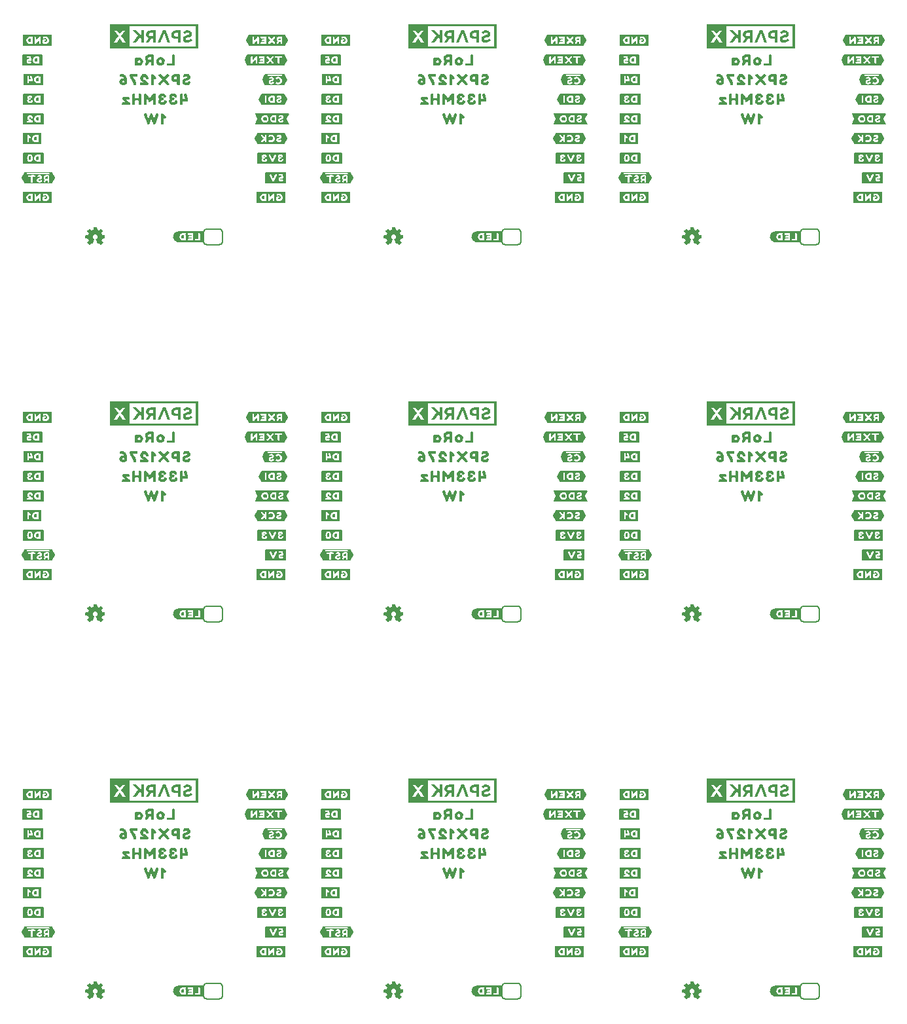
<source format=gbo>
G04 EAGLE Gerber RS-274X export*
G75*
%MOMM*%
%FSLAX34Y34*%
%LPD*%
%INSilkscreen Bottom*%
%IPPOS*%
%AMOC8*
5,1,8,0,0,1.08239X$1,22.5*%
G01*
%ADD10C,0.203200*%

G36*
X633777Y1231308D02*
X633777Y1231308D01*
X633772Y1231315D01*
X633779Y1231321D01*
X633779Y1262959D01*
X633743Y1263007D01*
X633736Y1263001D01*
X633730Y1263008D01*
X519430Y1263008D01*
X519383Y1262972D01*
X519388Y1262965D01*
X519381Y1262959D01*
X519381Y1231321D01*
X519417Y1231273D01*
X519424Y1231279D01*
X519430Y1231272D01*
X633730Y1231272D01*
X633777Y1231308D01*
G37*
G36*
X1019857Y1231308D02*
X1019857Y1231308D01*
X1019852Y1231315D01*
X1019859Y1231321D01*
X1019859Y1262959D01*
X1019823Y1263007D01*
X1019816Y1263001D01*
X1019810Y1263008D01*
X905510Y1263008D01*
X905463Y1262972D01*
X905468Y1262965D01*
X905461Y1262959D01*
X905461Y1231321D01*
X905497Y1231273D01*
X905504Y1231279D01*
X905510Y1231272D01*
X1019810Y1231272D01*
X1019857Y1231308D01*
G37*
G36*
X247697Y1231308D02*
X247697Y1231308D01*
X247692Y1231315D01*
X247699Y1231321D01*
X247699Y1262959D01*
X247663Y1263007D01*
X247656Y1263001D01*
X247650Y1263008D01*
X133350Y1263008D01*
X133303Y1262972D01*
X133308Y1262965D01*
X133301Y1262959D01*
X133301Y1231321D01*
X133337Y1231273D01*
X133344Y1231279D01*
X133350Y1231272D01*
X247650Y1231272D01*
X247697Y1231308D01*
G37*
G36*
X1019857Y255948D02*
X1019857Y255948D01*
X1019852Y255955D01*
X1019859Y255961D01*
X1019859Y287599D01*
X1019823Y287647D01*
X1019816Y287641D01*
X1019810Y287648D01*
X905510Y287648D01*
X905463Y287612D01*
X905468Y287605D01*
X905461Y287599D01*
X905461Y255961D01*
X905497Y255913D01*
X905504Y255919D01*
X905510Y255912D01*
X1019810Y255912D01*
X1019857Y255948D01*
G37*
G36*
X633777Y255948D02*
X633777Y255948D01*
X633772Y255955D01*
X633779Y255961D01*
X633779Y287599D01*
X633743Y287647D01*
X633736Y287641D01*
X633730Y287648D01*
X519430Y287648D01*
X519383Y287612D01*
X519388Y287605D01*
X519381Y287599D01*
X519381Y255961D01*
X519417Y255913D01*
X519424Y255919D01*
X519430Y255912D01*
X633730Y255912D01*
X633777Y255948D01*
G37*
G36*
X633777Y743628D02*
X633777Y743628D01*
X633772Y743635D01*
X633779Y743641D01*
X633779Y775279D01*
X633743Y775327D01*
X633736Y775321D01*
X633730Y775328D01*
X519430Y775328D01*
X519383Y775292D01*
X519388Y775285D01*
X519381Y775279D01*
X519381Y743641D01*
X519417Y743593D01*
X519424Y743599D01*
X519430Y743592D01*
X633730Y743592D01*
X633777Y743628D01*
G37*
G36*
X133337Y255913D02*
X133337Y255913D01*
X133344Y255919D01*
X133350Y255912D01*
X247650Y255912D01*
X247697Y255948D01*
X247692Y255955D01*
X247699Y255961D01*
X247699Y287599D01*
X247663Y287647D01*
X247656Y287641D01*
X247650Y287648D01*
X133350Y287648D01*
X133303Y287612D01*
X133308Y287605D01*
X133301Y287599D01*
X133301Y255961D01*
X133337Y255913D01*
G37*
G36*
X247697Y743628D02*
X247697Y743628D01*
X247692Y743635D01*
X247699Y743641D01*
X247699Y775279D01*
X247663Y775327D01*
X247656Y775321D01*
X247650Y775328D01*
X133350Y775328D01*
X133303Y775292D01*
X133308Y775285D01*
X133301Y775279D01*
X133301Y743641D01*
X133337Y743593D01*
X133344Y743599D01*
X133350Y743592D01*
X247650Y743592D01*
X247697Y743628D01*
G37*
G36*
X1019857Y743628D02*
X1019857Y743628D01*
X1019852Y743635D01*
X1019859Y743641D01*
X1019859Y775279D01*
X1019823Y775327D01*
X1019816Y775321D01*
X1019810Y775328D01*
X905510Y775328D01*
X905463Y775292D01*
X905468Y775285D01*
X905461Y775279D01*
X905461Y743641D01*
X905497Y743593D01*
X905504Y743599D01*
X905510Y743592D01*
X1019810Y743592D01*
X1019857Y743628D01*
G37*
%LPC*%
G36*
X931094Y1234308D02*
X931094Y1234308D01*
X931094Y1259972D01*
X1016823Y1259972D01*
X1016823Y1234308D01*
X931094Y1234308D01*
G37*
%LPD*%
%LPC*%
G36*
X545014Y1234308D02*
X545014Y1234308D01*
X545014Y1259972D01*
X630743Y1259972D01*
X630743Y1234308D01*
X545014Y1234308D01*
G37*
%LPD*%
%LPC*%
G36*
X158934Y1234308D02*
X158934Y1234308D01*
X158934Y1259972D01*
X244663Y1259972D01*
X244663Y1234308D01*
X158934Y1234308D01*
G37*
%LPD*%
%LPC*%
G36*
X931094Y746628D02*
X931094Y746628D01*
X931094Y772292D01*
X1016823Y772292D01*
X1016823Y746628D01*
X931094Y746628D01*
G37*
%LPD*%
%LPC*%
G36*
X545014Y746628D02*
X545014Y746628D01*
X545014Y772292D01*
X630743Y772292D01*
X630743Y746628D01*
X545014Y746628D01*
G37*
%LPD*%
%LPC*%
G36*
X545014Y258948D02*
X545014Y258948D01*
X545014Y284612D01*
X630743Y284612D01*
X630743Y258948D01*
X545014Y258948D01*
G37*
%LPD*%
%LPC*%
G36*
X244663Y284612D02*
X244663Y284612D01*
X244663Y258948D01*
X158934Y258948D01*
X158934Y284612D01*
X244663Y284612D01*
G37*
%LPD*%
%LPC*%
G36*
X931094Y258948D02*
X931094Y258948D01*
X931094Y284612D01*
X1016823Y284612D01*
X1016823Y258948D01*
X931094Y258948D01*
G37*
%LPD*%
%LPC*%
G36*
X158934Y746628D02*
X158934Y746628D01*
X158934Y772292D01*
X244663Y772292D01*
X244663Y746628D01*
X158934Y746628D01*
G37*
%LPD*%
G36*
X1131345Y1209814D02*
X1131345Y1209814D01*
X1131348Y1209811D01*
X1131948Y1209911D01*
X1131971Y1209935D01*
X1131984Y1209938D01*
X1135384Y1216638D01*
X1135383Y1216641D01*
X1135386Y1216643D01*
X1135382Y1216648D01*
X1135378Y1216670D01*
X1135384Y1216682D01*
X1131984Y1223382D01*
X1131954Y1223397D01*
X1131948Y1223409D01*
X1131348Y1223509D01*
X1131343Y1223506D01*
X1131340Y1223509D01*
X1083140Y1223509D01*
X1083115Y1223490D01*
X1083102Y1223491D01*
X1082702Y1222991D01*
X1082701Y1222983D01*
X1082696Y1222982D01*
X1079696Y1216982D01*
X1079698Y1216970D01*
X1079693Y1216965D01*
X1079694Y1216963D01*
X1079691Y1216960D01*
X1079691Y1216260D01*
X1079700Y1216247D01*
X1079696Y1216238D01*
X1082696Y1210238D01*
X1082709Y1210231D01*
X1082709Y1210222D01*
X1083209Y1209822D01*
X1083232Y1209821D01*
X1083240Y1209811D01*
X1131340Y1209811D01*
X1131345Y1209814D01*
G37*
G36*
X359185Y1209814D02*
X359185Y1209814D01*
X359188Y1209811D01*
X359788Y1209911D01*
X359811Y1209935D01*
X359824Y1209938D01*
X363224Y1216638D01*
X363223Y1216641D01*
X363226Y1216643D01*
X363222Y1216648D01*
X363218Y1216670D01*
X363224Y1216682D01*
X359824Y1223382D01*
X359794Y1223397D01*
X359788Y1223409D01*
X359188Y1223509D01*
X359183Y1223506D01*
X359180Y1223509D01*
X310980Y1223509D01*
X310955Y1223490D01*
X310942Y1223491D01*
X310542Y1222991D01*
X310541Y1222983D01*
X310536Y1222982D01*
X307536Y1216982D01*
X307538Y1216970D01*
X307533Y1216965D01*
X307534Y1216963D01*
X307531Y1216960D01*
X307531Y1216260D01*
X307540Y1216247D01*
X307536Y1216238D01*
X310536Y1210238D01*
X310549Y1210231D01*
X310549Y1210222D01*
X311049Y1209822D01*
X311072Y1209821D01*
X311080Y1209811D01*
X359180Y1209811D01*
X359185Y1209814D01*
G37*
G36*
X745265Y1209814D02*
X745265Y1209814D01*
X745268Y1209811D01*
X745868Y1209911D01*
X745891Y1209935D01*
X745904Y1209938D01*
X749304Y1216638D01*
X749303Y1216641D01*
X749306Y1216643D01*
X749302Y1216648D01*
X749298Y1216670D01*
X749304Y1216682D01*
X745904Y1223382D01*
X745874Y1223397D01*
X745868Y1223409D01*
X745268Y1223509D01*
X745263Y1223506D01*
X745260Y1223509D01*
X697060Y1223509D01*
X697035Y1223490D01*
X697022Y1223491D01*
X696622Y1222991D01*
X696621Y1222983D01*
X696616Y1222982D01*
X693616Y1216982D01*
X693618Y1216970D01*
X693613Y1216965D01*
X693614Y1216963D01*
X693611Y1216960D01*
X693611Y1216260D01*
X693620Y1216247D01*
X693616Y1216238D01*
X696616Y1210238D01*
X696629Y1210231D01*
X696629Y1210222D01*
X697129Y1209822D01*
X697152Y1209821D01*
X697160Y1209811D01*
X745260Y1209811D01*
X745265Y1209814D01*
G37*
G36*
X359185Y722134D02*
X359185Y722134D01*
X359188Y722131D01*
X359788Y722231D01*
X359811Y722255D01*
X359824Y722258D01*
X363224Y728958D01*
X363223Y728961D01*
X363226Y728963D01*
X363222Y728968D01*
X363218Y728990D01*
X363224Y729002D01*
X359824Y735702D01*
X359794Y735717D01*
X359788Y735729D01*
X359188Y735829D01*
X359183Y735826D01*
X359180Y735829D01*
X310980Y735829D01*
X310955Y735810D01*
X310942Y735811D01*
X310542Y735311D01*
X310541Y735303D01*
X310536Y735302D01*
X307536Y729302D01*
X307538Y729290D01*
X307533Y729285D01*
X307534Y729283D01*
X307531Y729280D01*
X307531Y728580D01*
X307540Y728567D01*
X307536Y728558D01*
X310536Y722558D01*
X310549Y722551D01*
X310549Y722542D01*
X311049Y722142D01*
X311072Y722141D01*
X311080Y722131D01*
X359180Y722131D01*
X359185Y722134D01*
G37*
G36*
X745265Y722134D02*
X745265Y722134D01*
X745268Y722131D01*
X745868Y722231D01*
X745891Y722255D01*
X745904Y722258D01*
X749304Y728958D01*
X749303Y728961D01*
X749306Y728963D01*
X749302Y728968D01*
X749298Y728990D01*
X749304Y729002D01*
X745904Y735702D01*
X745874Y735717D01*
X745868Y735729D01*
X745268Y735829D01*
X745263Y735826D01*
X745260Y735829D01*
X697060Y735829D01*
X697035Y735810D01*
X697022Y735811D01*
X696622Y735311D01*
X696621Y735303D01*
X696616Y735302D01*
X693616Y729302D01*
X693618Y729290D01*
X693613Y729285D01*
X693614Y729283D01*
X693611Y729280D01*
X693611Y728580D01*
X693620Y728567D01*
X693616Y728558D01*
X696616Y722558D01*
X696629Y722551D01*
X696629Y722542D01*
X697129Y722142D01*
X697152Y722141D01*
X697160Y722131D01*
X745260Y722131D01*
X745265Y722134D01*
G37*
G36*
X1131345Y722134D02*
X1131345Y722134D01*
X1131348Y722131D01*
X1131948Y722231D01*
X1131971Y722255D01*
X1131984Y722258D01*
X1135384Y728958D01*
X1135383Y728961D01*
X1135386Y728963D01*
X1135382Y728968D01*
X1135378Y728990D01*
X1135384Y729002D01*
X1131984Y735702D01*
X1131954Y735717D01*
X1131948Y735729D01*
X1131348Y735829D01*
X1131343Y735826D01*
X1131340Y735829D01*
X1083140Y735829D01*
X1083115Y735810D01*
X1083102Y735811D01*
X1082702Y735311D01*
X1082701Y735303D01*
X1082696Y735302D01*
X1079696Y729302D01*
X1079698Y729290D01*
X1079693Y729285D01*
X1079694Y729283D01*
X1079691Y729280D01*
X1079691Y728580D01*
X1079700Y728567D01*
X1079696Y728558D01*
X1082696Y722558D01*
X1082709Y722551D01*
X1082709Y722542D01*
X1083209Y722142D01*
X1083232Y722141D01*
X1083240Y722131D01*
X1131340Y722131D01*
X1131345Y722134D01*
G37*
G36*
X1131345Y234454D02*
X1131345Y234454D01*
X1131348Y234451D01*
X1131948Y234551D01*
X1131971Y234575D01*
X1131984Y234578D01*
X1135384Y241278D01*
X1135383Y241281D01*
X1135386Y241283D01*
X1135382Y241288D01*
X1135378Y241310D01*
X1135384Y241322D01*
X1131984Y248022D01*
X1131954Y248037D01*
X1131948Y248049D01*
X1131348Y248149D01*
X1131343Y248146D01*
X1131340Y248149D01*
X1083140Y248149D01*
X1083115Y248130D01*
X1083102Y248131D01*
X1082702Y247631D01*
X1082701Y247623D01*
X1082696Y247622D01*
X1079696Y241622D01*
X1079698Y241610D01*
X1079693Y241605D01*
X1079694Y241603D01*
X1079691Y241600D01*
X1079691Y240900D01*
X1079700Y240887D01*
X1079696Y240878D01*
X1082696Y234878D01*
X1082709Y234871D01*
X1082709Y234862D01*
X1083209Y234462D01*
X1083232Y234461D01*
X1083240Y234451D01*
X1131340Y234451D01*
X1131345Y234454D01*
G37*
G36*
X745265Y234454D02*
X745265Y234454D01*
X745268Y234451D01*
X745868Y234551D01*
X745891Y234575D01*
X745904Y234578D01*
X749304Y241278D01*
X749303Y241281D01*
X749306Y241283D01*
X749302Y241288D01*
X749298Y241310D01*
X749304Y241322D01*
X745904Y248022D01*
X745874Y248037D01*
X745868Y248049D01*
X745268Y248149D01*
X745263Y248146D01*
X745260Y248149D01*
X697060Y248149D01*
X697035Y248130D01*
X697022Y248131D01*
X696622Y247631D01*
X696621Y247623D01*
X696616Y247622D01*
X693616Y241622D01*
X693618Y241610D01*
X693613Y241605D01*
X693614Y241603D01*
X693611Y241600D01*
X693611Y240900D01*
X693620Y240887D01*
X693616Y240878D01*
X696616Y234878D01*
X696629Y234871D01*
X696629Y234862D01*
X697129Y234462D01*
X697152Y234461D01*
X697160Y234451D01*
X745260Y234451D01*
X745265Y234454D01*
G37*
G36*
X359185Y234454D02*
X359185Y234454D01*
X359188Y234451D01*
X359788Y234551D01*
X359811Y234575D01*
X359824Y234578D01*
X363224Y241278D01*
X363223Y241281D01*
X363226Y241283D01*
X363222Y241288D01*
X363218Y241310D01*
X363224Y241322D01*
X359824Y248022D01*
X359794Y248037D01*
X359788Y248049D01*
X359188Y248149D01*
X359183Y248146D01*
X359180Y248149D01*
X310980Y248149D01*
X310955Y248130D01*
X310942Y248131D01*
X310542Y247631D01*
X310541Y247623D01*
X310536Y247622D01*
X307536Y241622D01*
X307538Y241610D01*
X307533Y241605D01*
X307534Y241603D01*
X307531Y241600D01*
X307531Y240900D01*
X307540Y240887D01*
X307536Y240878D01*
X310536Y234878D01*
X310549Y234871D01*
X310549Y234862D01*
X311049Y234462D01*
X311072Y234461D01*
X311080Y234451D01*
X359180Y234451D01*
X359185Y234454D01*
G37*
G36*
X746151Y1235227D02*
X746151Y1235227D01*
X746165Y1235225D01*
X746565Y1235625D01*
X746566Y1235637D01*
X746574Y1235638D01*
X749574Y1241738D01*
X749573Y1241744D01*
X749577Y1241748D01*
X749572Y1241755D01*
X749579Y1241760D01*
X749579Y1242360D01*
X749570Y1242373D01*
X749574Y1242382D01*
X746574Y1248382D01*
X746567Y1248385D01*
X746568Y1248391D01*
X746168Y1248891D01*
X746139Y1248898D01*
X746136Y1248902D01*
X746135Y1248902D01*
X746130Y1248909D01*
X698930Y1248909D01*
X698896Y1248884D01*
X698886Y1248882D01*
X695586Y1242182D01*
X695588Y1242171D01*
X695584Y1242168D01*
X695590Y1242161D01*
X695591Y1242156D01*
X695583Y1242144D01*
X695783Y1241544D01*
X695787Y1241542D01*
X695786Y1241538D01*
X698786Y1235438D01*
X698810Y1235426D01*
X698814Y1235413D01*
X699414Y1235213D01*
X699425Y1235217D01*
X699430Y1235211D01*
X746130Y1235211D01*
X746151Y1235227D01*
G37*
G36*
X360071Y747547D02*
X360071Y747547D01*
X360085Y747545D01*
X360485Y747945D01*
X360486Y747957D01*
X360494Y747958D01*
X363494Y754058D01*
X363493Y754064D01*
X363497Y754068D01*
X363492Y754075D01*
X363499Y754080D01*
X363499Y754680D01*
X363490Y754693D01*
X363494Y754702D01*
X360494Y760702D01*
X360487Y760705D01*
X360488Y760711D01*
X360088Y761211D01*
X360059Y761218D01*
X360056Y761222D01*
X360055Y761222D01*
X360050Y761229D01*
X312850Y761229D01*
X312816Y761204D01*
X312806Y761202D01*
X309506Y754502D01*
X309508Y754491D01*
X309504Y754488D01*
X309510Y754481D01*
X309511Y754476D01*
X309503Y754464D01*
X309703Y753864D01*
X309707Y753862D01*
X309706Y753858D01*
X312706Y747758D01*
X312730Y747746D01*
X312734Y747733D01*
X313334Y747533D01*
X313345Y747537D01*
X313350Y747531D01*
X360050Y747531D01*
X360071Y747547D01*
G37*
G36*
X1132231Y259867D02*
X1132231Y259867D01*
X1132245Y259865D01*
X1132645Y260265D01*
X1132646Y260277D01*
X1132654Y260278D01*
X1135654Y266378D01*
X1135653Y266384D01*
X1135657Y266388D01*
X1135652Y266395D01*
X1135659Y266400D01*
X1135659Y267000D01*
X1135650Y267013D01*
X1135654Y267022D01*
X1132654Y273022D01*
X1132647Y273025D01*
X1132648Y273031D01*
X1132248Y273531D01*
X1132219Y273538D01*
X1132216Y273542D01*
X1132215Y273542D01*
X1132210Y273549D01*
X1085010Y273549D01*
X1084976Y273524D01*
X1084966Y273522D01*
X1081666Y266822D01*
X1081668Y266811D01*
X1081664Y266808D01*
X1081670Y266801D01*
X1081671Y266796D01*
X1081663Y266784D01*
X1081863Y266184D01*
X1081867Y266182D01*
X1081866Y266178D01*
X1084866Y260078D01*
X1084890Y260066D01*
X1084894Y260053D01*
X1085494Y259853D01*
X1085505Y259857D01*
X1085510Y259851D01*
X1132210Y259851D01*
X1132231Y259867D01*
G37*
G36*
X1132231Y1235227D02*
X1132231Y1235227D01*
X1132245Y1235225D01*
X1132645Y1235625D01*
X1132646Y1235637D01*
X1132654Y1235638D01*
X1135654Y1241738D01*
X1135653Y1241744D01*
X1135657Y1241748D01*
X1135652Y1241755D01*
X1135659Y1241760D01*
X1135659Y1242360D01*
X1135650Y1242373D01*
X1135654Y1242382D01*
X1132654Y1248382D01*
X1132647Y1248385D01*
X1132648Y1248391D01*
X1132248Y1248891D01*
X1132219Y1248898D01*
X1132216Y1248902D01*
X1132215Y1248902D01*
X1132210Y1248909D01*
X1085010Y1248909D01*
X1084976Y1248884D01*
X1084966Y1248882D01*
X1081666Y1242182D01*
X1081668Y1242171D01*
X1081664Y1242168D01*
X1081670Y1242161D01*
X1081671Y1242156D01*
X1081663Y1242144D01*
X1081863Y1241544D01*
X1081867Y1241542D01*
X1081866Y1241538D01*
X1084866Y1235438D01*
X1084890Y1235426D01*
X1084894Y1235413D01*
X1085494Y1235213D01*
X1085505Y1235217D01*
X1085510Y1235211D01*
X1132210Y1235211D01*
X1132231Y1235227D01*
G37*
G36*
X360071Y1235227D02*
X360071Y1235227D01*
X360085Y1235225D01*
X360485Y1235625D01*
X360486Y1235637D01*
X360494Y1235638D01*
X363494Y1241738D01*
X363493Y1241744D01*
X363497Y1241748D01*
X363492Y1241755D01*
X363499Y1241760D01*
X363499Y1242360D01*
X363490Y1242373D01*
X363494Y1242382D01*
X360494Y1248382D01*
X360487Y1248385D01*
X360488Y1248391D01*
X360088Y1248891D01*
X360059Y1248898D01*
X360056Y1248902D01*
X360055Y1248902D01*
X360050Y1248909D01*
X312850Y1248909D01*
X312816Y1248884D01*
X312806Y1248882D01*
X309506Y1242182D01*
X309508Y1242171D01*
X309504Y1242168D01*
X309510Y1242161D01*
X309511Y1242156D01*
X309503Y1242144D01*
X309703Y1241544D01*
X309707Y1241542D01*
X309706Y1241538D01*
X312706Y1235438D01*
X312730Y1235426D01*
X312734Y1235413D01*
X313334Y1235213D01*
X313345Y1235217D01*
X313350Y1235211D01*
X360050Y1235211D01*
X360071Y1235227D01*
G37*
G36*
X746151Y259867D02*
X746151Y259867D01*
X746165Y259865D01*
X746565Y260265D01*
X746566Y260277D01*
X746574Y260278D01*
X749574Y266378D01*
X749573Y266384D01*
X749577Y266388D01*
X749572Y266395D01*
X749579Y266400D01*
X749579Y267000D01*
X749570Y267013D01*
X749574Y267022D01*
X746574Y273022D01*
X746567Y273025D01*
X746568Y273031D01*
X746168Y273531D01*
X746139Y273538D01*
X746136Y273542D01*
X746135Y273542D01*
X746130Y273549D01*
X698930Y273549D01*
X698896Y273524D01*
X698886Y273522D01*
X695586Y266822D01*
X695588Y266811D01*
X695584Y266808D01*
X695590Y266801D01*
X695591Y266796D01*
X695583Y266784D01*
X695783Y266184D01*
X695787Y266182D01*
X695786Y266178D01*
X698786Y260078D01*
X698810Y260066D01*
X698814Y260053D01*
X699414Y259853D01*
X699425Y259857D01*
X699430Y259851D01*
X746130Y259851D01*
X746151Y259867D01*
G37*
G36*
X360071Y259867D02*
X360071Y259867D01*
X360085Y259865D01*
X360485Y260265D01*
X360486Y260277D01*
X360494Y260278D01*
X363494Y266378D01*
X363493Y266384D01*
X363497Y266388D01*
X363492Y266395D01*
X363499Y266400D01*
X363499Y267000D01*
X363490Y267013D01*
X363494Y267022D01*
X360494Y273022D01*
X360487Y273025D01*
X360488Y273031D01*
X360088Y273531D01*
X360059Y273538D01*
X360056Y273542D01*
X360055Y273542D01*
X360050Y273549D01*
X312850Y273549D01*
X312816Y273524D01*
X312806Y273522D01*
X309506Y266822D01*
X309508Y266811D01*
X309504Y266808D01*
X309510Y266801D01*
X309511Y266796D01*
X309503Y266784D01*
X309703Y266184D01*
X309707Y266182D01*
X309706Y266178D01*
X312706Y260078D01*
X312730Y260066D01*
X312734Y260053D01*
X313334Y259853D01*
X313345Y259857D01*
X313350Y259851D01*
X360050Y259851D01*
X360071Y259867D01*
G37*
G36*
X1132231Y747547D02*
X1132231Y747547D01*
X1132245Y747545D01*
X1132645Y747945D01*
X1132646Y747957D01*
X1132654Y747958D01*
X1135654Y754058D01*
X1135653Y754064D01*
X1135657Y754068D01*
X1135652Y754075D01*
X1135659Y754080D01*
X1135659Y754680D01*
X1135650Y754693D01*
X1135654Y754702D01*
X1132654Y760702D01*
X1132647Y760705D01*
X1132648Y760711D01*
X1132248Y761211D01*
X1132219Y761218D01*
X1132216Y761222D01*
X1132215Y761222D01*
X1132210Y761229D01*
X1085010Y761229D01*
X1084976Y761204D01*
X1084966Y761202D01*
X1081666Y754502D01*
X1081668Y754491D01*
X1081664Y754488D01*
X1081670Y754481D01*
X1081671Y754476D01*
X1081663Y754464D01*
X1081863Y753864D01*
X1081867Y753862D01*
X1081866Y753858D01*
X1084866Y747758D01*
X1084890Y747746D01*
X1084894Y747733D01*
X1085494Y747533D01*
X1085505Y747537D01*
X1085510Y747531D01*
X1132210Y747531D01*
X1132231Y747547D01*
G37*
G36*
X746151Y747547D02*
X746151Y747547D01*
X746165Y747545D01*
X746565Y747945D01*
X746566Y747957D01*
X746574Y747958D01*
X749574Y754058D01*
X749573Y754064D01*
X749577Y754068D01*
X749572Y754075D01*
X749579Y754080D01*
X749579Y754680D01*
X749570Y754693D01*
X749574Y754702D01*
X746574Y760702D01*
X746567Y760705D01*
X746568Y760711D01*
X746168Y761211D01*
X746139Y761218D01*
X746136Y761222D01*
X746135Y761222D01*
X746130Y761229D01*
X698930Y761229D01*
X698896Y761204D01*
X698886Y761202D01*
X695586Y754502D01*
X695588Y754491D01*
X695584Y754488D01*
X695590Y754481D01*
X695591Y754476D01*
X695583Y754464D01*
X695783Y753864D01*
X695787Y753862D01*
X695786Y753858D01*
X698786Y747758D01*
X698810Y747746D01*
X698814Y747733D01*
X699414Y747533D01*
X699425Y747537D01*
X699430Y747531D01*
X746130Y747531D01*
X746151Y747547D01*
G37*
G36*
X365004Y645934D02*
X365004Y645934D01*
X365009Y645932D01*
X365014Y645941D01*
X365047Y645967D01*
X365035Y645983D01*
X365044Y646002D01*
X361753Y652684D01*
X361946Y653261D01*
X364944Y659358D01*
X364944Y659361D01*
X364945Y659363D01*
X364943Y659366D01*
X364933Y659417D01*
X364928Y659416D01*
X364927Y659421D01*
X364627Y659621D01*
X364612Y659620D01*
X364611Y659622D01*
X364605Y659622D01*
X364600Y659629D01*
X358300Y659629D01*
X358276Y659611D01*
X358262Y659611D01*
X358239Y659584D01*
X358240Y659609D01*
X358215Y659610D01*
X358200Y659629D01*
X321000Y659629D01*
X320953Y659593D01*
X320956Y659589D01*
X320953Y659586D01*
X320955Y659583D01*
X320951Y659580D01*
X320951Y659180D01*
X320960Y659167D01*
X320956Y659158D01*
X323951Y653069D01*
X323951Y652491D01*
X320956Y646402D01*
X320958Y646391D01*
X320953Y646387D01*
X320955Y646384D01*
X320951Y646380D01*
X320951Y645980D01*
X320987Y645933D01*
X320994Y645938D01*
X321000Y645931D01*
X365000Y645931D01*
X365004Y645934D01*
G37*
G36*
X1137164Y645934D02*
X1137164Y645934D01*
X1137169Y645932D01*
X1137174Y645941D01*
X1137207Y645967D01*
X1137195Y645983D01*
X1137204Y646002D01*
X1133913Y652684D01*
X1134106Y653261D01*
X1137104Y659358D01*
X1137104Y659361D01*
X1137105Y659363D01*
X1137103Y659366D01*
X1137093Y659417D01*
X1137088Y659416D01*
X1137087Y659421D01*
X1136787Y659621D01*
X1136772Y659620D01*
X1136771Y659622D01*
X1136765Y659622D01*
X1136760Y659629D01*
X1130460Y659629D01*
X1130436Y659611D01*
X1130422Y659611D01*
X1130399Y659584D01*
X1130400Y659609D01*
X1130375Y659610D01*
X1130360Y659629D01*
X1093160Y659629D01*
X1093113Y659593D01*
X1093116Y659589D01*
X1093113Y659586D01*
X1093115Y659583D01*
X1093111Y659580D01*
X1093111Y659180D01*
X1093120Y659167D01*
X1093116Y659158D01*
X1096111Y653069D01*
X1096111Y652491D01*
X1093116Y646402D01*
X1093118Y646391D01*
X1093113Y646387D01*
X1093115Y646384D01*
X1093111Y646380D01*
X1093111Y645980D01*
X1093147Y645933D01*
X1093154Y645938D01*
X1093160Y645931D01*
X1137160Y645931D01*
X1137164Y645934D01*
G37*
G36*
X365004Y1133614D02*
X365004Y1133614D01*
X365009Y1133612D01*
X365014Y1133621D01*
X365047Y1133647D01*
X365035Y1133663D01*
X365044Y1133682D01*
X361753Y1140364D01*
X361946Y1140941D01*
X364944Y1147038D01*
X364944Y1147041D01*
X364945Y1147043D01*
X364943Y1147046D01*
X364933Y1147097D01*
X364928Y1147096D01*
X364927Y1147101D01*
X364627Y1147301D01*
X364612Y1147300D01*
X364611Y1147302D01*
X364605Y1147302D01*
X364600Y1147309D01*
X358300Y1147309D01*
X358276Y1147291D01*
X358262Y1147291D01*
X358239Y1147264D01*
X358240Y1147289D01*
X358215Y1147290D01*
X358200Y1147309D01*
X321000Y1147309D01*
X320953Y1147273D01*
X320956Y1147269D01*
X320953Y1147266D01*
X320955Y1147263D01*
X320951Y1147260D01*
X320951Y1146860D01*
X320960Y1146847D01*
X320956Y1146838D01*
X323951Y1140749D01*
X323951Y1140171D01*
X320956Y1134082D01*
X320958Y1134071D01*
X320953Y1134067D01*
X320955Y1134064D01*
X320951Y1134060D01*
X320951Y1133660D01*
X320987Y1133613D01*
X320994Y1133618D01*
X321000Y1133611D01*
X365000Y1133611D01*
X365004Y1133614D01*
G37*
G36*
X751084Y645934D02*
X751084Y645934D01*
X751089Y645932D01*
X751094Y645941D01*
X751127Y645967D01*
X751115Y645983D01*
X751124Y646002D01*
X747833Y652684D01*
X748026Y653261D01*
X751024Y659358D01*
X751024Y659361D01*
X751025Y659363D01*
X751023Y659366D01*
X751013Y659417D01*
X751008Y659416D01*
X751007Y659421D01*
X750707Y659621D01*
X750692Y659620D01*
X750691Y659622D01*
X750685Y659622D01*
X750680Y659629D01*
X744380Y659629D01*
X744356Y659611D01*
X744342Y659611D01*
X744319Y659584D01*
X744320Y659609D01*
X744295Y659610D01*
X744280Y659629D01*
X707080Y659629D01*
X707033Y659593D01*
X707036Y659589D01*
X707033Y659586D01*
X707035Y659583D01*
X707031Y659580D01*
X707031Y659180D01*
X707040Y659167D01*
X707036Y659158D01*
X710031Y653069D01*
X710031Y652491D01*
X707036Y646402D01*
X707038Y646391D01*
X707033Y646387D01*
X707035Y646384D01*
X707031Y646380D01*
X707031Y645980D01*
X707067Y645933D01*
X707074Y645938D01*
X707080Y645931D01*
X751080Y645931D01*
X751084Y645934D01*
G37*
G36*
X1137164Y158254D02*
X1137164Y158254D01*
X1137169Y158252D01*
X1137174Y158261D01*
X1137207Y158287D01*
X1137195Y158303D01*
X1137204Y158322D01*
X1133913Y165004D01*
X1134106Y165581D01*
X1137104Y171678D01*
X1137104Y171681D01*
X1137105Y171683D01*
X1137103Y171686D01*
X1137093Y171737D01*
X1137088Y171736D01*
X1137087Y171741D01*
X1136787Y171941D01*
X1136772Y171940D01*
X1136771Y171942D01*
X1136765Y171942D01*
X1136760Y171949D01*
X1130460Y171949D01*
X1130436Y171931D01*
X1130422Y171931D01*
X1130399Y171904D01*
X1130400Y171929D01*
X1130375Y171930D01*
X1130360Y171949D01*
X1093160Y171949D01*
X1093113Y171913D01*
X1093116Y171909D01*
X1093113Y171906D01*
X1093115Y171903D01*
X1093111Y171900D01*
X1093111Y171500D01*
X1093120Y171487D01*
X1093116Y171478D01*
X1096111Y165389D01*
X1096111Y164811D01*
X1093116Y158722D01*
X1093118Y158711D01*
X1093113Y158707D01*
X1093115Y158704D01*
X1093111Y158700D01*
X1093111Y158300D01*
X1093147Y158253D01*
X1093154Y158258D01*
X1093160Y158251D01*
X1137160Y158251D01*
X1137164Y158254D01*
G37*
G36*
X365004Y158254D02*
X365004Y158254D01*
X365009Y158252D01*
X365014Y158261D01*
X365047Y158287D01*
X365035Y158303D01*
X365044Y158322D01*
X361753Y165004D01*
X361946Y165581D01*
X364944Y171678D01*
X364944Y171681D01*
X364945Y171683D01*
X364943Y171686D01*
X364933Y171737D01*
X364928Y171736D01*
X364927Y171741D01*
X364627Y171941D01*
X364612Y171940D01*
X364611Y171942D01*
X364605Y171942D01*
X364600Y171949D01*
X358300Y171949D01*
X358276Y171931D01*
X358262Y171931D01*
X358239Y171904D01*
X358240Y171929D01*
X358215Y171930D01*
X358200Y171949D01*
X321000Y171949D01*
X320953Y171913D01*
X320956Y171909D01*
X320953Y171906D01*
X320955Y171903D01*
X320951Y171900D01*
X320951Y171500D01*
X320960Y171487D01*
X320956Y171478D01*
X323951Y165389D01*
X323951Y164811D01*
X320956Y158722D01*
X320958Y158711D01*
X320953Y158707D01*
X320955Y158704D01*
X320951Y158700D01*
X320951Y158300D01*
X320987Y158253D01*
X320994Y158258D01*
X321000Y158251D01*
X365000Y158251D01*
X365004Y158254D01*
G37*
G36*
X751084Y1133614D02*
X751084Y1133614D01*
X751089Y1133612D01*
X751094Y1133621D01*
X751127Y1133647D01*
X751115Y1133663D01*
X751124Y1133682D01*
X747833Y1140364D01*
X748026Y1140941D01*
X751024Y1147038D01*
X751024Y1147041D01*
X751025Y1147043D01*
X751023Y1147046D01*
X751013Y1147097D01*
X751008Y1147096D01*
X751007Y1147101D01*
X750707Y1147301D01*
X750692Y1147300D01*
X750691Y1147302D01*
X750685Y1147302D01*
X750680Y1147309D01*
X744380Y1147309D01*
X744356Y1147291D01*
X744342Y1147291D01*
X744319Y1147264D01*
X744320Y1147289D01*
X744295Y1147290D01*
X744280Y1147309D01*
X707080Y1147309D01*
X707033Y1147273D01*
X707036Y1147269D01*
X707033Y1147266D01*
X707035Y1147263D01*
X707031Y1147260D01*
X707031Y1146860D01*
X707040Y1146847D01*
X707036Y1146838D01*
X710031Y1140749D01*
X710031Y1140171D01*
X707036Y1134082D01*
X707038Y1134071D01*
X707033Y1134067D01*
X707035Y1134064D01*
X707031Y1134060D01*
X707031Y1133660D01*
X707067Y1133613D01*
X707074Y1133618D01*
X707080Y1133611D01*
X751080Y1133611D01*
X751084Y1133614D01*
G37*
G36*
X1137164Y1133614D02*
X1137164Y1133614D01*
X1137169Y1133612D01*
X1137174Y1133621D01*
X1137207Y1133647D01*
X1137195Y1133663D01*
X1137204Y1133682D01*
X1133913Y1140364D01*
X1134106Y1140941D01*
X1137104Y1147038D01*
X1137104Y1147041D01*
X1137105Y1147043D01*
X1137103Y1147046D01*
X1137093Y1147097D01*
X1137088Y1147096D01*
X1137087Y1147101D01*
X1136787Y1147301D01*
X1136772Y1147300D01*
X1136771Y1147302D01*
X1136765Y1147302D01*
X1136760Y1147309D01*
X1130460Y1147309D01*
X1130436Y1147291D01*
X1130422Y1147291D01*
X1130399Y1147264D01*
X1130400Y1147289D01*
X1130375Y1147290D01*
X1130360Y1147309D01*
X1093160Y1147309D01*
X1093113Y1147273D01*
X1093116Y1147269D01*
X1093113Y1147266D01*
X1093115Y1147263D01*
X1093111Y1147260D01*
X1093111Y1146860D01*
X1093120Y1146847D01*
X1093116Y1146838D01*
X1096111Y1140749D01*
X1096111Y1140171D01*
X1093116Y1134082D01*
X1093118Y1134071D01*
X1093113Y1134067D01*
X1093115Y1134064D01*
X1093111Y1134060D01*
X1093111Y1133660D01*
X1093147Y1133613D01*
X1093154Y1133618D01*
X1093160Y1133611D01*
X1137160Y1133611D01*
X1137164Y1133614D01*
G37*
G36*
X751084Y158254D02*
X751084Y158254D01*
X751089Y158252D01*
X751094Y158261D01*
X751127Y158287D01*
X751115Y158303D01*
X751124Y158322D01*
X747833Y165004D01*
X748026Y165581D01*
X751024Y171678D01*
X751024Y171681D01*
X751025Y171683D01*
X751023Y171686D01*
X751013Y171737D01*
X751008Y171736D01*
X751007Y171741D01*
X750707Y171941D01*
X750692Y171940D01*
X750691Y171942D01*
X750685Y171942D01*
X750680Y171949D01*
X744380Y171949D01*
X744356Y171931D01*
X744342Y171931D01*
X744319Y171904D01*
X744320Y171929D01*
X744295Y171930D01*
X744280Y171949D01*
X707080Y171949D01*
X707033Y171913D01*
X707036Y171909D01*
X707033Y171906D01*
X707035Y171903D01*
X707031Y171900D01*
X707031Y171500D01*
X707040Y171487D01*
X707036Y171478D01*
X710031Y165389D01*
X710031Y164811D01*
X707036Y158722D01*
X707038Y158711D01*
X707033Y158707D01*
X707035Y158704D01*
X707031Y158700D01*
X707031Y158300D01*
X707067Y158253D01*
X707074Y158258D01*
X707080Y158251D01*
X751080Y158251D01*
X751084Y158254D01*
G37*
G36*
X58561Y1057427D02*
X58561Y1057427D01*
X58575Y1057425D01*
X58975Y1057825D01*
X58976Y1057836D01*
X58984Y1057837D01*
X62084Y1063837D01*
X62082Y1063845D01*
X62087Y1063849D01*
X62083Y1063855D01*
X62089Y1063860D01*
X62089Y1064460D01*
X62080Y1064473D01*
X62084Y1064482D01*
X59084Y1070582D01*
X59077Y1070585D01*
X59078Y1070591D01*
X58678Y1071091D01*
X58649Y1071098D01*
X58646Y1071102D01*
X58645Y1071102D01*
X58640Y1071109D01*
X55440Y1071109D01*
X55407Y1071084D01*
X55396Y1071082D01*
X55388Y1071067D01*
X55376Y1071079D01*
X55373Y1071097D01*
X55361Y1071094D01*
X55346Y1071109D01*
X55343Y1071105D01*
X55340Y1071109D01*
X22840Y1071109D01*
X22831Y1071102D01*
X22828Y1071102D01*
X22824Y1071099D01*
X22815Y1071102D01*
X22315Y1070802D01*
X22307Y1070784D01*
X22296Y1070782D01*
X19296Y1064682D01*
X19297Y1064677D01*
X19293Y1064676D01*
X19093Y1064076D01*
X19094Y1064074D01*
X19093Y1064073D01*
X19095Y1064070D01*
X19102Y1064050D01*
X19096Y1064037D01*
X22196Y1058038D01*
X22496Y1057438D01*
X22533Y1057420D01*
X22540Y1057411D01*
X58540Y1057411D01*
X58561Y1057427D01*
G37*
G36*
X444641Y1057427D02*
X444641Y1057427D01*
X444655Y1057425D01*
X445055Y1057825D01*
X445056Y1057836D01*
X445064Y1057837D01*
X448164Y1063837D01*
X448162Y1063845D01*
X448167Y1063849D01*
X448163Y1063855D01*
X448169Y1063860D01*
X448169Y1064460D01*
X448160Y1064473D01*
X448164Y1064482D01*
X445164Y1070582D01*
X445157Y1070585D01*
X445158Y1070591D01*
X444758Y1071091D01*
X444729Y1071098D01*
X444726Y1071102D01*
X444725Y1071102D01*
X444720Y1071109D01*
X441520Y1071109D01*
X441487Y1071084D01*
X441476Y1071082D01*
X441468Y1071067D01*
X441456Y1071079D01*
X441453Y1071097D01*
X441441Y1071094D01*
X441426Y1071109D01*
X441423Y1071105D01*
X441420Y1071109D01*
X408920Y1071109D01*
X408911Y1071102D01*
X408908Y1071102D01*
X408904Y1071099D01*
X408895Y1071102D01*
X408395Y1070802D01*
X408387Y1070784D01*
X408376Y1070782D01*
X405376Y1064682D01*
X405377Y1064677D01*
X405373Y1064676D01*
X405173Y1064076D01*
X405174Y1064074D01*
X405173Y1064073D01*
X405175Y1064070D01*
X405182Y1064050D01*
X405176Y1064037D01*
X408276Y1058038D01*
X408576Y1057438D01*
X408613Y1057420D01*
X408620Y1057411D01*
X444620Y1057411D01*
X444641Y1057427D01*
G37*
G36*
X444641Y569747D02*
X444641Y569747D01*
X444655Y569745D01*
X445055Y570145D01*
X445056Y570156D01*
X445064Y570157D01*
X448164Y576157D01*
X448162Y576165D01*
X448167Y576169D01*
X448163Y576175D01*
X448169Y576180D01*
X448169Y576780D01*
X448160Y576793D01*
X448164Y576802D01*
X445164Y582902D01*
X445157Y582905D01*
X445158Y582911D01*
X444758Y583411D01*
X444729Y583418D01*
X444726Y583422D01*
X444725Y583422D01*
X444720Y583429D01*
X441520Y583429D01*
X441487Y583404D01*
X441476Y583402D01*
X441468Y583387D01*
X441456Y583399D01*
X441453Y583417D01*
X441441Y583414D01*
X441426Y583429D01*
X441423Y583425D01*
X441420Y583429D01*
X408920Y583429D01*
X408911Y583422D01*
X408908Y583422D01*
X408904Y583419D01*
X408895Y583422D01*
X408395Y583122D01*
X408387Y583104D01*
X408376Y583102D01*
X405376Y577002D01*
X405377Y576997D01*
X405373Y576996D01*
X405173Y576396D01*
X405174Y576394D01*
X405173Y576393D01*
X405175Y576390D01*
X405182Y576370D01*
X405176Y576357D01*
X408276Y570358D01*
X408576Y569758D01*
X408613Y569740D01*
X408620Y569731D01*
X444620Y569731D01*
X444641Y569747D01*
G37*
G36*
X58561Y569747D02*
X58561Y569747D01*
X58575Y569745D01*
X58975Y570145D01*
X58976Y570156D01*
X58984Y570157D01*
X62084Y576157D01*
X62082Y576165D01*
X62087Y576169D01*
X62083Y576175D01*
X62089Y576180D01*
X62089Y576780D01*
X62080Y576793D01*
X62084Y576802D01*
X59084Y582902D01*
X59077Y582905D01*
X59078Y582911D01*
X58678Y583411D01*
X58649Y583418D01*
X58646Y583422D01*
X58645Y583422D01*
X58640Y583429D01*
X55440Y583429D01*
X55407Y583404D01*
X55396Y583402D01*
X55388Y583387D01*
X55376Y583399D01*
X55373Y583417D01*
X55361Y583414D01*
X55346Y583429D01*
X55343Y583425D01*
X55340Y583429D01*
X22840Y583429D01*
X22831Y583422D01*
X22828Y583422D01*
X22824Y583419D01*
X22815Y583422D01*
X22315Y583122D01*
X22307Y583104D01*
X22296Y583102D01*
X19296Y577002D01*
X19297Y576997D01*
X19293Y576996D01*
X19093Y576396D01*
X19094Y576394D01*
X19093Y576393D01*
X19095Y576390D01*
X19102Y576370D01*
X19096Y576357D01*
X22196Y570358D01*
X22496Y569758D01*
X22533Y569740D01*
X22540Y569731D01*
X58540Y569731D01*
X58561Y569747D01*
G37*
G36*
X830721Y1057427D02*
X830721Y1057427D01*
X830735Y1057425D01*
X831135Y1057825D01*
X831136Y1057836D01*
X831144Y1057837D01*
X834244Y1063837D01*
X834242Y1063845D01*
X834247Y1063849D01*
X834243Y1063855D01*
X834249Y1063860D01*
X834249Y1064460D01*
X834240Y1064473D01*
X834244Y1064482D01*
X831244Y1070582D01*
X831237Y1070585D01*
X831238Y1070591D01*
X830838Y1071091D01*
X830809Y1071098D01*
X830806Y1071102D01*
X830805Y1071102D01*
X830800Y1071109D01*
X827600Y1071109D01*
X827567Y1071084D01*
X827556Y1071082D01*
X827548Y1071067D01*
X827536Y1071079D01*
X827533Y1071097D01*
X827521Y1071094D01*
X827506Y1071109D01*
X827503Y1071105D01*
X827500Y1071109D01*
X795000Y1071109D01*
X794991Y1071102D01*
X794988Y1071102D01*
X794984Y1071099D01*
X794975Y1071102D01*
X794475Y1070802D01*
X794467Y1070784D01*
X794456Y1070782D01*
X791456Y1064682D01*
X791457Y1064677D01*
X791453Y1064676D01*
X791253Y1064076D01*
X791254Y1064074D01*
X791253Y1064073D01*
X791255Y1064070D01*
X791262Y1064050D01*
X791256Y1064037D01*
X794356Y1058038D01*
X794656Y1057438D01*
X794693Y1057420D01*
X794700Y1057411D01*
X830700Y1057411D01*
X830721Y1057427D01*
G37*
G36*
X830721Y569747D02*
X830721Y569747D01*
X830735Y569745D01*
X831135Y570145D01*
X831136Y570156D01*
X831144Y570157D01*
X834244Y576157D01*
X834242Y576165D01*
X834247Y576169D01*
X834243Y576175D01*
X834249Y576180D01*
X834249Y576780D01*
X834240Y576793D01*
X834244Y576802D01*
X831244Y582902D01*
X831237Y582905D01*
X831238Y582911D01*
X830838Y583411D01*
X830809Y583418D01*
X830806Y583422D01*
X830805Y583422D01*
X830800Y583429D01*
X827600Y583429D01*
X827567Y583404D01*
X827556Y583402D01*
X827548Y583387D01*
X827536Y583399D01*
X827533Y583417D01*
X827521Y583414D01*
X827506Y583429D01*
X827503Y583425D01*
X827500Y583429D01*
X795000Y583429D01*
X794991Y583422D01*
X794988Y583422D01*
X794984Y583419D01*
X794975Y583422D01*
X794475Y583122D01*
X794467Y583104D01*
X794456Y583102D01*
X791456Y577002D01*
X791457Y576997D01*
X791453Y576996D01*
X791253Y576396D01*
X791254Y576394D01*
X791253Y576393D01*
X791255Y576390D01*
X791262Y576370D01*
X791256Y576357D01*
X794356Y570358D01*
X794656Y569758D01*
X794693Y569740D01*
X794700Y569731D01*
X830700Y569731D01*
X830721Y569747D01*
G37*
G36*
X58561Y82067D02*
X58561Y82067D01*
X58575Y82065D01*
X58975Y82465D01*
X58976Y82476D01*
X58984Y82477D01*
X62084Y88477D01*
X62082Y88485D01*
X62087Y88489D01*
X62083Y88495D01*
X62089Y88500D01*
X62089Y89100D01*
X62080Y89113D01*
X62084Y89122D01*
X59084Y95222D01*
X59077Y95225D01*
X59078Y95231D01*
X58678Y95731D01*
X58649Y95738D01*
X58646Y95742D01*
X58645Y95742D01*
X58640Y95749D01*
X55440Y95749D01*
X55407Y95724D01*
X55396Y95722D01*
X55388Y95707D01*
X55376Y95719D01*
X55373Y95737D01*
X55361Y95734D01*
X55346Y95749D01*
X55343Y95745D01*
X55340Y95749D01*
X22840Y95749D01*
X22831Y95742D01*
X22828Y95742D01*
X22824Y95739D01*
X22815Y95742D01*
X22315Y95442D01*
X22307Y95424D01*
X22296Y95422D01*
X19296Y89322D01*
X19297Y89317D01*
X19293Y89316D01*
X19093Y88716D01*
X19094Y88714D01*
X19093Y88713D01*
X19095Y88710D01*
X19102Y88690D01*
X19096Y88677D01*
X22196Y82678D01*
X22496Y82078D01*
X22533Y82060D01*
X22540Y82051D01*
X58540Y82051D01*
X58561Y82067D01*
G37*
G36*
X444641Y82067D02*
X444641Y82067D01*
X444655Y82065D01*
X445055Y82465D01*
X445056Y82476D01*
X445064Y82477D01*
X448164Y88477D01*
X448162Y88485D01*
X448167Y88489D01*
X448163Y88495D01*
X448169Y88500D01*
X448169Y89100D01*
X448160Y89113D01*
X448164Y89122D01*
X445164Y95222D01*
X445157Y95225D01*
X445158Y95231D01*
X444758Y95731D01*
X444729Y95738D01*
X444726Y95742D01*
X444725Y95742D01*
X444720Y95749D01*
X441520Y95749D01*
X441487Y95724D01*
X441476Y95722D01*
X441468Y95707D01*
X441456Y95719D01*
X441453Y95737D01*
X441441Y95734D01*
X441426Y95749D01*
X441423Y95745D01*
X441420Y95749D01*
X408920Y95749D01*
X408911Y95742D01*
X408908Y95742D01*
X408904Y95739D01*
X408895Y95742D01*
X408395Y95442D01*
X408387Y95424D01*
X408376Y95422D01*
X405376Y89322D01*
X405377Y89317D01*
X405373Y89316D01*
X405173Y88716D01*
X405174Y88714D01*
X405173Y88713D01*
X405175Y88710D01*
X405182Y88690D01*
X405176Y88677D01*
X408276Y82678D01*
X408576Y82078D01*
X408613Y82060D01*
X408620Y82051D01*
X444620Y82051D01*
X444641Y82067D01*
G37*
G36*
X830721Y82067D02*
X830721Y82067D01*
X830735Y82065D01*
X831135Y82465D01*
X831136Y82476D01*
X831144Y82477D01*
X834244Y88477D01*
X834242Y88485D01*
X834247Y88489D01*
X834243Y88495D01*
X834249Y88500D01*
X834249Y89100D01*
X834240Y89113D01*
X834244Y89122D01*
X831244Y95222D01*
X831237Y95225D01*
X831238Y95231D01*
X830838Y95731D01*
X830809Y95738D01*
X830806Y95742D01*
X830805Y95742D01*
X830800Y95749D01*
X827600Y95749D01*
X827567Y95724D01*
X827556Y95722D01*
X827548Y95707D01*
X827536Y95719D01*
X827533Y95737D01*
X827521Y95734D01*
X827506Y95749D01*
X827503Y95745D01*
X827500Y95749D01*
X795000Y95749D01*
X794991Y95742D01*
X794988Y95742D01*
X794984Y95739D01*
X794975Y95742D01*
X794475Y95442D01*
X794467Y95424D01*
X794456Y95422D01*
X791456Y89322D01*
X791457Y89317D01*
X791453Y89316D01*
X791253Y88716D01*
X791254Y88714D01*
X791253Y88713D01*
X791255Y88710D01*
X791262Y88690D01*
X791256Y88677D01*
X794356Y82678D01*
X794656Y82078D01*
X794693Y82060D01*
X794700Y82051D01*
X830700Y82051D01*
X830721Y82067D01*
G37*
G36*
X358945Y620542D02*
X358945Y620542D01*
X358955Y620538D01*
X359455Y620838D01*
X359463Y620856D01*
X359474Y620858D01*
X362474Y626958D01*
X362473Y626965D01*
X362478Y626969D01*
X362477Y626971D01*
X362479Y626972D01*
X362579Y627572D01*
X362569Y627591D01*
X362574Y627602D01*
X359274Y634202D01*
X359237Y634221D01*
X359230Y634229D01*
X355930Y634229D01*
X355902Y634208D01*
X355889Y634207D01*
X355870Y634178D01*
X355866Y634213D01*
X355844Y634211D01*
X355830Y634229D01*
X324030Y634229D01*
X323997Y634204D01*
X323986Y634202D01*
X323686Y633602D01*
X320586Y627603D01*
X320589Y627590D01*
X320585Y627587D01*
X320590Y627580D01*
X320591Y627576D01*
X320583Y627564D01*
X320783Y626964D01*
X320787Y626962D01*
X320786Y626958D01*
X323786Y620858D01*
X323803Y620849D01*
X323805Y620838D01*
X324305Y620538D01*
X324323Y620540D01*
X324330Y620531D01*
X358930Y620531D01*
X358945Y620542D01*
G37*
G36*
X1131105Y620542D02*
X1131105Y620542D01*
X1131115Y620538D01*
X1131615Y620838D01*
X1131623Y620856D01*
X1131634Y620858D01*
X1134634Y626958D01*
X1134633Y626965D01*
X1134638Y626969D01*
X1134637Y626971D01*
X1134639Y626972D01*
X1134739Y627572D01*
X1134729Y627591D01*
X1134734Y627602D01*
X1131434Y634202D01*
X1131397Y634221D01*
X1131390Y634229D01*
X1128090Y634229D01*
X1128062Y634208D01*
X1128049Y634207D01*
X1128030Y634178D01*
X1128026Y634213D01*
X1128004Y634211D01*
X1127990Y634229D01*
X1096190Y634229D01*
X1096157Y634204D01*
X1096146Y634202D01*
X1095846Y633602D01*
X1092746Y627603D01*
X1092749Y627590D01*
X1092745Y627587D01*
X1092750Y627580D01*
X1092751Y627576D01*
X1092743Y627564D01*
X1092943Y626964D01*
X1092947Y626962D01*
X1092946Y626958D01*
X1095946Y620858D01*
X1095963Y620849D01*
X1095965Y620838D01*
X1096465Y620538D01*
X1096483Y620540D01*
X1096490Y620531D01*
X1131090Y620531D01*
X1131105Y620542D01*
G37*
G36*
X1131105Y1108222D02*
X1131105Y1108222D01*
X1131115Y1108218D01*
X1131615Y1108518D01*
X1131623Y1108536D01*
X1131634Y1108538D01*
X1134634Y1114638D01*
X1134633Y1114645D01*
X1134638Y1114649D01*
X1134637Y1114651D01*
X1134639Y1114652D01*
X1134739Y1115252D01*
X1134729Y1115271D01*
X1134734Y1115282D01*
X1131434Y1121882D01*
X1131397Y1121901D01*
X1131390Y1121909D01*
X1128090Y1121909D01*
X1128062Y1121888D01*
X1128049Y1121887D01*
X1128030Y1121858D01*
X1128026Y1121893D01*
X1128004Y1121891D01*
X1127990Y1121909D01*
X1096190Y1121909D01*
X1096157Y1121884D01*
X1096146Y1121882D01*
X1095846Y1121282D01*
X1092746Y1115283D01*
X1092749Y1115270D01*
X1092745Y1115267D01*
X1092750Y1115260D01*
X1092751Y1115256D01*
X1092743Y1115244D01*
X1092943Y1114644D01*
X1092947Y1114642D01*
X1092946Y1114638D01*
X1095946Y1108538D01*
X1095963Y1108529D01*
X1095965Y1108518D01*
X1096465Y1108218D01*
X1096483Y1108220D01*
X1096490Y1108211D01*
X1131090Y1108211D01*
X1131105Y1108222D01*
G37*
G36*
X1131105Y132862D02*
X1131105Y132862D01*
X1131115Y132858D01*
X1131615Y133158D01*
X1131623Y133176D01*
X1131634Y133178D01*
X1134634Y139278D01*
X1134633Y139285D01*
X1134638Y139289D01*
X1134637Y139291D01*
X1134639Y139292D01*
X1134739Y139892D01*
X1134729Y139911D01*
X1134734Y139922D01*
X1131434Y146522D01*
X1131397Y146541D01*
X1131390Y146549D01*
X1128090Y146549D01*
X1128062Y146528D01*
X1128049Y146527D01*
X1128030Y146498D01*
X1128026Y146533D01*
X1128004Y146531D01*
X1127990Y146549D01*
X1096190Y146549D01*
X1096157Y146524D01*
X1096146Y146522D01*
X1095846Y145922D01*
X1092746Y139923D01*
X1092749Y139910D01*
X1092745Y139907D01*
X1092750Y139900D01*
X1092751Y139896D01*
X1092743Y139884D01*
X1092943Y139284D01*
X1092947Y139282D01*
X1092946Y139278D01*
X1095946Y133178D01*
X1095963Y133169D01*
X1095965Y133158D01*
X1096465Y132858D01*
X1096483Y132860D01*
X1096490Y132851D01*
X1131090Y132851D01*
X1131105Y132862D01*
G37*
G36*
X745025Y620542D02*
X745025Y620542D01*
X745035Y620538D01*
X745535Y620838D01*
X745543Y620856D01*
X745554Y620858D01*
X748554Y626958D01*
X748553Y626965D01*
X748558Y626969D01*
X748557Y626971D01*
X748559Y626972D01*
X748659Y627572D01*
X748649Y627591D01*
X748654Y627602D01*
X745354Y634202D01*
X745317Y634221D01*
X745310Y634229D01*
X742010Y634229D01*
X741982Y634208D01*
X741969Y634207D01*
X741950Y634178D01*
X741946Y634213D01*
X741924Y634211D01*
X741910Y634229D01*
X710110Y634229D01*
X710077Y634204D01*
X710066Y634202D01*
X709766Y633602D01*
X706666Y627603D01*
X706669Y627590D01*
X706665Y627587D01*
X706670Y627580D01*
X706671Y627576D01*
X706663Y627564D01*
X706863Y626964D01*
X706867Y626962D01*
X706866Y626958D01*
X709866Y620858D01*
X709883Y620849D01*
X709885Y620838D01*
X710385Y620538D01*
X710403Y620540D01*
X710410Y620531D01*
X745010Y620531D01*
X745025Y620542D01*
G37*
G36*
X745025Y1108222D02*
X745025Y1108222D01*
X745035Y1108218D01*
X745535Y1108518D01*
X745543Y1108536D01*
X745554Y1108538D01*
X748554Y1114638D01*
X748553Y1114645D01*
X748558Y1114649D01*
X748557Y1114651D01*
X748559Y1114652D01*
X748659Y1115252D01*
X748649Y1115271D01*
X748654Y1115282D01*
X745354Y1121882D01*
X745317Y1121901D01*
X745310Y1121909D01*
X742010Y1121909D01*
X741982Y1121888D01*
X741969Y1121887D01*
X741950Y1121858D01*
X741946Y1121893D01*
X741924Y1121891D01*
X741910Y1121909D01*
X710110Y1121909D01*
X710077Y1121884D01*
X710066Y1121882D01*
X709766Y1121282D01*
X706666Y1115283D01*
X706669Y1115270D01*
X706665Y1115267D01*
X706670Y1115260D01*
X706671Y1115256D01*
X706663Y1115244D01*
X706863Y1114644D01*
X706867Y1114642D01*
X706866Y1114638D01*
X709866Y1108538D01*
X709883Y1108529D01*
X709885Y1108518D01*
X710385Y1108218D01*
X710403Y1108220D01*
X710410Y1108211D01*
X745010Y1108211D01*
X745025Y1108222D01*
G37*
G36*
X358945Y1108222D02*
X358945Y1108222D01*
X358955Y1108218D01*
X359455Y1108518D01*
X359463Y1108536D01*
X359474Y1108538D01*
X362474Y1114638D01*
X362473Y1114645D01*
X362478Y1114649D01*
X362477Y1114651D01*
X362479Y1114652D01*
X362579Y1115252D01*
X362569Y1115271D01*
X362574Y1115282D01*
X359274Y1121882D01*
X359237Y1121901D01*
X359230Y1121909D01*
X355930Y1121909D01*
X355902Y1121888D01*
X355889Y1121887D01*
X355870Y1121858D01*
X355866Y1121893D01*
X355844Y1121891D01*
X355830Y1121909D01*
X324030Y1121909D01*
X323997Y1121884D01*
X323986Y1121882D01*
X323686Y1121282D01*
X320586Y1115283D01*
X320589Y1115270D01*
X320585Y1115267D01*
X320590Y1115260D01*
X320591Y1115256D01*
X320583Y1115244D01*
X320783Y1114644D01*
X320787Y1114642D01*
X320786Y1114638D01*
X323786Y1108538D01*
X323803Y1108529D01*
X323805Y1108518D01*
X324305Y1108218D01*
X324323Y1108220D01*
X324330Y1108211D01*
X358930Y1108211D01*
X358945Y1108222D01*
G37*
G36*
X745025Y132862D02*
X745025Y132862D01*
X745035Y132858D01*
X745535Y133158D01*
X745543Y133176D01*
X745554Y133178D01*
X748554Y139278D01*
X748553Y139285D01*
X748558Y139289D01*
X748557Y139291D01*
X748559Y139292D01*
X748659Y139892D01*
X748649Y139911D01*
X748654Y139922D01*
X745354Y146522D01*
X745317Y146541D01*
X745310Y146549D01*
X742010Y146549D01*
X741982Y146528D01*
X741969Y146527D01*
X741950Y146498D01*
X741946Y146533D01*
X741924Y146531D01*
X741910Y146549D01*
X710110Y146549D01*
X710077Y146524D01*
X710066Y146522D01*
X709766Y145922D01*
X706666Y139923D01*
X706669Y139910D01*
X706665Y139907D01*
X706670Y139900D01*
X706671Y139896D01*
X706663Y139884D01*
X706863Y139284D01*
X706867Y139282D01*
X706866Y139278D01*
X709866Y133178D01*
X709883Y133169D01*
X709885Y133158D01*
X710385Y132858D01*
X710403Y132860D01*
X710410Y132851D01*
X745010Y132851D01*
X745025Y132862D01*
G37*
G36*
X358945Y132862D02*
X358945Y132862D01*
X358955Y132858D01*
X359455Y133158D01*
X359463Y133176D01*
X359474Y133178D01*
X362474Y139278D01*
X362473Y139285D01*
X362478Y139289D01*
X362477Y139291D01*
X362479Y139292D01*
X362579Y139892D01*
X362569Y139911D01*
X362574Y139922D01*
X359274Y146522D01*
X359237Y146541D01*
X359230Y146549D01*
X355930Y146549D01*
X355902Y146528D01*
X355889Y146527D01*
X355870Y146498D01*
X355866Y146533D01*
X355844Y146531D01*
X355830Y146549D01*
X324030Y146549D01*
X323997Y146524D01*
X323986Y146522D01*
X323686Y145922D01*
X320586Y139923D01*
X320589Y139910D01*
X320585Y139907D01*
X320590Y139900D01*
X320591Y139896D01*
X320583Y139884D01*
X320783Y139284D01*
X320787Y139282D01*
X320786Y139278D01*
X323786Y133178D01*
X323803Y133169D01*
X323805Y133158D01*
X324305Y132858D01*
X324323Y132860D01*
X324330Y132851D01*
X358930Y132851D01*
X358945Y132862D01*
G37*
G36*
X57675Y1235214D02*
X57675Y1235214D01*
X57678Y1235211D01*
X58278Y1235311D01*
X58319Y1235355D01*
X58316Y1235358D01*
X58319Y1235360D01*
X58319Y1248860D01*
X58283Y1248907D01*
X58276Y1248902D01*
X58270Y1248909D01*
X54970Y1248909D01*
X54944Y1248889D01*
X54930Y1248889D01*
X54909Y1248860D01*
X54908Y1248891D01*
X54884Y1248890D01*
X54870Y1248909D01*
X21070Y1248909D01*
X21065Y1248906D01*
X21062Y1248909D01*
X20462Y1248809D01*
X20425Y1248770D01*
X20423Y1248768D01*
X20423Y1248767D01*
X20421Y1248765D01*
X20424Y1248763D01*
X20421Y1248760D01*
X20421Y1235260D01*
X20457Y1235213D01*
X20464Y1235218D01*
X20470Y1235211D01*
X57670Y1235211D01*
X57675Y1235214D01*
G37*
G36*
X443755Y1235214D02*
X443755Y1235214D01*
X443758Y1235211D01*
X444358Y1235311D01*
X444399Y1235355D01*
X444396Y1235358D01*
X444399Y1235360D01*
X444399Y1248860D01*
X444363Y1248907D01*
X444356Y1248902D01*
X444350Y1248909D01*
X441050Y1248909D01*
X441024Y1248889D01*
X441010Y1248889D01*
X440989Y1248860D01*
X440988Y1248891D01*
X440964Y1248890D01*
X440950Y1248909D01*
X407150Y1248909D01*
X407145Y1248906D01*
X407142Y1248909D01*
X406542Y1248809D01*
X406505Y1248770D01*
X406503Y1248768D01*
X406503Y1248767D01*
X406501Y1248765D01*
X406504Y1248763D01*
X406501Y1248760D01*
X406501Y1235260D01*
X406537Y1235213D01*
X406544Y1235218D01*
X406550Y1235211D01*
X443750Y1235211D01*
X443755Y1235214D01*
G37*
G36*
X57675Y1032014D02*
X57675Y1032014D01*
X57678Y1032011D01*
X58278Y1032111D01*
X58319Y1032155D01*
X58316Y1032158D01*
X58319Y1032160D01*
X58319Y1045660D01*
X58283Y1045707D01*
X58276Y1045702D01*
X58270Y1045709D01*
X54970Y1045709D01*
X54944Y1045689D01*
X54930Y1045689D01*
X54909Y1045660D01*
X54908Y1045691D01*
X54884Y1045690D01*
X54870Y1045709D01*
X21070Y1045709D01*
X21065Y1045706D01*
X21062Y1045709D01*
X20462Y1045609D01*
X20425Y1045570D01*
X20423Y1045568D01*
X20423Y1045567D01*
X20421Y1045565D01*
X20424Y1045563D01*
X20421Y1045560D01*
X20421Y1032060D01*
X20457Y1032013D01*
X20464Y1032018D01*
X20470Y1032011D01*
X57670Y1032011D01*
X57675Y1032014D01*
G37*
G36*
X829835Y1235214D02*
X829835Y1235214D01*
X829838Y1235211D01*
X830438Y1235311D01*
X830479Y1235355D01*
X830476Y1235358D01*
X830479Y1235360D01*
X830479Y1248860D01*
X830443Y1248907D01*
X830436Y1248902D01*
X830430Y1248909D01*
X827130Y1248909D01*
X827104Y1248889D01*
X827090Y1248889D01*
X827069Y1248860D01*
X827068Y1248891D01*
X827044Y1248890D01*
X827030Y1248909D01*
X793230Y1248909D01*
X793225Y1248906D01*
X793222Y1248909D01*
X792622Y1248809D01*
X792585Y1248770D01*
X792583Y1248768D01*
X792583Y1248767D01*
X792581Y1248765D01*
X792584Y1248763D01*
X792581Y1248760D01*
X792581Y1235260D01*
X792617Y1235213D01*
X792624Y1235218D01*
X792630Y1235211D01*
X829830Y1235211D01*
X829835Y1235214D01*
G37*
G36*
X746015Y544334D02*
X746015Y544334D01*
X746018Y544331D01*
X746618Y544431D01*
X746659Y544475D01*
X746656Y544478D01*
X746659Y544480D01*
X746659Y557980D01*
X746623Y558027D01*
X746616Y558022D01*
X746610Y558029D01*
X743310Y558029D01*
X743284Y558009D01*
X743270Y558009D01*
X743249Y557980D01*
X743248Y558011D01*
X743224Y558010D01*
X743210Y558029D01*
X709410Y558029D01*
X709405Y558026D01*
X709402Y558029D01*
X708802Y557929D01*
X708765Y557890D01*
X708763Y557888D01*
X708763Y557887D01*
X708761Y557885D01*
X708764Y557883D01*
X708761Y557880D01*
X708761Y544380D01*
X708797Y544333D01*
X708804Y544338D01*
X708810Y544331D01*
X746010Y544331D01*
X746015Y544334D01*
G37*
G36*
X359935Y1032014D02*
X359935Y1032014D01*
X359938Y1032011D01*
X360538Y1032111D01*
X360579Y1032155D01*
X360576Y1032158D01*
X360579Y1032160D01*
X360579Y1045660D01*
X360543Y1045707D01*
X360536Y1045702D01*
X360530Y1045709D01*
X357230Y1045709D01*
X357204Y1045689D01*
X357190Y1045689D01*
X357169Y1045660D01*
X357168Y1045691D01*
X357144Y1045690D01*
X357130Y1045709D01*
X323330Y1045709D01*
X323325Y1045706D01*
X323322Y1045709D01*
X322722Y1045609D01*
X322685Y1045570D01*
X322683Y1045568D01*
X322683Y1045567D01*
X322681Y1045565D01*
X322684Y1045563D01*
X322681Y1045560D01*
X322681Y1032060D01*
X322717Y1032013D01*
X322724Y1032018D01*
X322730Y1032011D01*
X359930Y1032011D01*
X359935Y1032014D01*
G37*
G36*
X443755Y1032014D02*
X443755Y1032014D01*
X443758Y1032011D01*
X444358Y1032111D01*
X444399Y1032155D01*
X444396Y1032158D01*
X444399Y1032160D01*
X444399Y1045660D01*
X444363Y1045707D01*
X444356Y1045702D01*
X444350Y1045709D01*
X441050Y1045709D01*
X441024Y1045689D01*
X441010Y1045689D01*
X440989Y1045660D01*
X440988Y1045691D01*
X440964Y1045690D01*
X440950Y1045709D01*
X407150Y1045709D01*
X407145Y1045706D01*
X407142Y1045709D01*
X406542Y1045609D01*
X406505Y1045570D01*
X406503Y1045568D01*
X406503Y1045567D01*
X406501Y1045565D01*
X406504Y1045563D01*
X406501Y1045560D01*
X406501Y1032060D01*
X406537Y1032013D01*
X406544Y1032018D01*
X406550Y1032011D01*
X443750Y1032011D01*
X443755Y1032014D01*
G37*
G36*
X57675Y747534D02*
X57675Y747534D01*
X57678Y747531D01*
X58278Y747631D01*
X58319Y747675D01*
X58316Y747678D01*
X58319Y747680D01*
X58319Y761180D01*
X58283Y761227D01*
X58276Y761222D01*
X58270Y761229D01*
X54970Y761229D01*
X54944Y761209D01*
X54930Y761209D01*
X54909Y761180D01*
X54908Y761211D01*
X54884Y761210D01*
X54870Y761229D01*
X21070Y761229D01*
X21065Y761226D01*
X21062Y761229D01*
X20462Y761129D01*
X20425Y761090D01*
X20423Y761088D01*
X20423Y761087D01*
X20421Y761085D01*
X20424Y761083D01*
X20421Y761080D01*
X20421Y747580D01*
X20457Y747533D01*
X20464Y747538D01*
X20470Y747531D01*
X57670Y747531D01*
X57675Y747534D01*
G37*
G36*
X359935Y544334D02*
X359935Y544334D01*
X359938Y544331D01*
X360538Y544431D01*
X360579Y544475D01*
X360576Y544478D01*
X360579Y544480D01*
X360579Y557980D01*
X360543Y558027D01*
X360536Y558022D01*
X360530Y558029D01*
X357230Y558029D01*
X357204Y558009D01*
X357190Y558009D01*
X357169Y557980D01*
X357168Y558011D01*
X357144Y558010D01*
X357130Y558029D01*
X323330Y558029D01*
X323325Y558026D01*
X323322Y558029D01*
X322722Y557929D01*
X322685Y557890D01*
X322683Y557888D01*
X322683Y557887D01*
X322681Y557885D01*
X322684Y557883D01*
X322681Y557880D01*
X322681Y544380D01*
X322717Y544333D01*
X322724Y544338D01*
X322730Y544331D01*
X359930Y544331D01*
X359935Y544334D01*
G37*
G36*
X746015Y1032014D02*
X746015Y1032014D01*
X746018Y1032011D01*
X746618Y1032111D01*
X746659Y1032155D01*
X746656Y1032158D01*
X746659Y1032160D01*
X746659Y1045660D01*
X746623Y1045707D01*
X746616Y1045702D01*
X746610Y1045709D01*
X743310Y1045709D01*
X743284Y1045689D01*
X743270Y1045689D01*
X743249Y1045660D01*
X743248Y1045691D01*
X743224Y1045690D01*
X743210Y1045709D01*
X709410Y1045709D01*
X709405Y1045706D01*
X709402Y1045709D01*
X708802Y1045609D01*
X708765Y1045570D01*
X708763Y1045568D01*
X708763Y1045567D01*
X708761Y1045565D01*
X708764Y1045563D01*
X708761Y1045560D01*
X708761Y1032060D01*
X708797Y1032013D01*
X708804Y1032018D01*
X708810Y1032011D01*
X746010Y1032011D01*
X746015Y1032014D01*
G37*
G36*
X57675Y259854D02*
X57675Y259854D01*
X57678Y259851D01*
X58278Y259951D01*
X58319Y259995D01*
X58316Y259998D01*
X58319Y260000D01*
X58319Y273500D01*
X58283Y273547D01*
X58276Y273542D01*
X58270Y273549D01*
X54970Y273549D01*
X54944Y273529D01*
X54930Y273529D01*
X54909Y273500D01*
X54908Y273531D01*
X54884Y273530D01*
X54870Y273549D01*
X21070Y273549D01*
X21065Y273546D01*
X21062Y273549D01*
X20462Y273449D01*
X20425Y273410D01*
X20423Y273408D01*
X20423Y273407D01*
X20421Y273405D01*
X20424Y273403D01*
X20421Y273400D01*
X20421Y259900D01*
X20457Y259853D01*
X20464Y259858D01*
X20470Y259851D01*
X57670Y259851D01*
X57675Y259854D01*
G37*
G36*
X443755Y259854D02*
X443755Y259854D01*
X443758Y259851D01*
X444358Y259951D01*
X444399Y259995D01*
X444396Y259998D01*
X444399Y260000D01*
X444399Y273500D01*
X444363Y273547D01*
X444356Y273542D01*
X444350Y273549D01*
X441050Y273549D01*
X441024Y273529D01*
X441010Y273529D01*
X440989Y273500D01*
X440988Y273531D01*
X440964Y273530D01*
X440950Y273549D01*
X407150Y273549D01*
X407145Y273546D01*
X407142Y273549D01*
X406542Y273449D01*
X406505Y273410D01*
X406503Y273408D01*
X406503Y273407D01*
X406501Y273405D01*
X406504Y273403D01*
X406501Y273400D01*
X406501Y259900D01*
X406537Y259853D01*
X406544Y259858D01*
X406550Y259851D01*
X443750Y259851D01*
X443755Y259854D01*
G37*
G36*
X1132095Y544334D02*
X1132095Y544334D01*
X1132098Y544331D01*
X1132698Y544431D01*
X1132739Y544475D01*
X1132736Y544478D01*
X1132739Y544480D01*
X1132739Y557980D01*
X1132703Y558027D01*
X1132696Y558022D01*
X1132690Y558029D01*
X1129390Y558029D01*
X1129364Y558009D01*
X1129350Y558009D01*
X1129329Y557980D01*
X1129328Y558011D01*
X1129304Y558010D01*
X1129290Y558029D01*
X1095490Y558029D01*
X1095485Y558026D01*
X1095482Y558029D01*
X1094882Y557929D01*
X1094845Y557890D01*
X1094843Y557888D01*
X1094843Y557887D01*
X1094841Y557885D01*
X1094844Y557883D01*
X1094841Y557880D01*
X1094841Y544380D01*
X1094877Y544333D01*
X1094884Y544338D01*
X1094890Y544331D01*
X1132090Y544331D01*
X1132095Y544334D01*
G37*
G36*
X57675Y544334D02*
X57675Y544334D01*
X57678Y544331D01*
X58278Y544431D01*
X58319Y544475D01*
X58316Y544478D01*
X58319Y544480D01*
X58319Y557980D01*
X58283Y558027D01*
X58276Y558022D01*
X58270Y558029D01*
X54970Y558029D01*
X54944Y558009D01*
X54930Y558009D01*
X54909Y557980D01*
X54908Y558011D01*
X54884Y558010D01*
X54870Y558029D01*
X21070Y558029D01*
X21065Y558026D01*
X21062Y558029D01*
X20462Y557929D01*
X20425Y557890D01*
X20423Y557888D01*
X20423Y557887D01*
X20421Y557885D01*
X20424Y557883D01*
X20421Y557880D01*
X20421Y544380D01*
X20457Y544333D01*
X20464Y544338D01*
X20470Y544331D01*
X57670Y544331D01*
X57675Y544334D01*
G37*
G36*
X829835Y1032014D02*
X829835Y1032014D01*
X829838Y1032011D01*
X830438Y1032111D01*
X830479Y1032155D01*
X830476Y1032158D01*
X830479Y1032160D01*
X830479Y1045660D01*
X830443Y1045707D01*
X830436Y1045702D01*
X830430Y1045709D01*
X827130Y1045709D01*
X827104Y1045689D01*
X827090Y1045689D01*
X827069Y1045660D01*
X827068Y1045691D01*
X827044Y1045690D01*
X827030Y1045709D01*
X793230Y1045709D01*
X793225Y1045706D01*
X793222Y1045709D01*
X792622Y1045609D01*
X792585Y1045570D01*
X792583Y1045568D01*
X792583Y1045567D01*
X792581Y1045565D01*
X792584Y1045563D01*
X792581Y1045560D01*
X792581Y1032060D01*
X792617Y1032013D01*
X792624Y1032018D01*
X792630Y1032011D01*
X829830Y1032011D01*
X829835Y1032014D01*
G37*
G36*
X443755Y544334D02*
X443755Y544334D01*
X443758Y544331D01*
X444358Y544431D01*
X444399Y544475D01*
X444396Y544478D01*
X444399Y544480D01*
X444399Y557980D01*
X444363Y558027D01*
X444356Y558022D01*
X444350Y558029D01*
X441050Y558029D01*
X441024Y558009D01*
X441010Y558009D01*
X440989Y557980D01*
X440988Y558011D01*
X440964Y558010D01*
X440950Y558029D01*
X407150Y558029D01*
X407145Y558026D01*
X407142Y558029D01*
X406542Y557929D01*
X406505Y557890D01*
X406503Y557888D01*
X406503Y557887D01*
X406501Y557885D01*
X406504Y557883D01*
X406501Y557880D01*
X406501Y544380D01*
X406537Y544333D01*
X406544Y544338D01*
X406550Y544331D01*
X443750Y544331D01*
X443755Y544334D01*
G37*
G36*
X829835Y544334D02*
X829835Y544334D01*
X829838Y544331D01*
X830438Y544431D01*
X830479Y544475D01*
X830476Y544478D01*
X830479Y544480D01*
X830479Y557980D01*
X830443Y558027D01*
X830436Y558022D01*
X830430Y558029D01*
X827130Y558029D01*
X827104Y558009D01*
X827090Y558009D01*
X827069Y557980D01*
X827068Y558011D01*
X827044Y558010D01*
X827030Y558029D01*
X793230Y558029D01*
X793225Y558026D01*
X793222Y558029D01*
X792622Y557929D01*
X792585Y557890D01*
X792583Y557888D01*
X792583Y557887D01*
X792581Y557885D01*
X792584Y557883D01*
X792581Y557880D01*
X792581Y544380D01*
X792617Y544333D01*
X792624Y544338D01*
X792630Y544331D01*
X829830Y544331D01*
X829835Y544334D01*
G37*
G36*
X829835Y259854D02*
X829835Y259854D01*
X829838Y259851D01*
X830438Y259951D01*
X830479Y259995D01*
X830476Y259998D01*
X830479Y260000D01*
X830479Y273500D01*
X830443Y273547D01*
X830436Y273542D01*
X830430Y273549D01*
X827130Y273549D01*
X827104Y273529D01*
X827090Y273529D01*
X827069Y273500D01*
X827068Y273531D01*
X827044Y273530D01*
X827030Y273549D01*
X793230Y273549D01*
X793225Y273546D01*
X793222Y273549D01*
X792622Y273449D01*
X792585Y273410D01*
X792583Y273408D01*
X792583Y273407D01*
X792581Y273405D01*
X792584Y273403D01*
X792581Y273400D01*
X792581Y259900D01*
X792617Y259853D01*
X792624Y259858D01*
X792630Y259851D01*
X829830Y259851D01*
X829835Y259854D01*
G37*
G36*
X829835Y747534D02*
X829835Y747534D01*
X829838Y747531D01*
X830438Y747631D01*
X830479Y747675D01*
X830476Y747678D01*
X830479Y747680D01*
X830479Y761180D01*
X830443Y761227D01*
X830436Y761222D01*
X830430Y761229D01*
X827130Y761229D01*
X827104Y761209D01*
X827090Y761209D01*
X827069Y761180D01*
X827068Y761211D01*
X827044Y761210D01*
X827030Y761229D01*
X793230Y761229D01*
X793225Y761226D01*
X793222Y761229D01*
X792622Y761129D01*
X792585Y761090D01*
X792583Y761088D01*
X792583Y761087D01*
X792581Y761085D01*
X792584Y761083D01*
X792581Y761080D01*
X792581Y747580D01*
X792617Y747533D01*
X792624Y747538D01*
X792630Y747531D01*
X829830Y747531D01*
X829835Y747534D01*
G37*
G36*
X1132095Y1032014D02*
X1132095Y1032014D01*
X1132098Y1032011D01*
X1132698Y1032111D01*
X1132739Y1032155D01*
X1132736Y1032158D01*
X1132739Y1032160D01*
X1132739Y1045660D01*
X1132703Y1045707D01*
X1132696Y1045702D01*
X1132690Y1045709D01*
X1129390Y1045709D01*
X1129364Y1045689D01*
X1129350Y1045689D01*
X1129329Y1045660D01*
X1129328Y1045691D01*
X1129304Y1045690D01*
X1129290Y1045709D01*
X1095490Y1045709D01*
X1095485Y1045706D01*
X1095482Y1045709D01*
X1094882Y1045609D01*
X1094845Y1045570D01*
X1094843Y1045568D01*
X1094843Y1045567D01*
X1094841Y1045565D01*
X1094844Y1045563D01*
X1094841Y1045560D01*
X1094841Y1032060D01*
X1094877Y1032013D01*
X1094884Y1032018D01*
X1094890Y1032011D01*
X1132090Y1032011D01*
X1132095Y1032014D01*
G37*
G36*
X443755Y747534D02*
X443755Y747534D01*
X443758Y747531D01*
X444358Y747631D01*
X444399Y747675D01*
X444396Y747678D01*
X444399Y747680D01*
X444399Y761180D01*
X444363Y761227D01*
X444356Y761222D01*
X444350Y761229D01*
X441050Y761229D01*
X441024Y761209D01*
X441010Y761209D01*
X440989Y761180D01*
X440988Y761211D01*
X440964Y761210D01*
X440950Y761229D01*
X407150Y761229D01*
X407145Y761226D01*
X407142Y761229D01*
X406542Y761129D01*
X406505Y761090D01*
X406503Y761088D01*
X406503Y761087D01*
X406501Y761085D01*
X406504Y761083D01*
X406501Y761080D01*
X406501Y747580D01*
X406537Y747533D01*
X406544Y747538D01*
X406550Y747531D01*
X443750Y747531D01*
X443755Y747534D01*
G37*
G36*
X57675Y56654D02*
X57675Y56654D01*
X57678Y56651D01*
X58278Y56751D01*
X58319Y56795D01*
X58316Y56798D01*
X58319Y56800D01*
X58319Y70300D01*
X58283Y70347D01*
X58276Y70342D01*
X58270Y70349D01*
X54970Y70349D01*
X54944Y70329D01*
X54930Y70329D01*
X54909Y70300D01*
X54908Y70331D01*
X54884Y70330D01*
X54870Y70349D01*
X21070Y70349D01*
X21065Y70346D01*
X21062Y70349D01*
X20462Y70249D01*
X20425Y70210D01*
X20423Y70208D01*
X20423Y70207D01*
X20421Y70205D01*
X20424Y70203D01*
X20421Y70200D01*
X20421Y56700D01*
X20457Y56653D01*
X20464Y56658D01*
X20470Y56651D01*
X57670Y56651D01*
X57675Y56654D01*
G37*
G36*
X1132095Y56654D02*
X1132095Y56654D01*
X1132098Y56651D01*
X1132698Y56751D01*
X1132739Y56795D01*
X1132736Y56798D01*
X1132739Y56800D01*
X1132739Y70300D01*
X1132703Y70347D01*
X1132696Y70342D01*
X1132690Y70349D01*
X1129390Y70349D01*
X1129364Y70329D01*
X1129350Y70329D01*
X1129329Y70300D01*
X1129328Y70331D01*
X1129304Y70330D01*
X1129290Y70349D01*
X1095490Y70349D01*
X1095485Y70346D01*
X1095482Y70349D01*
X1094882Y70249D01*
X1094845Y70210D01*
X1094843Y70208D01*
X1094843Y70207D01*
X1094841Y70205D01*
X1094844Y70203D01*
X1094841Y70200D01*
X1094841Y56700D01*
X1094877Y56653D01*
X1094884Y56658D01*
X1094890Y56651D01*
X1132090Y56651D01*
X1132095Y56654D01*
G37*
G36*
X359935Y56654D02*
X359935Y56654D01*
X359938Y56651D01*
X360538Y56751D01*
X360579Y56795D01*
X360576Y56798D01*
X360579Y56800D01*
X360579Y70300D01*
X360543Y70347D01*
X360536Y70342D01*
X360530Y70349D01*
X357230Y70349D01*
X357204Y70329D01*
X357190Y70329D01*
X357169Y70300D01*
X357168Y70331D01*
X357144Y70330D01*
X357130Y70349D01*
X323330Y70349D01*
X323325Y70346D01*
X323322Y70349D01*
X322722Y70249D01*
X322685Y70210D01*
X322683Y70208D01*
X322683Y70207D01*
X322681Y70205D01*
X322684Y70203D01*
X322681Y70200D01*
X322681Y56700D01*
X322717Y56653D01*
X322724Y56658D01*
X322730Y56651D01*
X359930Y56651D01*
X359935Y56654D01*
G37*
G36*
X746015Y56654D02*
X746015Y56654D01*
X746018Y56651D01*
X746618Y56751D01*
X746659Y56795D01*
X746656Y56798D01*
X746659Y56800D01*
X746659Y70300D01*
X746623Y70347D01*
X746616Y70342D01*
X746610Y70349D01*
X743310Y70349D01*
X743284Y70329D01*
X743270Y70329D01*
X743249Y70300D01*
X743248Y70331D01*
X743224Y70330D01*
X743210Y70349D01*
X709410Y70349D01*
X709405Y70346D01*
X709402Y70349D01*
X708802Y70249D01*
X708765Y70210D01*
X708763Y70208D01*
X708763Y70207D01*
X708761Y70205D01*
X708764Y70203D01*
X708761Y70200D01*
X708761Y56700D01*
X708797Y56653D01*
X708804Y56658D01*
X708810Y56651D01*
X746010Y56651D01*
X746015Y56654D01*
G37*
G36*
X829835Y56654D02*
X829835Y56654D01*
X829838Y56651D01*
X830438Y56751D01*
X830479Y56795D01*
X830476Y56798D01*
X830479Y56800D01*
X830479Y70300D01*
X830443Y70347D01*
X830436Y70342D01*
X830430Y70349D01*
X827130Y70349D01*
X827104Y70329D01*
X827090Y70329D01*
X827069Y70300D01*
X827068Y70331D01*
X827044Y70330D01*
X827030Y70349D01*
X793230Y70349D01*
X793225Y70346D01*
X793222Y70349D01*
X792622Y70249D01*
X792585Y70210D01*
X792583Y70208D01*
X792583Y70207D01*
X792581Y70205D01*
X792584Y70203D01*
X792581Y70200D01*
X792581Y56700D01*
X792617Y56653D01*
X792624Y56658D01*
X792630Y56651D01*
X829830Y56651D01*
X829835Y56654D01*
G37*
G36*
X443755Y56654D02*
X443755Y56654D01*
X443758Y56651D01*
X444358Y56751D01*
X444399Y56795D01*
X444396Y56798D01*
X444399Y56800D01*
X444399Y70300D01*
X444363Y70347D01*
X444356Y70342D01*
X444350Y70349D01*
X441050Y70349D01*
X441024Y70329D01*
X441010Y70329D01*
X440989Y70300D01*
X440988Y70331D01*
X440964Y70330D01*
X440950Y70349D01*
X407150Y70349D01*
X407145Y70346D01*
X407142Y70349D01*
X406542Y70249D01*
X406505Y70210D01*
X406503Y70208D01*
X406503Y70207D01*
X406501Y70205D01*
X406504Y70203D01*
X406501Y70200D01*
X406501Y56700D01*
X406537Y56653D01*
X406544Y56658D01*
X406550Y56651D01*
X443750Y56651D01*
X443755Y56654D01*
G37*
G36*
X1025485Y493534D02*
X1025485Y493534D01*
X1025488Y493531D01*
X1026088Y493631D01*
X1026129Y493675D01*
X1026126Y493678D01*
X1026129Y493680D01*
X1026129Y506480D01*
X1026126Y506484D01*
X1026129Y506487D01*
X1026029Y507187D01*
X1025986Y507229D01*
X1025983Y507225D01*
X1025980Y507229D01*
X993580Y507229D01*
X993576Y507226D01*
X993573Y507229D01*
X992873Y507129D01*
X992868Y507124D01*
X992864Y507127D01*
X992265Y506927D01*
X991566Y506727D01*
X991562Y506722D01*
X991558Y506724D01*
X990358Y506124D01*
X990355Y506117D01*
X990349Y506118D01*
X989849Y505718D01*
X989848Y505714D01*
X989845Y505715D01*
X988845Y504715D01*
X988845Y504711D01*
X988842Y504711D01*
X988442Y504211D01*
X988441Y504207D01*
X988439Y504207D01*
X988039Y503607D01*
X988040Y503598D01*
X988033Y503596D01*
X987834Y502999D01*
X987536Y502402D01*
X987538Y502391D01*
X987531Y502387D01*
X987431Y501687D01*
X987331Y500988D01*
X987231Y500388D01*
X987237Y500378D01*
X987231Y500373D01*
X987431Y498973D01*
X987432Y498972D01*
X987431Y498972D01*
X987531Y498372D01*
X987538Y498366D01*
X987535Y498361D01*
X987835Y497661D01*
X987837Y497659D01*
X987836Y497658D01*
X988136Y497058D01*
X988139Y497057D01*
X988138Y497055D01*
X988438Y496555D01*
X988439Y496554D01*
X988439Y496553D01*
X988839Y495953D01*
X988846Y495950D01*
X988845Y495945D01*
X989345Y495445D01*
X989349Y495445D01*
X989349Y495442D01*
X989849Y495042D01*
X989853Y495041D01*
X989853Y495039D01*
X990453Y494639D01*
X990457Y494639D01*
X990458Y494636D01*
X991658Y494036D01*
X991663Y494037D01*
X991664Y494033D01*
X992264Y493833D01*
X992266Y493834D01*
X992266Y493833D01*
X992966Y493633D01*
X992970Y493634D01*
X992972Y493631D01*
X993572Y493531D01*
X993577Y493534D01*
X993580Y493531D01*
X1025480Y493531D01*
X1025485Y493534D01*
G37*
G36*
X639405Y981214D02*
X639405Y981214D01*
X639408Y981211D01*
X640008Y981311D01*
X640049Y981355D01*
X640046Y981358D01*
X640049Y981360D01*
X640049Y994160D01*
X640046Y994164D01*
X640049Y994167D01*
X639949Y994867D01*
X639906Y994909D01*
X639903Y994905D01*
X639900Y994909D01*
X607500Y994909D01*
X607496Y994906D01*
X607493Y994909D01*
X606793Y994809D01*
X606788Y994804D01*
X606784Y994807D01*
X606185Y994607D01*
X605486Y994407D01*
X605482Y994402D01*
X605478Y994404D01*
X604278Y993804D01*
X604275Y993797D01*
X604269Y993798D01*
X603769Y993398D01*
X603768Y993394D01*
X603765Y993395D01*
X602765Y992395D01*
X602765Y992391D01*
X602762Y992391D01*
X602362Y991891D01*
X602361Y991887D01*
X602359Y991887D01*
X601959Y991287D01*
X601960Y991278D01*
X601953Y991276D01*
X601754Y990679D01*
X601456Y990082D01*
X601458Y990071D01*
X601451Y990067D01*
X601351Y989367D01*
X601251Y988668D01*
X601151Y988068D01*
X601157Y988058D01*
X601151Y988053D01*
X601351Y986653D01*
X601352Y986652D01*
X601351Y986652D01*
X601451Y986052D01*
X601458Y986046D01*
X601455Y986041D01*
X601755Y985341D01*
X601757Y985339D01*
X601756Y985338D01*
X602056Y984738D01*
X602059Y984737D01*
X602058Y984735D01*
X602358Y984235D01*
X602359Y984234D01*
X602359Y984233D01*
X602759Y983633D01*
X602766Y983630D01*
X602765Y983625D01*
X603265Y983125D01*
X603269Y983125D01*
X603269Y983122D01*
X603769Y982722D01*
X603773Y982721D01*
X603773Y982719D01*
X604373Y982319D01*
X604377Y982319D01*
X604378Y982316D01*
X605578Y981716D01*
X605583Y981717D01*
X605584Y981713D01*
X606184Y981513D01*
X606186Y981514D01*
X606186Y981513D01*
X606886Y981313D01*
X606890Y981314D01*
X606892Y981311D01*
X607492Y981211D01*
X607497Y981214D01*
X607500Y981211D01*
X639400Y981211D01*
X639405Y981214D01*
G37*
G36*
X1025485Y981214D02*
X1025485Y981214D01*
X1025488Y981211D01*
X1026088Y981311D01*
X1026129Y981355D01*
X1026126Y981358D01*
X1026129Y981360D01*
X1026129Y994160D01*
X1026126Y994164D01*
X1026129Y994167D01*
X1026029Y994867D01*
X1025986Y994909D01*
X1025983Y994905D01*
X1025980Y994909D01*
X993580Y994909D01*
X993576Y994906D01*
X993573Y994909D01*
X992873Y994809D01*
X992868Y994804D01*
X992864Y994807D01*
X992265Y994607D01*
X991566Y994407D01*
X991562Y994402D01*
X991558Y994404D01*
X990358Y993804D01*
X990355Y993797D01*
X990349Y993798D01*
X989849Y993398D01*
X989848Y993394D01*
X989845Y993395D01*
X988845Y992395D01*
X988845Y992391D01*
X988842Y992391D01*
X988442Y991891D01*
X988441Y991887D01*
X988439Y991887D01*
X988039Y991287D01*
X988040Y991278D01*
X988033Y991276D01*
X987834Y990679D01*
X987536Y990082D01*
X987538Y990071D01*
X987531Y990067D01*
X987431Y989367D01*
X987331Y988668D01*
X987231Y988068D01*
X987237Y988058D01*
X987231Y988053D01*
X987431Y986653D01*
X987432Y986652D01*
X987431Y986652D01*
X987531Y986052D01*
X987538Y986046D01*
X987535Y986041D01*
X987835Y985341D01*
X987837Y985339D01*
X987836Y985338D01*
X988136Y984738D01*
X988139Y984737D01*
X988138Y984735D01*
X988438Y984235D01*
X988439Y984234D01*
X988439Y984233D01*
X988839Y983633D01*
X988846Y983630D01*
X988845Y983625D01*
X989345Y983125D01*
X989349Y983125D01*
X989349Y983122D01*
X989849Y982722D01*
X989853Y982721D01*
X989853Y982719D01*
X990453Y982319D01*
X990457Y982319D01*
X990458Y982316D01*
X991658Y981716D01*
X991663Y981717D01*
X991664Y981713D01*
X992264Y981513D01*
X992266Y981514D01*
X992266Y981513D01*
X992966Y981313D01*
X992970Y981314D01*
X992972Y981311D01*
X993572Y981211D01*
X993577Y981214D01*
X993580Y981211D01*
X1025480Y981211D01*
X1025485Y981214D01*
G37*
G36*
X253325Y981214D02*
X253325Y981214D01*
X253328Y981211D01*
X253928Y981311D01*
X253969Y981355D01*
X253966Y981358D01*
X253969Y981360D01*
X253969Y994160D01*
X253966Y994164D01*
X253969Y994167D01*
X253869Y994867D01*
X253826Y994909D01*
X253823Y994905D01*
X253820Y994909D01*
X221420Y994909D01*
X221416Y994906D01*
X221413Y994909D01*
X220713Y994809D01*
X220708Y994804D01*
X220704Y994807D01*
X220105Y994607D01*
X219406Y994407D01*
X219402Y994402D01*
X219398Y994404D01*
X218198Y993804D01*
X218195Y993797D01*
X218189Y993798D01*
X217689Y993398D01*
X217688Y993394D01*
X217685Y993395D01*
X216685Y992395D01*
X216685Y992391D01*
X216682Y992391D01*
X216282Y991891D01*
X216281Y991887D01*
X216279Y991887D01*
X215879Y991287D01*
X215880Y991278D01*
X215873Y991276D01*
X215674Y990679D01*
X215376Y990082D01*
X215378Y990071D01*
X215371Y990067D01*
X215271Y989367D01*
X215171Y988668D01*
X215071Y988068D01*
X215077Y988058D01*
X215071Y988053D01*
X215271Y986653D01*
X215272Y986652D01*
X215271Y986652D01*
X215371Y986052D01*
X215378Y986046D01*
X215375Y986041D01*
X215675Y985341D01*
X215677Y985339D01*
X215676Y985338D01*
X215976Y984738D01*
X215979Y984737D01*
X215978Y984735D01*
X216278Y984235D01*
X216279Y984234D01*
X216279Y984233D01*
X216679Y983633D01*
X216686Y983630D01*
X216685Y983625D01*
X217185Y983125D01*
X217189Y983125D01*
X217189Y983122D01*
X217689Y982722D01*
X217693Y982721D01*
X217693Y982719D01*
X218293Y982319D01*
X218297Y982319D01*
X218298Y982316D01*
X219498Y981716D01*
X219503Y981717D01*
X219504Y981713D01*
X220104Y981513D01*
X220106Y981514D01*
X220106Y981513D01*
X220806Y981313D01*
X220810Y981314D01*
X220812Y981311D01*
X221412Y981211D01*
X221417Y981214D01*
X221420Y981211D01*
X253320Y981211D01*
X253325Y981214D01*
G37*
G36*
X1025485Y5854D02*
X1025485Y5854D01*
X1025488Y5851D01*
X1026088Y5951D01*
X1026129Y5995D01*
X1026126Y5998D01*
X1026129Y6000D01*
X1026129Y18800D01*
X1026126Y18804D01*
X1026129Y18807D01*
X1026029Y19507D01*
X1025986Y19549D01*
X1025983Y19545D01*
X1025980Y19549D01*
X993580Y19549D01*
X993576Y19546D01*
X993573Y19549D01*
X992873Y19449D01*
X992868Y19444D01*
X992864Y19447D01*
X992265Y19247D01*
X991566Y19047D01*
X991562Y19042D01*
X991558Y19044D01*
X990358Y18444D01*
X990355Y18437D01*
X990349Y18438D01*
X989849Y18038D01*
X989848Y18034D01*
X989845Y18035D01*
X988845Y17035D01*
X988845Y17031D01*
X988842Y17031D01*
X988442Y16531D01*
X988441Y16527D01*
X988439Y16527D01*
X988039Y15927D01*
X988040Y15918D01*
X988033Y15916D01*
X987834Y15319D01*
X987536Y14722D01*
X987538Y14711D01*
X987531Y14707D01*
X987431Y14007D01*
X987331Y13308D01*
X987231Y12708D01*
X987237Y12698D01*
X987231Y12693D01*
X987431Y11293D01*
X987432Y11292D01*
X987431Y11292D01*
X987531Y10692D01*
X987538Y10686D01*
X987535Y10681D01*
X987835Y9981D01*
X987837Y9979D01*
X987836Y9978D01*
X988136Y9378D01*
X988139Y9377D01*
X988138Y9375D01*
X988438Y8875D01*
X988439Y8874D01*
X988439Y8873D01*
X988839Y8273D01*
X988846Y8270D01*
X988845Y8265D01*
X989345Y7765D01*
X989349Y7765D01*
X989349Y7762D01*
X989849Y7362D01*
X989853Y7361D01*
X989853Y7359D01*
X990453Y6959D01*
X990457Y6959D01*
X990458Y6956D01*
X991658Y6356D01*
X991663Y6357D01*
X991664Y6353D01*
X992264Y6153D01*
X992266Y6154D01*
X992266Y6153D01*
X992966Y5953D01*
X992970Y5954D01*
X992972Y5951D01*
X993572Y5851D01*
X993577Y5854D01*
X993580Y5851D01*
X1025480Y5851D01*
X1025485Y5854D01*
G37*
G36*
X253325Y5854D02*
X253325Y5854D01*
X253328Y5851D01*
X253928Y5951D01*
X253969Y5995D01*
X253966Y5998D01*
X253969Y6000D01*
X253969Y18800D01*
X253966Y18804D01*
X253969Y18807D01*
X253869Y19507D01*
X253826Y19549D01*
X253823Y19545D01*
X253820Y19549D01*
X221420Y19549D01*
X221416Y19546D01*
X221413Y19549D01*
X220713Y19449D01*
X220708Y19444D01*
X220704Y19447D01*
X220105Y19247D01*
X219406Y19047D01*
X219402Y19042D01*
X219398Y19044D01*
X218198Y18444D01*
X218195Y18437D01*
X218189Y18438D01*
X217689Y18038D01*
X217688Y18034D01*
X217685Y18035D01*
X216685Y17035D01*
X216685Y17031D01*
X216682Y17031D01*
X216282Y16531D01*
X216281Y16527D01*
X216279Y16527D01*
X215879Y15927D01*
X215880Y15918D01*
X215873Y15916D01*
X215674Y15319D01*
X215376Y14722D01*
X215378Y14711D01*
X215371Y14707D01*
X215271Y14007D01*
X215171Y13308D01*
X215071Y12708D01*
X215077Y12698D01*
X215071Y12693D01*
X215271Y11293D01*
X215272Y11292D01*
X215271Y11292D01*
X215371Y10692D01*
X215378Y10686D01*
X215375Y10681D01*
X215675Y9981D01*
X215677Y9979D01*
X215676Y9978D01*
X215976Y9378D01*
X215979Y9377D01*
X215978Y9375D01*
X216278Y8875D01*
X216279Y8874D01*
X216279Y8873D01*
X216679Y8273D01*
X216686Y8270D01*
X216685Y8265D01*
X217185Y7765D01*
X217189Y7765D01*
X217189Y7762D01*
X217689Y7362D01*
X217693Y7361D01*
X217693Y7359D01*
X218293Y6959D01*
X218297Y6959D01*
X218298Y6956D01*
X219498Y6356D01*
X219503Y6357D01*
X219504Y6353D01*
X220104Y6153D01*
X220106Y6154D01*
X220106Y6153D01*
X220806Y5953D01*
X220810Y5954D01*
X220812Y5951D01*
X221412Y5851D01*
X221417Y5854D01*
X221420Y5851D01*
X253320Y5851D01*
X253325Y5854D01*
G37*
G36*
X639405Y5854D02*
X639405Y5854D01*
X639408Y5851D01*
X640008Y5951D01*
X640049Y5995D01*
X640046Y5998D01*
X640049Y6000D01*
X640049Y18800D01*
X640046Y18804D01*
X640049Y18807D01*
X639949Y19507D01*
X639906Y19549D01*
X639903Y19545D01*
X639900Y19549D01*
X607500Y19549D01*
X607496Y19546D01*
X607493Y19549D01*
X606793Y19449D01*
X606788Y19444D01*
X606784Y19447D01*
X606185Y19247D01*
X605486Y19047D01*
X605482Y19042D01*
X605478Y19044D01*
X604278Y18444D01*
X604275Y18437D01*
X604269Y18438D01*
X603769Y18038D01*
X603768Y18034D01*
X603765Y18035D01*
X602765Y17035D01*
X602765Y17031D01*
X602762Y17031D01*
X602362Y16531D01*
X602361Y16527D01*
X602359Y16527D01*
X601959Y15927D01*
X601960Y15918D01*
X601953Y15916D01*
X601754Y15319D01*
X601456Y14722D01*
X601458Y14711D01*
X601451Y14707D01*
X601351Y14007D01*
X601251Y13308D01*
X601151Y12708D01*
X601157Y12698D01*
X601151Y12693D01*
X601351Y11293D01*
X601352Y11292D01*
X601351Y11292D01*
X601451Y10692D01*
X601458Y10686D01*
X601455Y10681D01*
X601755Y9981D01*
X601757Y9979D01*
X601756Y9978D01*
X602056Y9378D01*
X602059Y9377D01*
X602058Y9375D01*
X602358Y8875D01*
X602359Y8874D01*
X602359Y8873D01*
X602759Y8273D01*
X602766Y8270D01*
X602765Y8265D01*
X603265Y7765D01*
X603269Y7765D01*
X603269Y7762D01*
X603769Y7362D01*
X603773Y7361D01*
X603773Y7359D01*
X604373Y6959D01*
X604377Y6959D01*
X604378Y6956D01*
X605578Y6356D01*
X605583Y6357D01*
X605584Y6353D01*
X606184Y6153D01*
X606186Y6154D01*
X606186Y6153D01*
X606886Y5953D01*
X606890Y5954D01*
X606892Y5951D01*
X607492Y5851D01*
X607497Y5854D01*
X607500Y5851D01*
X639400Y5851D01*
X639405Y5854D01*
G37*
G36*
X639405Y493534D02*
X639405Y493534D01*
X639408Y493531D01*
X640008Y493631D01*
X640049Y493675D01*
X640046Y493678D01*
X640049Y493680D01*
X640049Y506480D01*
X640046Y506484D01*
X640049Y506487D01*
X639949Y507187D01*
X639906Y507229D01*
X639903Y507225D01*
X639900Y507229D01*
X607500Y507229D01*
X607496Y507226D01*
X607493Y507229D01*
X606793Y507129D01*
X606788Y507124D01*
X606784Y507127D01*
X606185Y506927D01*
X605486Y506727D01*
X605482Y506722D01*
X605478Y506724D01*
X604278Y506124D01*
X604275Y506117D01*
X604269Y506118D01*
X603769Y505718D01*
X603768Y505714D01*
X603765Y505715D01*
X602765Y504715D01*
X602765Y504711D01*
X602762Y504711D01*
X602362Y504211D01*
X602361Y504207D01*
X602359Y504207D01*
X601959Y503607D01*
X601960Y503598D01*
X601953Y503596D01*
X601754Y502999D01*
X601456Y502402D01*
X601458Y502391D01*
X601451Y502387D01*
X601351Y501687D01*
X601251Y500988D01*
X601151Y500388D01*
X601157Y500378D01*
X601151Y500373D01*
X601351Y498973D01*
X601352Y498972D01*
X601351Y498972D01*
X601451Y498372D01*
X601458Y498366D01*
X601455Y498361D01*
X601755Y497661D01*
X601757Y497659D01*
X601756Y497658D01*
X602056Y497058D01*
X602059Y497057D01*
X602058Y497055D01*
X602358Y496555D01*
X602359Y496554D01*
X602359Y496553D01*
X602759Y495953D01*
X602766Y495950D01*
X602765Y495945D01*
X603265Y495445D01*
X603269Y495445D01*
X603269Y495442D01*
X603769Y495042D01*
X603773Y495041D01*
X603773Y495039D01*
X604373Y494639D01*
X604377Y494639D01*
X604378Y494636D01*
X605578Y494036D01*
X605583Y494037D01*
X605584Y494033D01*
X606184Y493833D01*
X606186Y493834D01*
X606186Y493833D01*
X606886Y493633D01*
X606890Y493634D01*
X606892Y493631D01*
X607492Y493531D01*
X607497Y493534D01*
X607500Y493531D01*
X639400Y493531D01*
X639405Y493534D01*
G37*
G36*
X253325Y493534D02*
X253325Y493534D01*
X253328Y493531D01*
X253928Y493631D01*
X253969Y493675D01*
X253966Y493678D01*
X253969Y493680D01*
X253969Y506480D01*
X253966Y506484D01*
X253969Y506487D01*
X253869Y507187D01*
X253826Y507229D01*
X253823Y507225D01*
X253820Y507229D01*
X221420Y507229D01*
X221416Y507226D01*
X221413Y507229D01*
X220713Y507129D01*
X220708Y507124D01*
X220704Y507127D01*
X220105Y506927D01*
X219406Y506727D01*
X219402Y506722D01*
X219398Y506724D01*
X218198Y506124D01*
X218195Y506117D01*
X218189Y506118D01*
X217689Y505718D01*
X217688Y505714D01*
X217685Y505715D01*
X216685Y504715D01*
X216685Y504711D01*
X216682Y504711D01*
X216282Y504211D01*
X216281Y504207D01*
X216279Y504207D01*
X215879Y503607D01*
X215880Y503598D01*
X215873Y503596D01*
X215674Y502999D01*
X215376Y502402D01*
X215378Y502391D01*
X215371Y502387D01*
X215271Y501687D01*
X215171Y500988D01*
X215071Y500388D01*
X215077Y500378D01*
X215071Y500373D01*
X215271Y498973D01*
X215272Y498972D01*
X215271Y498972D01*
X215371Y498372D01*
X215378Y498366D01*
X215375Y498361D01*
X215675Y497661D01*
X215677Y497659D01*
X215676Y497658D01*
X215976Y497058D01*
X215979Y497057D01*
X215978Y497055D01*
X216278Y496555D01*
X216279Y496554D01*
X216279Y496553D01*
X216679Y495953D01*
X216686Y495950D01*
X216685Y495945D01*
X217185Y495445D01*
X217189Y495445D01*
X217189Y495442D01*
X217689Y495042D01*
X217693Y495041D01*
X217693Y495039D01*
X218293Y494639D01*
X218297Y494639D01*
X218298Y494636D01*
X219498Y494036D01*
X219503Y494037D01*
X219504Y494033D01*
X220104Y493833D01*
X220106Y493834D01*
X220106Y493833D01*
X220806Y493633D01*
X220810Y493634D01*
X220812Y493631D01*
X221412Y493531D01*
X221417Y493534D01*
X221420Y493531D01*
X253320Y493531D01*
X253325Y493534D01*
G37*
G36*
X1133171Y107459D02*
X1133171Y107459D01*
X1133178Y107454D01*
X1133678Y107654D01*
X1133693Y107678D01*
X1133700Y107684D01*
X1133698Y107687D01*
X1133703Y107695D01*
X1133709Y107700D01*
X1133709Y120600D01*
X1133701Y120611D01*
X1133706Y120618D01*
X1133506Y121118D01*
X1133465Y121143D01*
X1133460Y121149D01*
X1097060Y121149D01*
X1097055Y121146D01*
X1097052Y121149D01*
X1096452Y121049D01*
X1096415Y121010D01*
X1096413Y121008D01*
X1096413Y121007D01*
X1096411Y121005D01*
X1096414Y121003D01*
X1096411Y121000D01*
X1096411Y108100D01*
X1096414Y108095D01*
X1096411Y108092D01*
X1096511Y107492D01*
X1096555Y107451D01*
X1096558Y107454D01*
X1096560Y107451D01*
X1133160Y107451D01*
X1133171Y107459D01*
G37*
G36*
X747091Y595139D02*
X747091Y595139D01*
X747098Y595134D01*
X747598Y595334D01*
X747613Y595358D01*
X747620Y595364D01*
X747618Y595367D01*
X747623Y595375D01*
X747629Y595380D01*
X747629Y608280D01*
X747621Y608291D01*
X747626Y608298D01*
X747426Y608798D01*
X747385Y608823D01*
X747380Y608829D01*
X710980Y608829D01*
X710975Y608826D01*
X710972Y608829D01*
X710372Y608729D01*
X710335Y608690D01*
X710333Y608688D01*
X710333Y608687D01*
X710331Y608685D01*
X710334Y608683D01*
X710331Y608680D01*
X710331Y595780D01*
X710334Y595775D01*
X710331Y595772D01*
X710431Y595172D01*
X710475Y595131D01*
X710478Y595134D01*
X710480Y595131D01*
X747080Y595131D01*
X747091Y595139D01*
G37*
G36*
X1133171Y595139D02*
X1133171Y595139D01*
X1133178Y595134D01*
X1133678Y595334D01*
X1133693Y595358D01*
X1133700Y595364D01*
X1133698Y595367D01*
X1133703Y595375D01*
X1133709Y595380D01*
X1133709Y608280D01*
X1133701Y608291D01*
X1133706Y608298D01*
X1133506Y608798D01*
X1133465Y608823D01*
X1133460Y608829D01*
X1097060Y608829D01*
X1097055Y608826D01*
X1097052Y608829D01*
X1096452Y608729D01*
X1096415Y608690D01*
X1096413Y608688D01*
X1096413Y608687D01*
X1096411Y608685D01*
X1096414Y608683D01*
X1096411Y608680D01*
X1096411Y595780D01*
X1096414Y595775D01*
X1096411Y595772D01*
X1096511Y595172D01*
X1096555Y595131D01*
X1096558Y595134D01*
X1096560Y595131D01*
X1133160Y595131D01*
X1133171Y595139D01*
G37*
G36*
X747091Y107459D02*
X747091Y107459D01*
X747098Y107454D01*
X747598Y107654D01*
X747613Y107678D01*
X747620Y107684D01*
X747618Y107687D01*
X747623Y107695D01*
X747629Y107700D01*
X747629Y120600D01*
X747621Y120611D01*
X747626Y120618D01*
X747426Y121118D01*
X747385Y121143D01*
X747380Y121149D01*
X710980Y121149D01*
X710975Y121146D01*
X710972Y121149D01*
X710372Y121049D01*
X710335Y121010D01*
X710333Y121008D01*
X710333Y121007D01*
X710331Y121005D01*
X710334Y121003D01*
X710331Y121000D01*
X710331Y108100D01*
X710334Y108095D01*
X710331Y108092D01*
X710431Y107492D01*
X710475Y107451D01*
X710478Y107454D01*
X710480Y107451D01*
X747080Y107451D01*
X747091Y107459D01*
G37*
G36*
X361011Y107459D02*
X361011Y107459D01*
X361018Y107454D01*
X361518Y107654D01*
X361533Y107678D01*
X361540Y107684D01*
X361538Y107687D01*
X361543Y107695D01*
X361549Y107700D01*
X361549Y120600D01*
X361541Y120611D01*
X361546Y120618D01*
X361346Y121118D01*
X361305Y121143D01*
X361300Y121149D01*
X324900Y121149D01*
X324895Y121146D01*
X324892Y121149D01*
X324292Y121049D01*
X324255Y121010D01*
X324253Y121008D01*
X324253Y121007D01*
X324251Y121005D01*
X324254Y121003D01*
X324251Y121000D01*
X324251Y108100D01*
X324254Y108095D01*
X324251Y108092D01*
X324351Y107492D01*
X324395Y107451D01*
X324398Y107454D01*
X324400Y107451D01*
X361000Y107451D01*
X361011Y107459D01*
G37*
G36*
X747091Y1082819D02*
X747091Y1082819D01*
X747098Y1082814D01*
X747598Y1083014D01*
X747613Y1083038D01*
X747620Y1083044D01*
X747618Y1083047D01*
X747623Y1083055D01*
X747629Y1083060D01*
X747629Y1095960D01*
X747621Y1095971D01*
X747626Y1095978D01*
X747426Y1096478D01*
X747385Y1096503D01*
X747380Y1096509D01*
X710980Y1096509D01*
X710975Y1096506D01*
X710972Y1096509D01*
X710372Y1096409D01*
X710335Y1096370D01*
X710333Y1096368D01*
X710333Y1096367D01*
X710331Y1096365D01*
X710334Y1096363D01*
X710331Y1096360D01*
X710331Y1083460D01*
X710334Y1083455D01*
X710331Y1083452D01*
X710431Y1082852D01*
X710475Y1082811D01*
X710478Y1082814D01*
X710480Y1082811D01*
X747080Y1082811D01*
X747091Y1082819D01*
G37*
G36*
X361011Y595139D02*
X361011Y595139D01*
X361018Y595134D01*
X361518Y595334D01*
X361533Y595358D01*
X361540Y595364D01*
X361538Y595367D01*
X361543Y595375D01*
X361549Y595380D01*
X361549Y608280D01*
X361541Y608291D01*
X361546Y608298D01*
X361346Y608798D01*
X361305Y608823D01*
X361300Y608829D01*
X324900Y608829D01*
X324895Y608826D01*
X324892Y608829D01*
X324292Y608729D01*
X324255Y608690D01*
X324253Y608688D01*
X324253Y608687D01*
X324251Y608685D01*
X324254Y608683D01*
X324251Y608680D01*
X324251Y595780D01*
X324254Y595775D01*
X324251Y595772D01*
X324351Y595172D01*
X324395Y595131D01*
X324398Y595134D01*
X324400Y595131D01*
X361000Y595131D01*
X361011Y595139D01*
G37*
G36*
X361011Y1082819D02*
X361011Y1082819D01*
X361018Y1082814D01*
X361518Y1083014D01*
X361533Y1083038D01*
X361540Y1083044D01*
X361538Y1083047D01*
X361543Y1083055D01*
X361549Y1083060D01*
X361549Y1095960D01*
X361541Y1095971D01*
X361546Y1095978D01*
X361346Y1096478D01*
X361305Y1096503D01*
X361300Y1096509D01*
X324900Y1096509D01*
X324895Y1096506D01*
X324892Y1096509D01*
X324292Y1096409D01*
X324255Y1096370D01*
X324253Y1096368D01*
X324253Y1096367D01*
X324251Y1096365D01*
X324254Y1096363D01*
X324251Y1096360D01*
X324251Y1083460D01*
X324254Y1083455D01*
X324251Y1083452D01*
X324351Y1082852D01*
X324395Y1082811D01*
X324398Y1082814D01*
X324400Y1082811D01*
X361000Y1082811D01*
X361011Y1082819D01*
G37*
G36*
X1133171Y1082819D02*
X1133171Y1082819D01*
X1133178Y1082814D01*
X1133678Y1083014D01*
X1133693Y1083038D01*
X1133700Y1083044D01*
X1133698Y1083047D01*
X1133703Y1083055D01*
X1133709Y1083060D01*
X1133709Y1095960D01*
X1133701Y1095971D01*
X1133706Y1095978D01*
X1133506Y1096478D01*
X1133465Y1096503D01*
X1133460Y1096509D01*
X1097060Y1096509D01*
X1097055Y1096506D01*
X1097052Y1096509D01*
X1096452Y1096409D01*
X1096415Y1096370D01*
X1096413Y1096368D01*
X1096413Y1096367D01*
X1096411Y1096365D01*
X1096414Y1096363D01*
X1096411Y1096360D01*
X1096411Y1083460D01*
X1096414Y1083455D01*
X1096411Y1083452D01*
X1096511Y1082852D01*
X1096555Y1082811D01*
X1096558Y1082814D01*
X1096560Y1082811D01*
X1133160Y1082811D01*
X1133171Y1082819D01*
G37*
G36*
X745484Y183676D02*
X745484Y183676D01*
X745494Y183678D01*
X748794Y190378D01*
X748793Y190382D01*
X748796Y190385D01*
X748792Y190391D01*
X748789Y190404D01*
X748797Y190416D01*
X748597Y191016D01*
X748593Y191018D01*
X748594Y191022D01*
X745594Y197122D01*
X745570Y197134D01*
X745566Y197147D01*
X744966Y197347D01*
X744955Y197343D01*
X744950Y197349D01*
X715650Y197349D01*
X715645Y197346D01*
X715642Y197349D01*
X715042Y197249D01*
X715019Y197225D01*
X715006Y197222D01*
X711606Y190522D01*
X711608Y190512D01*
X711604Y190510D01*
X711610Y190503D01*
X711612Y190490D01*
X711606Y190478D01*
X715006Y183778D01*
X715036Y183763D01*
X715042Y183751D01*
X715642Y183651D01*
X715647Y183654D01*
X715650Y183651D01*
X745450Y183651D01*
X745484Y183676D01*
G37*
G36*
X1131564Y671356D02*
X1131564Y671356D01*
X1131574Y671358D01*
X1134874Y678058D01*
X1134873Y678062D01*
X1134876Y678065D01*
X1134872Y678071D01*
X1134869Y678084D01*
X1134877Y678096D01*
X1134677Y678696D01*
X1134673Y678698D01*
X1134674Y678702D01*
X1131674Y684802D01*
X1131650Y684814D01*
X1131646Y684827D01*
X1131046Y685027D01*
X1131035Y685023D01*
X1131030Y685029D01*
X1101730Y685029D01*
X1101725Y685026D01*
X1101722Y685029D01*
X1101122Y684929D01*
X1101099Y684905D01*
X1101086Y684902D01*
X1097686Y678202D01*
X1097688Y678192D01*
X1097684Y678190D01*
X1097690Y678183D01*
X1097692Y678170D01*
X1097686Y678158D01*
X1101086Y671458D01*
X1101116Y671443D01*
X1101122Y671431D01*
X1101722Y671331D01*
X1101727Y671334D01*
X1101730Y671331D01*
X1131530Y671331D01*
X1131564Y671356D01*
G37*
G36*
X359404Y183676D02*
X359404Y183676D01*
X359414Y183678D01*
X362714Y190378D01*
X362713Y190382D01*
X362716Y190385D01*
X362712Y190391D01*
X362709Y190404D01*
X362717Y190416D01*
X362517Y191016D01*
X362513Y191018D01*
X362514Y191022D01*
X359514Y197122D01*
X359490Y197134D01*
X359486Y197147D01*
X358886Y197347D01*
X358875Y197343D01*
X358870Y197349D01*
X329570Y197349D01*
X329565Y197346D01*
X329562Y197349D01*
X328962Y197249D01*
X328939Y197225D01*
X328926Y197222D01*
X325526Y190522D01*
X325528Y190512D01*
X325524Y190510D01*
X325530Y190503D01*
X325532Y190490D01*
X325526Y190478D01*
X328926Y183778D01*
X328956Y183763D01*
X328962Y183751D01*
X329562Y183651D01*
X329567Y183654D01*
X329570Y183651D01*
X359370Y183651D01*
X359404Y183676D01*
G37*
G36*
X1131564Y183676D02*
X1131564Y183676D01*
X1131574Y183678D01*
X1134874Y190378D01*
X1134873Y190382D01*
X1134876Y190385D01*
X1134872Y190391D01*
X1134869Y190404D01*
X1134877Y190416D01*
X1134677Y191016D01*
X1134673Y191018D01*
X1134674Y191022D01*
X1131674Y197122D01*
X1131650Y197134D01*
X1131646Y197147D01*
X1131046Y197347D01*
X1131035Y197343D01*
X1131030Y197349D01*
X1101730Y197349D01*
X1101725Y197346D01*
X1101722Y197349D01*
X1101122Y197249D01*
X1101099Y197225D01*
X1101086Y197222D01*
X1097686Y190522D01*
X1097688Y190512D01*
X1097684Y190510D01*
X1097690Y190503D01*
X1097692Y190490D01*
X1097686Y190478D01*
X1101086Y183778D01*
X1101116Y183763D01*
X1101122Y183751D01*
X1101722Y183651D01*
X1101727Y183654D01*
X1101730Y183651D01*
X1131530Y183651D01*
X1131564Y183676D01*
G37*
G36*
X359404Y671356D02*
X359404Y671356D01*
X359414Y671358D01*
X362714Y678058D01*
X362713Y678062D01*
X362716Y678065D01*
X362712Y678071D01*
X362709Y678084D01*
X362717Y678096D01*
X362517Y678696D01*
X362513Y678698D01*
X362514Y678702D01*
X359514Y684802D01*
X359490Y684814D01*
X359486Y684827D01*
X358886Y685027D01*
X358875Y685023D01*
X358870Y685029D01*
X329570Y685029D01*
X329565Y685026D01*
X329562Y685029D01*
X328962Y684929D01*
X328939Y684905D01*
X328926Y684902D01*
X325526Y678202D01*
X325528Y678192D01*
X325524Y678190D01*
X325530Y678183D01*
X325532Y678170D01*
X325526Y678158D01*
X328926Y671458D01*
X328956Y671443D01*
X328962Y671431D01*
X329562Y671331D01*
X329567Y671334D01*
X329570Y671331D01*
X359370Y671331D01*
X359404Y671356D01*
G37*
G36*
X745484Y671356D02*
X745484Y671356D01*
X745494Y671358D01*
X748794Y678058D01*
X748793Y678062D01*
X748796Y678065D01*
X748792Y678071D01*
X748789Y678084D01*
X748797Y678096D01*
X748597Y678696D01*
X748593Y678698D01*
X748594Y678702D01*
X745594Y684802D01*
X745570Y684814D01*
X745566Y684827D01*
X744966Y685027D01*
X744955Y685023D01*
X744950Y685029D01*
X715650Y685029D01*
X715645Y685026D01*
X715642Y685029D01*
X715042Y684929D01*
X715019Y684905D01*
X715006Y684902D01*
X711606Y678202D01*
X711608Y678192D01*
X711604Y678190D01*
X711610Y678183D01*
X711612Y678170D01*
X711606Y678158D01*
X715006Y671458D01*
X715036Y671443D01*
X715042Y671431D01*
X715642Y671331D01*
X715647Y671334D01*
X715650Y671331D01*
X745450Y671331D01*
X745484Y671356D01*
G37*
G36*
X359404Y1159036D02*
X359404Y1159036D01*
X359414Y1159038D01*
X362714Y1165738D01*
X362713Y1165742D01*
X362716Y1165745D01*
X362712Y1165751D01*
X362709Y1165764D01*
X362717Y1165776D01*
X362517Y1166376D01*
X362513Y1166378D01*
X362514Y1166382D01*
X359514Y1172482D01*
X359490Y1172494D01*
X359486Y1172507D01*
X358886Y1172707D01*
X358875Y1172703D01*
X358870Y1172709D01*
X329570Y1172709D01*
X329565Y1172706D01*
X329562Y1172709D01*
X328962Y1172609D01*
X328939Y1172585D01*
X328926Y1172582D01*
X325526Y1165882D01*
X325528Y1165872D01*
X325524Y1165870D01*
X325530Y1165863D01*
X325532Y1165850D01*
X325526Y1165838D01*
X328926Y1159138D01*
X328956Y1159123D01*
X328962Y1159111D01*
X329562Y1159011D01*
X329567Y1159014D01*
X329570Y1159011D01*
X359370Y1159011D01*
X359404Y1159036D01*
G37*
G36*
X745484Y1159036D02*
X745484Y1159036D01*
X745494Y1159038D01*
X748794Y1165738D01*
X748793Y1165742D01*
X748796Y1165745D01*
X748792Y1165751D01*
X748789Y1165764D01*
X748797Y1165776D01*
X748597Y1166376D01*
X748593Y1166378D01*
X748594Y1166382D01*
X745594Y1172482D01*
X745570Y1172494D01*
X745566Y1172507D01*
X744966Y1172707D01*
X744955Y1172703D01*
X744950Y1172709D01*
X715650Y1172709D01*
X715645Y1172706D01*
X715642Y1172709D01*
X715042Y1172609D01*
X715019Y1172585D01*
X715006Y1172582D01*
X711606Y1165882D01*
X711608Y1165872D01*
X711604Y1165870D01*
X711610Y1165863D01*
X711612Y1165850D01*
X711606Y1165838D01*
X715006Y1159138D01*
X715036Y1159123D01*
X715042Y1159111D01*
X715642Y1159011D01*
X715647Y1159014D01*
X715650Y1159011D01*
X745450Y1159011D01*
X745484Y1159036D01*
G37*
G36*
X1131564Y1159036D02*
X1131564Y1159036D01*
X1131574Y1159038D01*
X1134874Y1165738D01*
X1134873Y1165742D01*
X1134876Y1165745D01*
X1134872Y1165751D01*
X1134869Y1165764D01*
X1134877Y1165776D01*
X1134677Y1166376D01*
X1134673Y1166378D01*
X1134674Y1166382D01*
X1131674Y1172482D01*
X1131650Y1172494D01*
X1131646Y1172507D01*
X1131046Y1172707D01*
X1131035Y1172703D01*
X1131030Y1172709D01*
X1101730Y1172709D01*
X1101725Y1172706D01*
X1101722Y1172709D01*
X1101122Y1172609D01*
X1101099Y1172585D01*
X1101086Y1172582D01*
X1097686Y1165882D01*
X1097688Y1165872D01*
X1097684Y1165870D01*
X1097690Y1165863D01*
X1097692Y1165850D01*
X1097686Y1165838D01*
X1101086Y1159138D01*
X1101116Y1159123D01*
X1101122Y1159111D01*
X1101722Y1159011D01*
X1101727Y1159014D01*
X1101730Y1159011D01*
X1131530Y1159011D01*
X1131564Y1159036D01*
G37*
G36*
X359115Y209054D02*
X359115Y209054D01*
X359118Y209051D01*
X359718Y209151D01*
X359741Y209175D01*
X359754Y209178D01*
X363154Y215878D01*
X363153Y215881D01*
X363156Y215883D01*
X363152Y215888D01*
X363148Y215910D01*
X363154Y215922D01*
X359754Y222622D01*
X359724Y222637D01*
X359718Y222649D01*
X359118Y222749D01*
X359113Y222746D01*
X359110Y222749D01*
X333910Y222749D01*
X333885Y222730D01*
X333872Y222731D01*
X333472Y222231D01*
X333471Y222223D01*
X333466Y222222D01*
X330466Y216222D01*
X330468Y216210D01*
X330463Y216205D01*
X330464Y216203D01*
X330461Y216200D01*
X330461Y215600D01*
X330470Y215587D01*
X330466Y215578D01*
X333466Y209478D01*
X333479Y209471D01*
X333479Y209462D01*
X333979Y209062D01*
X334002Y209061D01*
X334010Y209051D01*
X359110Y209051D01*
X359115Y209054D01*
G37*
G36*
X745195Y696734D02*
X745195Y696734D01*
X745198Y696731D01*
X745798Y696831D01*
X745821Y696855D01*
X745834Y696858D01*
X749234Y703558D01*
X749233Y703561D01*
X749236Y703563D01*
X749232Y703568D01*
X749228Y703590D01*
X749234Y703602D01*
X745834Y710302D01*
X745804Y710317D01*
X745798Y710329D01*
X745198Y710429D01*
X745193Y710426D01*
X745190Y710429D01*
X719990Y710429D01*
X719965Y710410D01*
X719952Y710411D01*
X719552Y709911D01*
X719551Y709903D01*
X719546Y709902D01*
X716546Y703902D01*
X716548Y703890D01*
X716543Y703885D01*
X716544Y703883D01*
X716541Y703880D01*
X716541Y703280D01*
X716550Y703267D01*
X716546Y703258D01*
X719546Y697158D01*
X719559Y697151D01*
X719559Y697142D01*
X720059Y696742D01*
X720082Y696741D01*
X720090Y696731D01*
X745190Y696731D01*
X745195Y696734D01*
G37*
G36*
X1131275Y696734D02*
X1131275Y696734D01*
X1131278Y696731D01*
X1131878Y696831D01*
X1131901Y696855D01*
X1131914Y696858D01*
X1135314Y703558D01*
X1135313Y703561D01*
X1135316Y703563D01*
X1135312Y703568D01*
X1135308Y703590D01*
X1135314Y703602D01*
X1131914Y710302D01*
X1131884Y710317D01*
X1131878Y710329D01*
X1131278Y710429D01*
X1131273Y710426D01*
X1131270Y710429D01*
X1106070Y710429D01*
X1106045Y710410D01*
X1106032Y710411D01*
X1105632Y709911D01*
X1105631Y709903D01*
X1105626Y709902D01*
X1102626Y703902D01*
X1102628Y703890D01*
X1102623Y703885D01*
X1102624Y703883D01*
X1102621Y703880D01*
X1102621Y703280D01*
X1102630Y703267D01*
X1102626Y703258D01*
X1105626Y697158D01*
X1105639Y697151D01*
X1105639Y697142D01*
X1106139Y696742D01*
X1106162Y696741D01*
X1106170Y696731D01*
X1131270Y696731D01*
X1131275Y696734D01*
G37*
G36*
X745195Y1184414D02*
X745195Y1184414D01*
X745198Y1184411D01*
X745798Y1184511D01*
X745821Y1184535D01*
X745834Y1184538D01*
X749234Y1191238D01*
X749233Y1191241D01*
X749236Y1191243D01*
X749232Y1191248D01*
X749228Y1191270D01*
X749234Y1191282D01*
X745834Y1197982D01*
X745804Y1197997D01*
X745798Y1198009D01*
X745198Y1198109D01*
X745193Y1198106D01*
X745190Y1198109D01*
X719990Y1198109D01*
X719965Y1198090D01*
X719952Y1198091D01*
X719552Y1197591D01*
X719551Y1197583D01*
X719546Y1197582D01*
X716546Y1191582D01*
X716548Y1191570D01*
X716543Y1191565D01*
X716544Y1191563D01*
X716541Y1191560D01*
X716541Y1190960D01*
X716550Y1190947D01*
X716546Y1190938D01*
X719546Y1184838D01*
X719559Y1184831D01*
X719559Y1184822D01*
X720059Y1184422D01*
X720082Y1184421D01*
X720090Y1184411D01*
X745190Y1184411D01*
X745195Y1184414D01*
G37*
G36*
X1131275Y1184414D02*
X1131275Y1184414D01*
X1131278Y1184411D01*
X1131878Y1184511D01*
X1131901Y1184535D01*
X1131914Y1184538D01*
X1135314Y1191238D01*
X1135313Y1191241D01*
X1135316Y1191243D01*
X1135312Y1191248D01*
X1135308Y1191270D01*
X1135314Y1191282D01*
X1131914Y1197982D01*
X1131884Y1197997D01*
X1131878Y1198009D01*
X1131278Y1198109D01*
X1131273Y1198106D01*
X1131270Y1198109D01*
X1106070Y1198109D01*
X1106045Y1198090D01*
X1106032Y1198091D01*
X1105632Y1197591D01*
X1105631Y1197583D01*
X1105626Y1197582D01*
X1102626Y1191582D01*
X1102628Y1191570D01*
X1102623Y1191565D01*
X1102624Y1191563D01*
X1102621Y1191560D01*
X1102621Y1190960D01*
X1102630Y1190947D01*
X1102626Y1190938D01*
X1105626Y1184838D01*
X1105639Y1184831D01*
X1105639Y1184822D01*
X1106139Y1184422D01*
X1106162Y1184421D01*
X1106170Y1184411D01*
X1131270Y1184411D01*
X1131275Y1184414D01*
G37*
G36*
X359115Y1184414D02*
X359115Y1184414D01*
X359118Y1184411D01*
X359718Y1184511D01*
X359741Y1184535D01*
X359754Y1184538D01*
X363154Y1191238D01*
X363153Y1191241D01*
X363156Y1191243D01*
X363152Y1191248D01*
X363148Y1191270D01*
X363154Y1191282D01*
X359754Y1197982D01*
X359724Y1197997D01*
X359718Y1198009D01*
X359118Y1198109D01*
X359113Y1198106D01*
X359110Y1198109D01*
X333910Y1198109D01*
X333885Y1198090D01*
X333872Y1198091D01*
X333472Y1197591D01*
X333471Y1197583D01*
X333466Y1197582D01*
X330466Y1191582D01*
X330468Y1191570D01*
X330463Y1191565D01*
X330464Y1191563D01*
X330461Y1191560D01*
X330461Y1190960D01*
X330470Y1190947D01*
X330466Y1190938D01*
X333466Y1184838D01*
X333479Y1184831D01*
X333479Y1184822D01*
X333979Y1184422D01*
X334002Y1184421D01*
X334010Y1184411D01*
X359110Y1184411D01*
X359115Y1184414D01*
G37*
G36*
X359115Y696734D02*
X359115Y696734D01*
X359118Y696731D01*
X359718Y696831D01*
X359741Y696855D01*
X359754Y696858D01*
X363154Y703558D01*
X363153Y703561D01*
X363156Y703563D01*
X363152Y703568D01*
X363148Y703590D01*
X363154Y703602D01*
X359754Y710302D01*
X359724Y710317D01*
X359718Y710329D01*
X359118Y710429D01*
X359113Y710426D01*
X359110Y710429D01*
X333910Y710429D01*
X333885Y710410D01*
X333872Y710411D01*
X333472Y709911D01*
X333471Y709903D01*
X333466Y709902D01*
X330466Y703902D01*
X330468Y703890D01*
X330463Y703885D01*
X330464Y703883D01*
X330461Y703880D01*
X330461Y703280D01*
X330470Y703267D01*
X330466Y703258D01*
X333466Y697158D01*
X333479Y697151D01*
X333479Y697142D01*
X333979Y696742D01*
X334002Y696741D01*
X334010Y696731D01*
X359110Y696731D01*
X359115Y696734D01*
G37*
G36*
X1131275Y209054D02*
X1131275Y209054D01*
X1131278Y209051D01*
X1131878Y209151D01*
X1131901Y209175D01*
X1131914Y209178D01*
X1135314Y215878D01*
X1135313Y215881D01*
X1135316Y215883D01*
X1135312Y215888D01*
X1135308Y215910D01*
X1135314Y215922D01*
X1131914Y222622D01*
X1131884Y222637D01*
X1131878Y222649D01*
X1131278Y222749D01*
X1131273Y222746D01*
X1131270Y222749D01*
X1106070Y222749D01*
X1106045Y222730D01*
X1106032Y222731D01*
X1105632Y222231D01*
X1105631Y222223D01*
X1105626Y222222D01*
X1102626Y216222D01*
X1102628Y216210D01*
X1102623Y216205D01*
X1102624Y216203D01*
X1102621Y216200D01*
X1102621Y215600D01*
X1102630Y215587D01*
X1102626Y215578D01*
X1105626Y209478D01*
X1105639Y209471D01*
X1105639Y209462D01*
X1106139Y209062D01*
X1106162Y209061D01*
X1106170Y209051D01*
X1131270Y209051D01*
X1131275Y209054D01*
G37*
G36*
X745195Y209054D02*
X745195Y209054D01*
X745198Y209051D01*
X745798Y209151D01*
X745821Y209175D01*
X745834Y209178D01*
X749234Y215878D01*
X749233Y215881D01*
X749236Y215883D01*
X749232Y215888D01*
X749228Y215910D01*
X749234Y215922D01*
X745834Y222622D01*
X745804Y222637D01*
X745798Y222649D01*
X745198Y222749D01*
X745193Y222746D01*
X745190Y222749D01*
X719990Y222749D01*
X719965Y222730D01*
X719952Y222731D01*
X719552Y222231D01*
X719551Y222223D01*
X719546Y222222D01*
X716546Y216222D01*
X716548Y216210D01*
X716543Y216205D01*
X716544Y216203D01*
X716541Y216200D01*
X716541Y215600D01*
X716550Y215587D01*
X716546Y215578D01*
X719546Y209478D01*
X719559Y209471D01*
X719559Y209462D01*
X720059Y209062D01*
X720082Y209061D01*
X720090Y209051D01*
X745190Y209051D01*
X745195Y209054D01*
G37*
G36*
X1133151Y82059D02*
X1133151Y82059D01*
X1133158Y82054D01*
X1133658Y82254D01*
X1133673Y82278D01*
X1133680Y82284D01*
X1133678Y82287D01*
X1133683Y82295D01*
X1133689Y82300D01*
X1133689Y95200D01*
X1133681Y95211D01*
X1133686Y95218D01*
X1133486Y95718D01*
X1133445Y95743D01*
X1133440Y95749D01*
X1107240Y95749D01*
X1107235Y95746D01*
X1107232Y95749D01*
X1106632Y95649D01*
X1106595Y95610D01*
X1106593Y95608D01*
X1106593Y95607D01*
X1106591Y95605D01*
X1106594Y95603D01*
X1106591Y95600D01*
X1106591Y82700D01*
X1106594Y82695D01*
X1106591Y82692D01*
X1106691Y82092D01*
X1106735Y82051D01*
X1106738Y82054D01*
X1106740Y82051D01*
X1133140Y82051D01*
X1133151Y82059D01*
G37*
G36*
X747071Y569739D02*
X747071Y569739D01*
X747078Y569734D01*
X747578Y569934D01*
X747593Y569958D01*
X747600Y569964D01*
X747598Y569967D01*
X747603Y569975D01*
X747609Y569980D01*
X747609Y582880D01*
X747601Y582891D01*
X747606Y582898D01*
X747406Y583398D01*
X747365Y583423D01*
X747360Y583429D01*
X721160Y583429D01*
X721155Y583426D01*
X721152Y583429D01*
X720552Y583329D01*
X720515Y583290D01*
X720513Y583288D01*
X720513Y583287D01*
X720511Y583285D01*
X720514Y583283D01*
X720511Y583280D01*
X720511Y570380D01*
X720514Y570375D01*
X720511Y570372D01*
X720611Y569772D01*
X720655Y569731D01*
X720658Y569734D01*
X720660Y569731D01*
X747060Y569731D01*
X747071Y569739D01*
G37*
G36*
X360991Y1057419D02*
X360991Y1057419D01*
X360998Y1057414D01*
X361498Y1057614D01*
X361513Y1057638D01*
X361520Y1057644D01*
X361518Y1057647D01*
X361523Y1057655D01*
X361529Y1057660D01*
X361529Y1070560D01*
X361521Y1070571D01*
X361526Y1070578D01*
X361326Y1071078D01*
X361285Y1071103D01*
X361280Y1071109D01*
X335080Y1071109D01*
X335075Y1071106D01*
X335072Y1071109D01*
X334472Y1071009D01*
X334435Y1070970D01*
X334433Y1070968D01*
X334433Y1070967D01*
X334431Y1070965D01*
X334434Y1070963D01*
X334431Y1070960D01*
X334431Y1058060D01*
X334434Y1058055D01*
X334431Y1058052D01*
X334531Y1057452D01*
X334575Y1057411D01*
X334578Y1057414D01*
X334580Y1057411D01*
X360980Y1057411D01*
X360991Y1057419D01*
G37*
G36*
X747071Y1057419D02*
X747071Y1057419D01*
X747078Y1057414D01*
X747578Y1057614D01*
X747593Y1057638D01*
X747600Y1057644D01*
X747598Y1057647D01*
X747603Y1057655D01*
X747609Y1057660D01*
X747609Y1070560D01*
X747601Y1070571D01*
X747606Y1070578D01*
X747406Y1071078D01*
X747365Y1071103D01*
X747360Y1071109D01*
X721160Y1071109D01*
X721155Y1071106D01*
X721152Y1071109D01*
X720552Y1071009D01*
X720515Y1070970D01*
X720513Y1070968D01*
X720513Y1070967D01*
X720511Y1070965D01*
X720514Y1070963D01*
X720511Y1070960D01*
X720511Y1058060D01*
X720514Y1058055D01*
X720511Y1058052D01*
X720611Y1057452D01*
X720655Y1057411D01*
X720658Y1057414D01*
X720660Y1057411D01*
X747060Y1057411D01*
X747071Y1057419D01*
G37*
G36*
X360991Y569739D02*
X360991Y569739D01*
X360998Y569734D01*
X361498Y569934D01*
X361513Y569958D01*
X361520Y569964D01*
X361518Y569967D01*
X361523Y569975D01*
X361529Y569980D01*
X361529Y582880D01*
X361521Y582891D01*
X361526Y582898D01*
X361326Y583398D01*
X361285Y583423D01*
X361280Y583429D01*
X335080Y583429D01*
X335075Y583426D01*
X335072Y583429D01*
X334472Y583329D01*
X334435Y583290D01*
X334433Y583288D01*
X334433Y583287D01*
X334431Y583285D01*
X334434Y583283D01*
X334431Y583280D01*
X334431Y570380D01*
X334434Y570375D01*
X334431Y570372D01*
X334531Y569772D01*
X334575Y569731D01*
X334578Y569734D01*
X334580Y569731D01*
X360980Y569731D01*
X360991Y569739D01*
G37*
G36*
X1133151Y569739D02*
X1133151Y569739D01*
X1133158Y569734D01*
X1133658Y569934D01*
X1133673Y569958D01*
X1133680Y569964D01*
X1133678Y569967D01*
X1133683Y569975D01*
X1133689Y569980D01*
X1133689Y582880D01*
X1133681Y582891D01*
X1133686Y582898D01*
X1133486Y583398D01*
X1133445Y583423D01*
X1133440Y583429D01*
X1107240Y583429D01*
X1107235Y583426D01*
X1107232Y583429D01*
X1106632Y583329D01*
X1106595Y583290D01*
X1106593Y583288D01*
X1106593Y583287D01*
X1106591Y583285D01*
X1106594Y583283D01*
X1106591Y583280D01*
X1106591Y570380D01*
X1106594Y570375D01*
X1106591Y570372D01*
X1106691Y569772D01*
X1106735Y569731D01*
X1106738Y569734D01*
X1106740Y569731D01*
X1133140Y569731D01*
X1133151Y569739D01*
G37*
G36*
X360991Y82059D02*
X360991Y82059D01*
X360998Y82054D01*
X361498Y82254D01*
X361513Y82278D01*
X361520Y82284D01*
X361518Y82287D01*
X361523Y82295D01*
X361529Y82300D01*
X361529Y95200D01*
X361521Y95211D01*
X361526Y95218D01*
X361326Y95718D01*
X361285Y95743D01*
X361280Y95749D01*
X335080Y95749D01*
X335075Y95746D01*
X335072Y95749D01*
X334472Y95649D01*
X334435Y95610D01*
X334433Y95608D01*
X334433Y95607D01*
X334431Y95605D01*
X334434Y95603D01*
X334431Y95600D01*
X334431Y82700D01*
X334434Y82695D01*
X334431Y82692D01*
X334531Y82092D01*
X334575Y82051D01*
X334578Y82054D01*
X334580Y82051D01*
X360980Y82051D01*
X360991Y82059D01*
G37*
G36*
X747071Y82059D02*
X747071Y82059D01*
X747078Y82054D01*
X747578Y82254D01*
X747593Y82278D01*
X747600Y82284D01*
X747598Y82287D01*
X747603Y82295D01*
X747609Y82300D01*
X747609Y95200D01*
X747601Y95211D01*
X747606Y95218D01*
X747406Y95718D01*
X747365Y95743D01*
X747360Y95749D01*
X721160Y95749D01*
X721155Y95746D01*
X721152Y95749D01*
X720552Y95649D01*
X720515Y95610D01*
X720513Y95608D01*
X720513Y95607D01*
X720511Y95605D01*
X720514Y95603D01*
X720511Y95600D01*
X720511Y82700D01*
X720514Y82695D01*
X720511Y82692D01*
X720611Y82092D01*
X720655Y82051D01*
X720658Y82054D01*
X720660Y82051D01*
X747060Y82051D01*
X747071Y82059D01*
G37*
G36*
X1133151Y1057419D02*
X1133151Y1057419D01*
X1133158Y1057414D01*
X1133658Y1057614D01*
X1133673Y1057638D01*
X1133680Y1057644D01*
X1133678Y1057647D01*
X1133683Y1057655D01*
X1133689Y1057660D01*
X1133689Y1070560D01*
X1133681Y1070571D01*
X1133686Y1070578D01*
X1133486Y1071078D01*
X1133445Y1071103D01*
X1133440Y1071109D01*
X1107240Y1071109D01*
X1107235Y1071106D01*
X1107232Y1071109D01*
X1106632Y1071009D01*
X1106595Y1070970D01*
X1106593Y1070968D01*
X1106593Y1070967D01*
X1106591Y1070965D01*
X1106594Y1070963D01*
X1106591Y1070960D01*
X1106591Y1058060D01*
X1106594Y1058055D01*
X1106591Y1058052D01*
X1106691Y1057452D01*
X1106735Y1057411D01*
X1106738Y1057414D01*
X1106740Y1057411D01*
X1133140Y1057411D01*
X1133151Y1057419D01*
G37*
G36*
X819697Y183687D02*
X819697Y183687D01*
X819692Y183694D01*
X819699Y183700D01*
X819699Y197300D01*
X819663Y197347D01*
X819656Y197342D01*
X819650Y197349D01*
X793950Y197349D01*
X793946Y197346D01*
X793943Y197349D01*
X793243Y197249D01*
X793201Y197206D01*
X793205Y197203D01*
X793201Y197200D01*
X793201Y183700D01*
X793237Y183653D01*
X793244Y183658D01*
X793250Y183651D01*
X819650Y183651D01*
X819697Y183687D01*
G37*
G36*
X47537Y183687D02*
X47537Y183687D01*
X47532Y183694D01*
X47539Y183700D01*
X47539Y197300D01*
X47503Y197347D01*
X47496Y197342D01*
X47490Y197349D01*
X21790Y197349D01*
X21786Y197346D01*
X21783Y197349D01*
X21083Y197249D01*
X21041Y197206D01*
X21045Y197203D01*
X21041Y197200D01*
X21041Y183700D01*
X21077Y183653D01*
X21084Y183658D01*
X21090Y183651D01*
X47490Y183651D01*
X47537Y183687D01*
G37*
G36*
X433617Y183687D02*
X433617Y183687D01*
X433612Y183694D01*
X433619Y183700D01*
X433619Y197300D01*
X433583Y197347D01*
X433576Y197342D01*
X433570Y197349D01*
X407870Y197349D01*
X407866Y197346D01*
X407863Y197349D01*
X407163Y197249D01*
X407121Y197206D01*
X407125Y197203D01*
X407121Y197200D01*
X407121Y183700D01*
X407157Y183653D01*
X407164Y183658D01*
X407170Y183651D01*
X433570Y183651D01*
X433617Y183687D01*
G37*
G36*
X819697Y1159047D02*
X819697Y1159047D01*
X819692Y1159054D01*
X819699Y1159060D01*
X819699Y1172660D01*
X819663Y1172707D01*
X819656Y1172702D01*
X819650Y1172709D01*
X793950Y1172709D01*
X793946Y1172706D01*
X793943Y1172709D01*
X793243Y1172609D01*
X793201Y1172566D01*
X793205Y1172563D01*
X793201Y1172560D01*
X793201Y1159060D01*
X793237Y1159013D01*
X793244Y1159018D01*
X793250Y1159011D01*
X819650Y1159011D01*
X819697Y1159047D01*
G37*
G36*
X47537Y1159047D02*
X47537Y1159047D01*
X47532Y1159054D01*
X47539Y1159060D01*
X47539Y1172660D01*
X47503Y1172707D01*
X47496Y1172702D01*
X47490Y1172709D01*
X21790Y1172709D01*
X21786Y1172706D01*
X21783Y1172709D01*
X21083Y1172609D01*
X21041Y1172566D01*
X21045Y1172563D01*
X21041Y1172560D01*
X21041Y1159060D01*
X21077Y1159013D01*
X21084Y1159018D01*
X21090Y1159011D01*
X47490Y1159011D01*
X47537Y1159047D01*
G37*
G36*
X433617Y671367D02*
X433617Y671367D01*
X433612Y671374D01*
X433619Y671380D01*
X433619Y684980D01*
X433583Y685027D01*
X433576Y685022D01*
X433570Y685029D01*
X407870Y685029D01*
X407866Y685026D01*
X407863Y685029D01*
X407163Y684929D01*
X407121Y684886D01*
X407125Y684883D01*
X407121Y684880D01*
X407121Y671380D01*
X407157Y671333D01*
X407164Y671338D01*
X407170Y671331D01*
X433570Y671331D01*
X433617Y671367D01*
G37*
G36*
X47537Y671367D02*
X47537Y671367D01*
X47532Y671374D01*
X47539Y671380D01*
X47539Y684980D01*
X47503Y685027D01*
X47496Y685022D01*
X47490Y685029D01*
X21790Y685029D01*
X21786Y685026D01*
X21783Y685029D01*
X21083Y684929D01*
X21041Y684886D01*
X21045Y684883D01*
X21041Y684880D01*
X21041Y671380D01*
X21077Y671333D01*
X21084Y671338D01*
X21090Y671331D01*
X47490Y671331D01*
X47537Y671367D01*
G37*
G36*
X433617Y1159047D02*
X433617Y1159047D01*
X433612Y1159054D01*
X433619Y1159060D01*
X433619Y1172660D01*
X433583Y1172707D01*
X433576Y1172702D01*
X433570Y1172709D01*
X407870Y1172709D01*
X407866Y1172706D01*
X407863Y1172709D01*
X407163Y1172609D01*
X407121Y1172566D01*
X407125Y1172563D01*
X407121Y1172560D01*
X407121Y1159060D01*
X407157Y1159013D01*
X407164Y1159018D01*
X407170Y1159011D01*
X433570Y1159011D01*
X433617Y1159047D01*
G37*
G36*
X819697Y671367D02*
X819697Y671367D01*
X819692Y671374D01*
X819699Y671380D01*
X819699Y684980D01*
X819663Y685027D01*
X819656Y685022D01*
X819650Y685029D01*
X793950Y685029D01*
X793946Y685026D01*
X793943Y685029D01*
X793243Y684929D01*
X793201Y684886D01*
X793205Y684883D01*
X793201Y684880D01*
X793201Y671380D01*
X793237Y671333D01*
X793244Y671338D01*
X793250Y671331D01*
X819650Y671331D01*
X819697Y671367D01*
G37*
G36*
X819488Y645960D02*
X819488Y645960D01*
X819496Y645962D01*
X819696Y646462D01*
X819692Y646475D01*
X819699Y646480D01*
X819699Y659380D01*
X819674Y659413D01*
X819672Y659424D01*
X819272Y659624D01*
X819262Y659622D01*
X819255Y659622D01*
X819250Y659629D01*
X816350Y659629D01*
X816323Y659609D01*
X816310Y659608D01*
X816289Y659579D01*
X816288Y659612D01*
X816264Y659611D01*
X816250Y659629D01*
X793250Y659629D01*
X793203Y659593D01*
X793206Y659589D01*
X793203Y659586D01*
X793205Y659583D01*
X793201Y659580D01*
X793201Y646080D01*
X793237Y646033D01*
X793239Y646034D01*
X793240Y646032D01*
X793740Y645932D01*
X793747Y645935D01*
X793750Y645931D01*
X819450Y645931D01*
X819488Y645960D01*
G37*
G36*
X819488Y158280D02*
X819488Y158280D01*
X819496Y158282D01*
X819696Y158782D01*
X819692Y158795D01*
X819699Y158800D01*
X819699Y171700D01*
X819674Y171733D01*
X819672Y171744D01*
X819272Y171944D01*
X819262Y171942D01*
X819255Y171942D01*
X819250Y171949D01*
X816350Y171949D01*
X816323Y171929D01*
X816310Y171928D01*
X816289Y171899D01*
X816288Y171932D01*
X816264Y171931D01*
X816250Y171949D01*
X793250Y171949D01*
X793203Y171913D01*
X793206Y171909D01*
X793203Y171906D01*
X793205Y171903D01*
X793201Y171900D01*
X793201Y158400D01*
X793237Y158353D01*
X793239Y158354D01*
X793240Y158352D01*
X793740Y158252D01*
X793747Y158255D01*
X793750Y158251D01*
X819450Y158251D01*
X819488Y158280D01*
G37*
G36*
X433408Y158280D02*
X433408Y158280D01*
X433416Y158282D01*
X433616Y158782D01*
X433612Y158795D01*
X433619Y158800D01*
X433619Y171700D01*
X433594Y171733D01*
X433592Y171744D01*
X433192Y171944D01*
X433182Y171942D01*
X433175Y171942D01*
X433170Y171949D01*
X430270Y171949D01*
X430243Y171929D01*
X430230Y171928D01*
X430209Y171899D01*
X430208Y171932D01*
X430184Y171931D01*
X430170Y171949D01*
X407170Y171949D01*
X407123Y171913D01*
X407126Y171909D01*
X407123Y171906D01*
X407125Y171903D01*
X407121Y171900D01*
X407121Y158400D01*
X407157Y158353D01*
X407159Y158354D01*
X407160Y158352D01*
X407660Y158252D01*
X407667Y158255D01*
X407670Y158251D01*
X433370Y158251D01*
X433408Y158280D01*
G37*
G36*
X47328Y158280D02*
X47328Y158280D01*
X47336Y158282D01*
X47536Y158782D01*
X47532Y158795D01*
X47539Y158800D01*
X47539Y171700D01*
X47514Y171733D01*
X47512Y171744D01*
X47112Y171944D01*
X47102Y171942D01*
X47095Y171942D01*
X47090Y171949D01*
X44190Y171949D01*
X44163Y171929D01*
X44150Y171928D01*
X44129Y171899D01*
X44128Y171932D01*
X44104Y171931D01*
X44090Y171949D01*
X21090Y171949D01*
X21043Y171913D01*
X21046Y171909D01*
X21043Y171906D01*
X21045Y171903D01*
X21041Y171900D01*
X21041Y158400D01*
X21077Y158353D01*
X21079Y158354D01*
X21080Y158352D01*
X21580Y158252D01*
X21587Y158255D01*
X21590Y158251D01*
X47290Y158251D01*
X47328Y158280D01*
G37*
G36*
X433408Y645960D02*
X433408Y645960D01*
X433416Y645962D01*
X433616Y646462D01*
X433612Y646475D01*
X433619Y646480D01*
X433619Y659380D01*
X433594Y659413D01*
X433592Y659424D01*
X433192Y659624D01*
X433182Y659622D01*
X433175Y659622D01*
X433170Y659629D01*
X430270Y659629D01*
X430243Y659609D01*
X430230Y659608D01*
X430209Y659579D01*
X430208Y659612D01*
X430184Y659611D01*
X430170Y659629D01*
X407170Y659629D01*
X407123Y659593D01*
X407126Y659589D01*
X407123Y659586D01*
X407125Y659583D01*
X407121Y659580D01*
X407121Y646080D01*
X407157Y646033D01*
X407159Y646034D01*
X407160Y646032D01*
X407660Y645932D01*
X407667Y645935D01*
X407670Y645931D01*
X433370Y645931D01*
X433408Y645960D01*
G37*
G36*
X819488Y1133640D02*
X819488Y1133640D01*
X819496Y1133642D01*
X819696Y1134142D01*
X819692Y1134155D01*
X819699Y1134160D01*
X819699Y1147060D01*
X819674Y1147093D01*
X819672Y1147104D01*
X819272Y1147304D01*
X819262Y1147302D01*
X819255Y1147302D01*
X819250Y1147309D01*
X816350Y1147309D01*
X816323Y1147289D01*
X816310Y1147288D01*
X816289Y1147259D01*
X816288Y1147292D01*
X816264Y1147291D01*
X816250Y1147309D01*
X793250Y1147309D01*
X793203Y1147273D01*
X793206Y1147269D01*
X793203Y1147266D01*
X793205Y1147263D01*
X793201Y1147260D01*
X793201Y1133760D01*
X793237Y1133713D01*
X793239Y1133714D01*
X793240Y1133712D01*
X793740Y1133612D01*
X793747Y1133615D01*
X793750Y1133611D01*
X819450Y1133611D01*
X819488Y1133640D01*
G37*
G36*
X433408Y1133640D02*
X433408Y1133640D01*
X433416Y1133642D01*
X433616Y1134142D01*
X433612Y1134155D01*
X433619Y1134160D01*
X433619Y1147060D01*
X433594Y1147093D01*
X433592Y1147104D01*
X433192Y1147304D01*
X433182Y1147302D01*
X433175Y1147302D01*
X433170Y1147309D01*
X430270Y1147309D01*
X430243Y1147289D01*
X430230Y1147288D01*
X430209Y1147259D01*
X430208Y1147292D01*
X430184Y1147291D01*
X430170Y1147309D01*
X407170Y1147309D01*
X407123Y1147273D01*
X407126Y1147269D01*
X407123Y1147266D01*
X407125Y1147263D01*
X407121Y1147260D01*
X407121Y1133760D01*
X407157Y1133713D01*
X407159Y1133714D01*
X407160Y1133712D01*
X407660Y1133612D01*
X407667Y1133615D01*
X407670Y1133611D01*
X433370Y1133611D01*
X433408Y1133640D01*
G37*
G36*
X47328Y1133640D02*
X47328Y1133640D01*
X47336Y1133642D01*
X47536Y1134142D01*
X47532Y1134155D01*
X47539Y1134160D01*
X47539Y1147060D01*
X47514Y1147093D01*
X47512Y1147104D01*
X47112Y1147304D01*
X47102Y1147302D01*
X47095Y1147302D01*
X47090Y1147309D01*
X44190Y1147309D01*
X44163Y1147289D01*
X44150Y1147288D01*
X44129Y1147259D01*
X44128Y1147292D01*
X44104Y1147291D01*
X44090Y1147309D01*
X21090Y1147309D01*
X21043Y1147273D01*
X21046Y1147269D01*
X21043Y1147266D01*
X21045Y1147263D01*
X21041Y1147260D01*
X21041Y1133760D01*
X21077Y1133713D01*
X21079Y1133714D01*
X21080Y1133712D01*
X21580Y1133612D01*
X21587Y1133615D01*
X21590Y1133611D01*
X47290Y1133611D01*
X47328Y1133640D01*
G37*
G36*
X47328Y645960D02*
X47328Y645960D01*
X47336Y645962D01*
X47536Y646462D01*
X47532Y646475D01*
X47539Y646480D01*
X47539Y659380D01*
X47514Y659413D01*
X47512Y659424D01*
X47112Y659624D01*
X47102Y659622D01*
X47095Y659622D01*
X47090Y659629D01*
X44190Y659629D01*
X44163Y659609D01*
X44150Y659608D01*
X44129Y659579D01*
X44128Y659612D01*
X44104Y659611D01*
X44090Y659629D01*
X21090Y659629D01*
X21043Y659593D01*
X21046Y659589D01*
X21043Y659586D01*
X21045Y659583D01*
X21041Y659580D01*
X21041Y646080D01*
X21077Y646033D01*
X21079Y646034D01*
X21080Y646032D01*
X21580Y645932D01*
X21587Y645935D01*
X21590Y645931D01*
X47290Y645931D01*
X47328Y645960D01*
G37*
G36*
X819161Y1082819D02*
X819161Y1082819D01*
X819168Y1082814D01*
X819668Y1083014D01*
X819683Y1083038D01*
X819690Y1083044D01*
X819688Y1083047D01*
X819693Y1083055D01*
X819699Y1083060D01*
X819699Y1095960D01*
X819691Y1095971D01*
X819696Y1095978D01*
X819496Y1096478D01*
X819455Y1096503D01*
X819450Y1096509D01*
X793850Y1096509D01*
X793845Y1096506D01*
X793842Y1096509D01*
X793242Y1096409D01*
X793205Y1096370D01*
X793203Y1096368D01*
X793203Y1096367D01*
X793201Y1096365D01*
X793204Y1096363D01*
X793201Y1096360D01*
X793201Y1083460D01*
X793204Y1083455D01*
X793201Y1083452D01*
X793301Y1082852D01*
X793345Y1082811D01*
X793348Y1082814D01*
X793350Y1082811D01*
X819150Y1082811D01*
X819161Y1082819D01*
G37*
G36*
X433081Y107459D02*
X433081Y107459D01*
X433088Y107454D01*
X433588Y107654D01*
X433603Y107678D01*
X433610Y107684D01*
X433608Y107687D01*
X433613Y107695D01*
X433619Y107700D01*
X433619Y120600D01*
X433611Y120611D01*
X433616Y120618D01*
X433416Y121118D01*
X433375Y121143D01*
X433370Y121149D01*
X407770Y121149D01*
X407765Y121146D01*
X407762Y121149D01*
X407162Y121049D01*
X407125Y121010D01*
X407123Y121008D01*
X407123Y121007D01*
X407121Y121005D01*
X407124Y121003D01*
X407121Y121000D01*
X407121Y108100D01*
X407124Y108095D01*
X407121Y108092D01*
X407221Y107492D01*
X407265Y107451D01*
X407268Y107454D01*
X407270Y107451D01*
X433070Y107451D01*
X433081Y107459D01*
G37*
G36*
X433081Y595139D02*
X433081Y595139D01*
X433088Y595134D01*
X433588Y595334D01*
X433603Y595358D01*
X433610Y595364D01*
X433608Y595367D01*
X433613Y595375D01*
X433619Y595380D01*
X433619Y608280D01*
X433611Y608291D01*
X433616Y608298D01*
X433416Y608798D01*
X433375Y608823D01*
X433370Y608829D01*
X407770Y608829D01*
X407765Y608826D01*
X407762Y608829D01*
X407162Y608729D01*
X407125Y608690D01*
X407123Y608688D01*
X407123Y608687D01*
X407121Y608685D01*
X407124Y608683D01*
X407121Y608680D01*
X407121Y595780D01*
X407124Y595775D01*
X407121Y595772D01*
X407221Y595172D01*
X407265Y595131D01*
X407268Y595134D01*
X407270Y595131D01*
X433070Y595131D01*
X433081Y595139D01*
G37*
G36*
X433081Y1082819D02*
X433081Y1082819D01*
X433088Y1082814D01*
X433588Y1083014D01*
X433603Y1083038D01*
X433610Y1083044D01*
X433608Y1083047D01*
X433613Y1083055D01*
X433619Y1083060D01*
X433619Y1095960D01*
X433611Y1095971D01*
X433616Y1095978D01*
X433416Y1096478D01*
X433375Y1096503D01*
X433370Y1096509D01*
X407770Y1096509D01*
X407765Y1096506D01*
X407762Y1096509D01*
X407162Y1096409D01*
X407125Y1096370D01*
X407123Y1096368D01*
X407123Y1096367D01*
X407121Y1096365D01*
X407124Y1096363D01*
X407121Y1096360D01*
X407121Y1083460D01*
X407124Y1083455D01*
X407121Y1083452D01*
X407221Y1082852D01*
X407265Y1082811D01*
X407268Y1082814D01*
X407270Y1082811D01*
X433070Y1082811D01*
X433081Y1082819D01*
G37*
G36*
X819161Y595139D02*
X819161Y595139D01*
X819168Y595134D01*
X819668Y595334D01*
X819683Y595358D01*
X819690Y595364D01*
X819688Y595367D01*
X819693Y595375D01*
X819699Y595380D01*
X819699Y608280D01*
X819691Y608291D01*
X819696Y608298D01*
X819496Y608798D01*
X819455Y608823D01*
X819450Y608829D01*
X793850Y608829D01*
X793845Y608826D01*
X793842Y608829D01*
X793242Y608729D01*
X793205Y608690D01*
X793203Y608688D01*
X793203Y608687D01*
X793201Y608685D01*
X793204Y608683D01*
X793201Y608680D01*
X793201Y595780D01*
X793204Y595775D01*
X793201Y595772D01*
X793301Y595172D01*
X793345Y595131D01*
X793348Y595134D01*
X793350Y595131D01*
X819150Y595131D01*
X819161Y595139D01*
G37*
G36*
X47001Y107459D02*
X47001Y107459D01*
X47008Y107454D01*
X47508Y107654D01*
X47523Y107678D01*
X47530Y107684D01*
X47528Y107687D01*
X47533Y107695D01*
X47539Y107700D01*
X47539Y120600D01*
X47531Y120611D01*
X47536Y120618D01*
X47336Y121118D01*
X47295Y121143D01*
X47290Y121149D01*
X21690Y121149D01*
X21685Y121146D01*
X21682Y121149D01*
X21082Y121049D01*
X21045Y121010D01*
X21043Y121008D01*
X21043Y121007D01*
X21041Y121005D01*
X21044Y121003D01*
X21041Y121000D01*
X21041Y108100D01*
X21044Y108095D01*
X21041Y108092D01*
X21141Y107492D01*
X21185Y107451D01*
X21188Y107454D01*
X21190Y107451D01*
X46990Y107451D01*
X47001Y107459D01*
G37*
G36*
X819161Y107459D02*
X819161Y107459D01*
X819168Y107454D01*
X819668Y107654D01*
X819683Y107678D01*
X819690Y107684D01*
X819688Y107687D01*
X819693Y107695D01*
X819699Y107700D01*
X819699Y120600D01*
X819691Y120611D01*
X819696Y120618D01*
X819496Y121118D01*
X819455Y121143D01*
X819450Y121149D01*
X793850Y121149D01*
X793845Y121146D01*
X793842Y121149D01*
X793242Y121049D01*
X793205Y121010D01*
X793203Y121008D01*
X793203Y121007D01*
X793201Y121005D01*
X793204Y121003D01*
X793201Y121000D01*
X793201Y108100D01*
X793204Y108095D01*
X793201Y108092D01*
X793301Y107492D01*
X793345Y107451D01*
X793348Y107454D01*
X793350Y107451D01*
X819150Y107451D01*
X819161Y107459D01*
G37*
G36*
X47001Y595139D02*
X47001Y595139D01*
X47008Y595134D01*
X47508Y595334D01*
X47523Y595358D01*
X47530Y595364D01*
X47528Y595367D01*
X47533Y595375D01*
X47539Y595380D01*
X47539Y608280D01*
X47531Y608291D01*
X47536Y608298D01*
X47336Y608798D01*
X47295Y608823D01*
X47290Y608829D01*
X21690Y608829D01*
X21685Y608826D01*
X21682Y608829D01*
X21082Y608729D01*
X21045Y608690D01*
X21043Y608688D01*
X21043Y608687D01*
X21041Y608685D01*
X21044Y608683D01*
X21041Y608680D01*
X21041Y595780D01*
X21044Y595775D01*
X21041Y595772D01*
X21141Y595172D01*
X21185Y595131D01*
X21188Y595134D01*
X21190Y595131D01*
X46990Y595131D01*
X47001Y595139D01*
G37*
G36*
X47001Y1082819D02*
X47001Y1082819D01*
X47008Y1082814D01*
X47508Y1083014D01*
X47523Y1083038D01*
X47530Y1083044D01*
X47528Y1083047D01*
X47533Y1083055D01*
X47539Y1083060D01*
X47539Y1095960D01*
X47531Y1095971D01*
X47536Y1095978D01*
X47336Y1096478D01*
X47295Y1096503D01*
X47290Y1096509D01*
X21690Y1096509D01*
X21685Y1096506D01*
X21682Y1096509D01*
X21082Y1096409D01*
X21045Y1096370D01*
X21043Y1096368D01*
X21043Y1096367D01*
X21041Y1096365D01*
X21044Y1096363D01*
X21041Y1096360D01*
X21041Y1083460D01*
X21044Y1083455D01*
X21041Y1083452D01*
X21141Y1082852D01*
X21185Y1082811D01*
X21188Y1082814D01*
X21190Y1082811D01*
X46990Y1082811D01*
X47001Y1082819D01*
G37*
G36*
X47337Y696767D02*
X47337Y696767D01*
X47332Y696774D01*
X47339Y696780D01*
X47339Y710280D01*
X47303Y710327D01*
X47300Y710325D01*
X47298Y710329D01*
X46698Y710429D01*
X46693Y710426D01*
X46690Y710429D01*
X43990Y710429D01*
X43964Y710410D01*
X43951Y710409D01*
X43929Y710381D01*
X43929Y710411D01*
X43905Y710410D01*
X43890Y710429D01*
X21590Y710429D01*
X21564Y710410D01*
X21551Y710410D01*
X21251Y710010D01*
X21251Y709998D01*
X21243Y709992D01*
X21248Y709985D01*
X21241Y709980D01*
X21241Y697180D01*
X21254Y697162D01*
X21251Y697150D01*
X21551Y696750D01*
X21582Y696742D01*
X21590Y696731D01*
X47290Y696731D01*
X47337Y696767D01*
G37*
G36*
X433417Y1184447D02*
X433417Y1184447D01*
X433412Y1184454D01*
X433419Y1184460D01*
X433419Y1197960D01*
X433383Y1198007D01*
X433380Y1198005D01*
X433378Y1198009D01*
X432778Y1198109D01*
X432773Y1198106D01*
X432770Y1198109D01*
X430070Y1198109D01*
X430044Y1198090D01*
X430031Y1198089D01*
X430009Y1198061D01*
X430009Y1198091D01*
X429985Y1198090D01*
X429970Y1198109D01*
X407670Y1198109D01*
X407644Y1198090D01*
X407631Y1198090D01*
X407331Y1197690D01*
X407331Y1197678D01*
X407323Y1197672D01*
X407328Y1197665D01*
X407321Y1197660D01*
X407321Y1184860D01*
X407334Y1184842D01*
X407331Y1184830D01*
X407631Y1184430D01*
X407662Y1184422D01*
X407670Y1184411D01*
X433370Y1184411D01*
X433417Y1184447D01*
G37*
G36*
X47337Y209087D02*
X47337Y209087D01*
X47332Y209094D01*
X47339Y209100D01*
X47339Y222600D01*
X47303Y222647D01*
X47300Y222645D01*
X47298Y222649D01*
X46698Y222749D01*
X46693Y222746D01*
X46690Y222749D01*
X43990Y222749D01*
X43964Y222730D01*
X43951Y222729D01*
X43929Y222701D01*
X43929Y222731D01*
X43905Y222730D01*
X43890Y222749D01*
X21590Y222749D01*
X21564Y222730D01*
X21551Y222730D01*
X21251Y222330D01*
X21251Y222318D01*
X21243Y222312D01*
X21248Y222305D01*
X21241Y222300D01*
X21241Y209500D01*
X21254Y209482D01*
X21251Y209470D01*
X21551Y209070D01*
X21582Y209062D01*
X21590Y209051D01*
X47290Y209051D01*
X47337Y209087D01*
G37*
G36*
X433417Y209087D02*
X433417Y209087D01*
X433412Y209094D01*
X433419Y209100D01*
X433419Y222600D01*
X433383Y222647D01*
X433380Y222645D01*
X433378Y222649D01*
X432778Y222749D01*
X432773Y222746D01*
X432770Y222749D01*
X430070Y222749D01*
X430044Y222730D01*
X430031Y222729D01*
X430009Y222701D01*
X430009Y222731D01*
X429985Y222730D01*
X429970Y222749D01*
X407670Y222749D01*
X407644Y222730D01*
X407631Y222730D01*
X407331Y222330D01*
X407331Y222318D01*
X407323Y222312D01*
X407328Y222305D01*
X407321Y222300D01*
X407321Y209500D01*
X407334Y209482D01*
X407331Y209470D01*
X407631Y209070D01*
X407662Y209062D01*
X407670Y209051D01*
X433370Y209051D01*
X433417Y209087D01*
G37*
G36*
X819497Y209087D02*
X819497Y209087D01*
X819492Y209094D01*
X819499Y209100D01*
X819499Y222600D01*
X819463Y222647D01*
X819460Y222645D01*
X819458Y222649D01*
X818858Y222749D01*
X818853Y222746D01*
X818850Y222749D01*
X816150Y222749D01*
X816124Y222730D01*
X816111Y222729D01*
X816089Y222701D01*
X816089Y222731D01*
X816065Y222730D01*
X816050Y222749D01*
X793750Y222749D01*
X793724Y222730D01*
X793711Y222730D01*
X793411Y222330D01*
X793411Y222318D01*
X793403Y222312D01*
X793408Y222305D01*
X793401Y222300D01*
X793401Y209500D01*
X793414Y209482D01*
X793411Y209470D01*
X793711Y209070D01*
X793742Y209062D01*
X793750Y209051D01*
X819450Y209051D01*
X819497Y209087D01*
G37*
G36*
X819497Y696767D02*
X819497Y696767D01*
X819492Y696774D01*
X819499Y696780D01*
X819499Y710280D01*
X819463Y710327D01*
X819460Y710325D01*
X819458Y710329D01*
X818858Y710429D01*
X818853Y710426D01*
X818850Y710429D01*
X816150Y710429D01*
X816124Y710410D01*
X816111Y710409D01*
X816089Y710381D01*
X816089Y710411D01*
X816065Y710410D01*
X816050Y710429D01*
X793750Y710429D01*
X793724Y710410D01*
X793711Y710410D01*
X793411Y710010D01*
X793411Y709998D01*
X793403Y709992D01*
X793408Y709985D01*
X793401Y709980D01*
X793401Y697180D01*
X793414Y697162D01*
X793411Y697150D01*
X793711Y696750D01*
X793742Y696742D01*
X793750Y696731D01*
X819450Y696731D01*
X819497Y696767D01*
G37*
G36*
X819497Y1184447D02*
X819497Y1184447D01*
X819492Y1184454D01*
X819499Y1184460D01*
X819499Y1197960D01*
X819463Y1198007D01*
X819460Y1198005D01*
X819458Y1198009D01*
X818858Y1198109D01*
X818853Y1198106D01*
X818850Y1198109D01*
X816150Y1198109D01*
X816124Y1198090D01*
X816111Y1198089D01*
X816089Y1198061D01*
X816089Y1198091D01*
X816065Y1198090D01*
X816050Y1198109D01*
X793750Y1198109D01*
X793724Y1198090D01*
X793711Y1198090D01*
X793411Y1197690D01*
X793411Y1197678D01*
X793403Y1197672D01*
X793408Y1197665D01*
X793401Y1197660D01*
X793401Y1184860D01*
X793414Y1184842D01*
X793411Y1184830D01*
X793711Y1184430D01*
X793742Y1184422D01*
X793750Y1184411D01*
X819450Y1184411D01*
X819497Y1184447D01*
G37*
G36*
X47337Y1184447D02*
X47337Y1184447D01*
X47332Y1184454D01*
X47339Y1184460D01*
X47339Y1197960D01*
X47303Y1198007D01*
X47300Y1198005D01*
X47298Y1198009D01*
X46698Y1198109D01*
X46693Y1198106D01*
X46690Y1198109D01*
X43990Y1198109D01*
X43964Y1198090D01*
X43951Y1198089D01*
X43929Y1198061D01*
X43929Y1198091D01*
X43905Y1198090D01*
X43890Y1198109D01*
X21590Y1198109D01*
X21564Y1198090D01*
X21551Y1198090D01*
X21251Y1197690D01*
X21251Y1197678D01*
X21243Y1197672D01*
X21248Y1197665D01*
X21241Y1197660D01*
X21241Y1184860D01*
X21254Y1184842D01*
X21251Y1184830D01*
X21551Y1184430D01*
X21582Y1184422D01*
X21590Y1184411D01*
X47290Y1184411D01*
X47337Y1184447D01*
G37*
G36*
X433417Y696767D02*
X433417Y696767D01*
X433412Y696774D01*
X433419Y696780D01*
X433419Y710280D01*
X433383Y710327D01*
X433380Y710325D01*
X433378Y710329D01*
X432778Y710429D01*
X432773Y710426D01*
X432770Y710429D01*
X430070Y710429D01*
X430044Y710410D01*
X430031Y710409D01*
X430009Y710381D01*
X430009Y710411D01*
X429985Y710410D01*
X429970Y710429D01*
X407670Y710429D01*
X407644Y710410D01*
X407631Y710410D01*
X407331Y710010D01*
X407331Y709998D01*
X407323Y709992D01*
X407328Y709985D01*
X407321Y709980D01*
X407321Y697180D01*
X407334Y697162D01*
X407331Y697150D01*
X407631Y696750D01*
X407662Y696742D01*
X407670Y696731D01*
X433370Y696731D01*
X433417Y696767D01*
G37*
G36*
X817718Y722160D02*
X817718Y722160D01*
X817726Y722162D01*
X817926Y722662D01*
X817922Y722675D01*
X817929Y722680D01*
X817929Y735480D01*
X817910Y735506D01*
X817910Y735519D01*
X817510Y735819D01*
X817492Y735819D01*
X817489Y735822D01*
X817485Y735822D01*
X817480Y735829D01*
X814580Y735829D01*
X814553Y735809D01*
X814540Y735808D01*
X814519Y735779D01*
X814518Y735812D01*
X814494Y735811D01*
X814480Y735829D01*
X792880Y735829D01*
X792871Y735822D01*
X792862Y735816D01*
X792850Y735819D01*
X792450Y735519D01*
X792445Y735500D01*
X792433Y735491D01*
X792437Y735485D01*
X792431Y735480D01*
X792431Y722680D01*
X792439Y722669D01*
X792434Y722662D01*
X792634Y722162D01*
X792675Y722137D01*
X792680Y722131D01*
X817680Y722131D01*
X817718Y722160D01*
G37*
G36*
X431638Y722160D02*
X431638Y722160D01*
X431646Y722162D01*
X431846Y722662D01*
X431842Y722675D01*
X431849Y722680D01*
X431849Y735480D01*
X431830Y735506D01*
X431830Y735519D01*
X431430Y735819D01*
X431412Y735819D01*
X431409Y735822D01*
X431405Y735822D01*
X431400Y735829D01*
X428500Y735829D01*
X428473Y735809D01*
X428460Y735808D01*
X428439Y735779D01*
X428438Y735812D01*
X428414Y735811D01*
X428400Y735829D01*
X406800Y735829D01*
X406791Y735822D01*
X406782Y735816D01*
X406770Y735819D01*
X406370Y735519D01*
X406365Y735500D01*
X406353Y735491D01*
X406357Y735485D01*
X406351Y735480D01*
X406351Y722680D01*
X406359Y722669D01*
X406354Y722662D01*
X406554Y722162D01*
X406595Y722137D01*
X406600Y722131D01*
X431600Y722131D01*
X431638Y722160D01*
G37*
G36*
X817718Y1209840D02*
X817718Y1209840D01*
X817726Y1209842D01*
X817926Y1210342D01*
X817922Y1210355D01*
X817929Y1210360D01*
X817929Y1223160D01*
X817910Y1223186D01*
X817910Y1223199D01*
X817510Y1223499D01*
X817492Y1223499D01*
X817489Y1223502D01*
X817485Y1223502D01*
X817480Y1223509D01*
X814580Y1223509D01*
X814553Y1223489D01*
X814540Y1223488D01*
X814519Y1223459D01*
X814518Y1223492D01*
X814494Y1223491D01*
X814480Y1223509D01*
X792880Y1223509D01*
X792871Y1223502D01*
X792862Y1223496D01*
X792850Y1223499D01*
X792450Y1223199D01*
X792445Y1223180D01*
X792433Y1223171D01*
X792437Y1223165D01*
X792431Y1223160D01*
X792431Y1210360D01*
X792439Y1210349D01*
X792434Y1210342D01*
X792634Y1209842D01*
X792675Y1209817D01*
X792680Y1209811D01*
X817680Y1209811D01*
X817718Y1209840D01*
G37*
G36*
X45558Y722160D02*
X45558Y722160D01*
X45566Y722162D01*
X45766Y722662D01*
X45762Y722675D01*
X45769Y722680D01*
X45769Y735480D01*
X45750Y735506D01*
X45750Y735519D01*
X45350Y735819D01*
X45332Y735819D01*
X45329Y735822D01*
X45325Y735822D01*
X45320Y735829D01*
X42420Y735829D01*
X42393Y735809D01*
X42380Y735808D01*
X42359Y735779D01*
X42358Y735812D01*
X42334Y735811D01*
X42320Y735829D01*
X20720Y735829D01*
X20711Y735822D01*
X20702Y735816D01*
X20690Y735819D01*
X20290Y735519D01*
X20285Y735500D01*
X20273Y735491D01*
X20277Y735485D01*
X20271Y735480D01*
X20271Y722680D01*
X20279Y722669D01*
X20274Y722662D01*
X20474Y722162D01*
X20515Y722137D01*
X20520Y722131D01*
X45520Y722131D01*
X45558Y722160D01*
G37*
G36*
X431638Y1209840D02*
X431638Y1209840D01*
X431646Y1209842D01*
X431846Y1210342D01*
X431842Y1210355D01*
X431849Y1210360D01*
X431849Y1223160D01*
X431830Y1223186D01*
X431830Y1223199D01*
X431430Y1223499D01*
X431412Y1223499D01*
X431409Y1223502D01*
X431405Y1223502D01*
X431400Y1223509D01*
X428500Y1223509D01*
X428473Y1223489D01*
X428460Y1223488D01*
X428439Y1223459D01*
X428438Y1223492D01*
X428414Y1223491D01*
X428400Y1223509D01*
X406800Y1223509D01*
X406791Y1223502D01*
X406782Y1223496D01*
X406770Y1223499D01*
X406370Y1223199D01*
X406365Y1223180D01*
X406353Y1223171D01*
X406357Y1223165D01*
X406351Y1223160D01*
X406351Y1210360D01*
X406359Y1210349D01*
X406354Y1210342D01*
X406554Y1209842D01*
X406595Y1209817D01*
X406600Y1209811D01*
X431600Y1209811D01*
X431638Y1209840D01*
G37*
G36*
X45558Y1209840D02*
X45558Y1209840D01*
X45566Y1209842D01*
X45766Y1210342D01*
X45762Y1210355D01*
X45769Y1210360D01*
X45769Y1223160D01*
X45750Y1223186D01*
X45750Y1223199D01*
X45350Y1223499D01*
X45332Y1223499D01*
X45329Y1223502D01*
X45325Y1223502D01*
X45320Y1223509D01*
X42420Y1223509D01*
X42393Y1223489D01*
X42380Y1223488D01*
X42359Y1223459D01*
X42358Y1223492D01*
X42334Y1223491D01*
X42320Y1223509D01*
X20720Y1223509D01*
X20711Y1223502D01*
X20702Y1223496D01*
X20690Y1223499D01*
X20290Y1223199D01*
X20285Y1223180D01*
X20273Y1223171D01*
X20277Y1223165D01*
X20271Y1223160D01*
X20271Y1210360D01*
X20279Y1210349D01*
X20274Y1210342D01*
X20474Y1209842D01*
X20515Y1209817D01*
X20520Y1209811D01*
X45520Y1209811D01*
X45558Y1209840D01*
G37*
G36*
X817718Y234480D02*
X817718Y234480D01*
X817726Y234482D01*
X817926Y234982D01*
X817922Y234995D01*
X817929Y235000D01*
X817929Y247800D01*
X817910Y247826D01*
X817910Y247839D01*
X817510Y248139D01*
X817492Y248139D01*
X817489Y248142D01*
X817485Y248142D01*
X817480Y248149D01*
X814580Y248149D01*
X814553Y248129D01*
X814540Y248128D01*
X814519Y248099D01*
X814518Y248132D01*
X814494Y248131D01*
X814480Y248149D01*
X792880Y248149D01*
X792871Y248142D01*
X792862Y248136D01*
X792850Y248139D01*
X792450Y247839D01*
X792445Y247820D01*
X792433Y247811D01*
X792437Y247805D01*
X792431Y247800D01*
X792431Y235000D01*
X792439Y234989D01*
X792434Y234982D01*
X792634Y234482D01*
X792675Y234457D01*
X792680Y234451D01*
X817680Y234451D01*
X817718Y234480D01*
G37*
G36*
X431638Y234480D02*
X431638Y234480D01*
X431646Y234482D01*
X431846Y234982D01*
X431842Y234995D01*
X431849Y235000D01*
X431849Y247800D01*
X431830Y247826D01*
X431830Y247839D01*
X431430Y248139D01*
X431412Y248139D01*
X431409Y248142D01*
X431405Y248142D01*
X431400Y248149D01*
X428500Y248149D01*
X428473Y248129D01*
X428460Y248128D01*
X428439Y248099D01*
X428438Y248132D01*
X428414Y248131D01*
X428400Y248149D01*
X406800Y248149D01*
X406791Y248142D01*
X406782Y248136D01*
X406770Y248139D01*
X406370Y247839D01*
X406365Y247820D01*
X406353Y247811D01*
X406357Y247805D01*
X406351Y247800D01*
X406351Y235000D01*
X406359Y234989D01*
X406354Y234982D01*
X406554Y234482D01*
X406595Y234457D01*
X406600Y234451D01*
X431600Y234451D01*
X431638Y234480D01*
G37*
G36*
X45558Y234480D02*
X45558Y234480D01*
X45566Y234482D01*
X45766Y234982D01*
X45762Y234995D01*
X45769Y235000D01*
X45769Y247800D01*
X45750Y247826D01*
X45750Y247839D01*
X45350Y248139D01*
X45332Y248139D01*
X45329Y248142D01*
X45325Y248142D01*
X45320Y248149D01*
X42420Y248149D01*
X42393Y248129D01*
X42380Y248128D01*
X42359Y248099D01*
X42358Y248132D01*
X42334Y248131D01*
X42320Y248149D01*
X20720Y248149D01*
X20711Y248142D01*
X20702Y248136D01*
X20690Y248139D01*
X20290Y247839D01*
X20285Y247820D01*
X20273Y247811D01*
X20277Y247805D01*
X20271Y247800D01*
X20271Y235000D01*
X20279Y234989D01*
X20274Y234982D01*
X20474Y234482D01*
X20515Y234457D01*
X20520Y234451D01*
X45520Y234451D01*
X45558Y234480D01*
G37*
G36*
X121986Y977768D02*
X121986Y977768D01*
X122052Y977773D01*
X122070Y977784D01*
X122091Y977789D01*
X122176Y977849D01*
X122200Y977863D01*
X122203Y977868D01*
X122208Y977872D01*
X124408Y980172D01*
X124416Y980185D01*
X124429Y980195D01*
X124460Y980259D01*
X124496Y980321D01*
X124497Y980337D01*
X124504Y980351D01*
X124503Y980422D01*
X124509Y980493D01*
X124503Y980508D01*
X124502Y980524D01*
X124445Y980649D01*
X124443Y980653D01*
X124443Y980654D01*
X122575Y983269D01*
X122577Y983280D01*
X122586Y983293D01*
X122597Y983351D01*
X122606Y983372D01*
X122606Y983394D01*
X122612Y983427D01*
X122613Y983432D01*
X122613Y983433D01*
X122613Y983434D01*
X122613Y983444D01*
X122646Y983509D01*
X122702Y983566D01*
X122713Y983584D01*
X122725Y983593D01*
X122733Y983612D01*
X122773Y983664D01*
X122846Y983809D01*
X122902Y983866D01*
X122942Y983930D01*
X122986Y983993D01*
X122988Y984005D01*
X122993Y984013D01*
X122997Y984048D01*
X123013Y984134D01*
X123013Y984183D01*
X123042Y984230D01*
X123086Y984293D01*
X123088Y984305D01*
X123093Y984313D01*
X123097Y984348D01*
X123113Y984434D01*
X123113Y984544D01*
X123146Y984609D01*
X123202Y984666D01*
X123242Y984730D01*
X123286Y984793D01*
X123288Y984805D01*
X123293Y984813D01*
X123297Y984848D01*
X123303Y984881D01*
X123306Y984889D01*
X123306Y984897D01*
X123313Y984934D01*
X123313Y984983D01*
X123342Y985030D01*
X123386Y985093D01*
X123388Y985105D01*
X123393Y985113D01*
X123397Y985148D01*
X123413Y985234D01*
X123413Y985344D01*
X123442Y985402D01*
X126698Y985960D01*
X126716Y985967D01*
X126735Y985968D01*
X126795Y986001D01*
X126857Y986027D01*
X126870Y986042D01*
X126887Y986051D01*
X126926Y986107D01*
X126970Y986158D01*
X126975Y986177D01*
X126986Y986193D01*
X127008Y986304D01*
X127013Y986326D01*
X127012Y986330D01*
X127013Y986334D01*
X127013Y989534D01*
X127009Y989553D01*
X127011Y989572D01*
X127000Y989606D01*
X126999Y989613D01*
X126994Y989623D01*
X126989Y989636D01*
X126974Y989702D01*
X126961Y989717D01*
X126955Y989735D01*
X126907Y989783D01*
X126864Y989836D01*
X126846Y989843D01*
X126832Y989857D01*
X126726Y989897D01*
X126706Y989906D01*
X126702Y989906D01*
X126698Y989908D01*
X123486Y990458D01*
X123475Y990497D01*
X123474Y990502D01*
X123473Y990503D01*
X123413Y990623D01*
X123413Y990634D01*
X123410Y990649D01*
X123412Y990665D01*
X123392Y990735D01*
X123392Y990750D01*
X123384Y990764D01*
X123375Y990797D01*
X123374Y990802D01*
X123373Y990803D01*
X123313Y990923D01*
X123313Y990934D01*
X123310Y990949D01*
X123312Y990965D01*
X123275Y991097D01*
X123274Y991102D01*
X123273Y991103D01*
X123113Y991423D01*
X123113Y991434D01*
X123110Y991449D01*
X123112Y991465D01*
X123075Y991597D01*
X123074Y991602D01*
X123073Y991603D01*
X122973Y991803D01*
X122950Y991831D01*
X122913Y991885D01*
X122913Y991934D01*
X122896Y992008D01*
X122882Y992083D01*
X122876Y992093D01*
X122874Y992102D01*
X122851Y992130D01*
X122802Y992202D01*
X122746Y992258D01*
X122673Y992403D01*
X122650Y992431D01*
X122613Y992485D01*
X122613Y992534D01*
X122596Y992608D01*
X122592Y992630D01*
X124446Y995318D01*
X124452Y995334D01*
X124464Y995347D01*
X124484Y995414D01*
X124509Y995479D01*
X124508Y995497D01*
X124513Y995513D01*
X124500Y995582D01*
X124494Y995652D01*
X124485Y995666D01*
X124482Y995683D01*
X124411Y995789D01*
X124404Y995800D01*
X124403Y995800D01*
X124402Y995802D01*
X122202Y998002D01*
X122188Y998011D01*
X122177Y998025D01*
X122115Y998056D01*
X122055Y998093D01*
X122038Y998095D01*
X122023Y998102D01*
X121953Y998103D01*
X121883Y998109D01*
X121867Y998103D01*
X121850Y998103D01*
X121732Y998052D01*
X121721Y998048D01*
X121720Y998047D01*
X121719Y998046D01*
X119020Y996184D01*
X119002Y996202D01*
X118937Y996242D01*
X118875Y996286D01*
X118863Y996288D01*
X118855Y996293D01*
X118820Y996296D01*
X118734Y996313D01*
X118684Y996313D01*
X118672Y996321D01*
X118604Y996373D01*
X118459Y996445D01*
X118402Y996502D01*
X118337Y996542D01*
X118275Y996586D01*
X118263Y996588D01*
X118255Y996593D01*
X118220Y996596D01*
X118134Y996613D01*
X118084Y996613D01*
X118072Y996621D01*
X118004Y996673D01*
X117804Y996773D01*
X117788Y996777D01*
X117775Y996786D01*
X117641Y996812D01*
X117635Y996813D01*
X117634Y996813D01*
X117624Y996813D01*
X117504Y996873D01*
X117488Y996877D01*
X117475Y996886D01*
X117341Y996912D01*
X117335Y996913D01*
X117334Y996913D01*
X117284Y996913D01*
X117237Y996942D01*
X117175Y996986D01*
X117163Y996988D01*
X117155Y996993D01*
X117120Y996996D01*
X117034Y997013D01*
X116924Y997013D01*
X116866Y997042D01*
X116308Y1000298D01*
X116300Y1000316D01*
X116299Y1000335D01*
X116267Y1000394D01*
X116240Y1000457D01*
X116226Y1000470D01*
X116216Y1000487D01*
X116161Y1000526D01*
X116109Y1000570D01*
X116090Y1000575D01*
X116075Y1000586D01*
X115964Y1000607D01*
X115942Y1000613D01*
X115938Y1000612D01*
X115934Y1000613D01*
X112734Y1000613D01*
X112715Y1000609D01*
X112696Y1000611D01*
X112632Y1000589D01*
X112566Y1000573D01*
X112551Y1000561D01*
X112532Y1000555D01*
X112485Y1000507D01*
X112432Y1000463D01*
X112424Y1000446D01*
X112411Y1000432D01*
X112371Y1000326D01*
X112362Y1000305D01*
X112362Y1000302D01*
X112360Y1000298D01*
X111810Y997086D01*
X111771Y997075D01*
X111766Y997073D01*
X111765Y997073D01*
X111764Y997073D01*
X111644Y997013D01*
X111634Y997013D01*
X111618Y997009D01*
X111602Y997012D01*
X111471Y996975D01*
X111466Y996973D01*
X111465Y996973D01*
X111464Y996973D01*
X111344Y996913D01*
X111334Y996913D01*
X111318Y996909D01*
X111302Y996912D01*
X111171Y996875D01*
X111166Y996873D01*
X111165Y996873D01*
X111164Y996873D01*
X111044Y996813D01*
X110934Y996813D01*
X110860Y996796D01*
X110784Y996782D01*
X110775Y996776D01*
X110766Y996773D01*
X110738Y996751D01*
X110666Y996702D01*
X110609Y996645D01*
X110544Y996613D01*
X110534Y996613D01*
X110518Y996609D01*
X110502Y996612D01*
X110371Y996575D01*
X110366Y996573D01*
X110365Y996573D01*
X110364Y996573D01*
X110164Y996473D01*
X110137Y996450D01*
X110066Y996402D01*
X110009Y996345D01*
X109944Y996313D01*
X109934Y996313D01*
X109918Y996309D01*
X109902Y996312D01*
X109771Y996275D01*
X109766Y996273D01*
X109765Y996273D01*
X109764Y996273D01*
X109623Y996202D01*
X106949Y998046D01*
X106937Y998051D01*
X106928Y998060D01*
X106857Y998082D01*
X106788Y998109D01*
X106775Y998108D01*
X106763Y998112D01*
X106690Y998100D01*
X106616Y998094D01*
X106605Y998087D01*
X106592Y998085D01*
X106472Y998008D01*
X104172Y995808D01*
X104158Y995786D01*
X104138Y995770D01*
X104111Y995714D01*
X104077Y995663D01*
X104074Y995637D01*
X104063Y995614D01*
X104064Y995552D01*
X104057Y995491D01*
X104066Y995467D01*
X104066Y995441D01*
X104104Y995361D01*
X104115Y995328D01*
X104122Y995322D01*
X104127Y995311D01*
X106062Y992638D01*
X106022Y992558D01*
X105966Y992502D01*
X105926Y992437D01*
X105882Y992374D01*
X105880Y992363D01*
X105875Y992355D01*
X105871Y992320D01*
X105855Y992234D01*
X105855Y992184D01*
X105847Y992171D01*
X105795Y992103D01*
X105722Y991958D01*
X105666Y991902D01*
X105626Y991837D01*
X105582Y991774D01*
X105580Y991763D01*
X105575Y991755D01*
X105571Y991720D01*
X105555Y991634D01*
X105555Y991584D01*
X105526Y991537D01*
X105482Y991474D01*
X105480Y991463D01*
X105475Y991455D01*
X105471Y991420D01*
X105455Y991334D01*
X105455Y991223D01*
X105422Y991158D01*
X105366Y991102D01*
X105326Y991037D01*
X105282Y990974D01*
X105280Y990963D01*
X105275Y990955D01*
X105271Y990920D01*
X105255Y990834D01*
X105255Y990784D01*
X105226Y990737D01*
X105182Y990674D01*
X105180Y990663D01*
X105175Y990655D01*
X105171Y990620D01*
X105155Y990534D01*
X105155Y990455D01*
X101872Y989908D01*
X101853Y989900D01*
X101833Y989899D01*
X101774Y989867D01*
X101712Y989841D01*
X101699Y989826D01*
X101681Y989816D01*
X101643Y989761D01*
X101599Y989711D01*
X101593Y989691D01*
X101582Y989674D01*
X101566Y989593D01*
X101562Y989583D01*
X101562Y989572D01*
X101561Y989568D01*
X101555Y989543D01*
X101556Y989539D01*
X101555Y989534D01*
X101555Y986334D01*
X101559Y986315D01*
X101557Y986296D01*
X101579Y986231D01*
X101594Y986165D01*
X101607Y986150D01*
X101613Y986132D01*
X101661Y986084D01*
X101704Y986032D01*
X101722Y986024D01*
X101736Y986010D01*
X101842Y985970D01*
X101862Y985961D01*
X101866Y985961D01*
X101870Y985960D01*
X105158Y985396D01*
X105193Y985271D01*
X105194Y985265D01*
X105195Y985265D01*
X105195Y985264D01*
X105255Y985144D01*
X105255Y985134D01*
X105258Y985118D01*
X105256Y985102D01*
X105293Y984971D01*
X105294Y984965D01*
X105295Y984965D01*
X105295Y984964D01*
X105355Y984844D01*
X105355Y984834D01*
X105358Y984818D01*
X105356Y984802D01*
X105393Y984671D01*
X105394Y984665D01*
X105395Y984665D01*
X105395Y984664D01*
X105555Y984344D01*
X105555Y984334D01*
X105558Y984318D01*
X105556Y984302D01*
X105593Y984171D01*
X105594Y984165D01*
X105595Y984165D01*
X105595Y984164D01*
X105695Y983964D01*
X105718Y983936D01*
X105766Y983866D01*
X105822Y983809D01*
X105855Y983744D01*
X105855Y983734D01*
X105858Y983718D01*
X105856Y983702D01*
X105893Y983571D01*
X105894Y983565D01*
X105895Y983565D01*
X105895Y983564D01*
X105995Y983364D01*
X106018Y983336D01*
X106066Y983266D01*
X106076Y983255D01*
X104131Y980661D01*
X104121Y980639D01*
X104104Y980620D01*
X104086Y980560D01*
X104061Y980503D01*
X104062Y980478D01*
X104055Y980454D01*
X104066Y980393D01*
X104069Y980330D01*
X104081Y980308D01*
X104086Y980284D01*
X104137Y980209D01*
X104153Y980179D01*
X104160Y980174D01*
X104166Y980166D01*
X106466Y977866D01*
X106480Y977857D01*
X106491Y977843D01*
X106553Y977811D01*
X106613Y977774D01*
X106630Y977773D01*
X106645Y977765D01*
X106716Y977765D01*
X106785Y977758D01*
X106801Y977764D01*
X106818Y977764D01*
X106936Y977816D01*
X106947Y977820D01*
X106948Y977821D01*
X106949Y977821D01*
X109648Y979683D01*
X109666Y979666D01*
X109731Y979625D01*
X109793Y979581D01*
X109805Y979579D01*
X109813Y979574D01*
X109848Y979571D01*
X109863Y979568D01*
X109866Y979566D01*
X109931Y979525D01*
X109993Y979481D01*
X110005Y979479D01*
X110013Y979474D01*
X110048Y979471D01*
X110134Y979454D01*
X110184Y979454D01*
X110231Y979425D01*
X110293Y979381D01*
X110305Y979379D01*
X110313Y979374D01*
X110348Y979371D01*
X110363Y979368D01*
X110366Y979366D01*
X110431Y979325D01*
X110493Y979281D01*
X110505Y979279D01*
X110513Y979274D01*
X110548Y979271D01*
X110563Y979268D01*
X110566Y979266D01*
X110631Y979225D01*
X110693Y979181D01*
X110705Y979179D01*
X110713Y979174D01*
X110748Y979171D01*
X110777Y979165D01*
X110804Y979132D01*
X110823Y979124D01*
X110838Y979109D01*
X110901Y979089D01*
X110962Y979061D01*
X110983Y979062D01*
X111002Y979056D01*
X111068Y979066D01*
X111135Y979068D01*
X111153Y979078D01*
X111173Y979081D01*
X111228Y979119D01*
X111287Y979151D01*
X111299Y979168D01*
X111315Y979180D01*
X111372Y979272D01*
X111386Y979293D01*
X111387Y979298D01*
X111390Y979302D01*
X113390Y984702D01*
X113394Y984733D01*
X113406Y984761D01*
X113404Y984817D01*
X113411Y984874D01*
X113401Y984903D01*
X113400Y984934D01*
X113373Y984984D01*
X113354Y985037D01*
X113332Y985059D01*
X113317Y985086D01*
X113257Y985132D01*
X113230Y985158D01*
X113217Y985162D01*
X113204Y985173D01*
X112659Y985445D01*
X112502Y985602D01*
X112472Y985621D01*
X112404Y985673D01*
X112259Y985745D01*
X111946Y986058D01*
X111873Y986203D01*
X111850Y986231D01*
X111802Y986302D01*
X111646Y986458D01*
X111585Y986579D01*
X111494Y986854D01*
X111482Y986873D01*
X111473Y986903D01*
X111413Y987023D01*
X111413Y987134D01*
X111405Y987169D01*
X111394Y987254D01*
X111313Y987495D01*
X111313Y988272D01*
X111394Y988514D01*
X111397Y988550D01*
X111413Y988634D01*
X111413Y988819D01*
X111550Y989023D01*
X111563Y989058D01*
X111594Y989114D01*
X111678Y989366D01*
X112029Y989892D01*
X112376Y990239D01*
X112902Y990590D01*
X113154Y990674D01*
X113172Y990685D01*
X113186Y990688D01*
X113199Y990699D01*
X113244Y990718D01*
X113449Y990854D01*
X113634Y990854D01*
X113669Y990863D01*
X113754Y990874D01*
X113996Y990954D01*
X114587Y990954D01*
X114942Y990866D01*
X114978Y990865D01*
X115034Y990854D01*
X115219Y990854D01*
X115424Y990718D01*
X115459Y990705D01*
X115508Y990677D01*
X115510Y990676D01*
X115511Y990676D01*
X115514Y990674D01*
X115766Y990590D01*
X115993Y990439D01*
X116166Y990266D01*
X116192Y990249D01*
X116224Y990218D01*
X116493Y990039D01*
X116639Y989892D01*
X116990Y989366D01*
X117355Y988272D01*
X117355Y987795D01*
X117274Y987554D01*
X117271Y987518D01*
X117255Y987434D01*
X117255Y987223D01*
X117095Y986903D01*
X117089Y986881D01*
X117074Y986854D01*
X116983Y986579D01*
X116822Y986258D01*
X116666Y986102D01*
X116647Y986071D01*
X116595Y986003D01*
X116522Y985858D01*
X116409Y985745D01*
X116264Y985673D01*
X116237Y985650D01*
X116166Y985602D01*
X116009Y985445D01*
X115688Y985285D01*
X115414Y985193D01*
X115365Y985163D01*
X115312Y985141D01*
X115292Y985119D01*
X115267Y985103D01*
X115236Y985054D01*
X115199Y985011D01*
X115191Y984982D01*
X115175Y984956D01*
X115169Y984899D01*
X115155Y984843D01*
X115161Y984809D01*
X115158Y984784D01*
X115170Y984752D01*
X115178Y984702D01*
X117178Y979302D01*
X117204Y979264D01*
X117220Y979221D01*
X117251Y979193D01*
X117274Y979158D01*
X117314Y979135D01*
X117347Y979104D01*
X117387Y979092D01*
X117424Y979071D01*
X117469Y979068D01*
X117513Y979055D01*
X117554Y979062D01*
X117596Y979060D01*
X117639Y979077D01*
X117684Y979085D01*
X117725Y979113D01*
X117756Y979126D01*
X117773Y979146D01*
X117786Y979154D01*
X117834Y979154D01*
X117908Y979172D01*
X117984Y979185D01*
X117993Y979192D01*
X118002Y979194D01*
X118030Y979217D01*
X118102Y979266D01*
X118109Y979272D01*
X118184Y979285D01*
X118193Y979292D01*
X118202Y979294D01*
X118230Y979317D01*
X118302Y979366D01*
X118309Y979372D01*
X118384Y979385D01*
X118393Y979392D01*
X118402Y979394D01*
X118430Y979417D01*
X118502Y979466D01*
X118509Y979472D01*
X118584Y979485D01*
X118593Y979492D01*
X118602Y979494D01*
X118630Y979517D01*
X118702Y979566D01*
X118709Y979572D01*
X118784Y979585D01*
X118793Y979592D01*
X118802Y979594D01*
X118830Y979617D01*
X118902Y979666D01*
X118909Y979672D01*
X118984Y979685D01*
X118993Y979692D01*
X119002Y979694D01*
X119003Y979694D01*
X121719Y977821D01*
X121739Y977814D01*
X121755Y977800D01*
X121818Y977782D01*
X121880Y977758D01*
X121901Y977760D01*
X121922Y977755D01*
X121986Y977768D01*
G37*
G36*
X508066Y977768D02*
X508066Y977768D01*
X508132Y977773D01*
X508150Y977784D01*
X508171Y977789D01*
X508256Y977849D01*
X508280Y977863D01*
X508283Y977868D01*
X508288Y977872D01*
X510488Y980172D01*
X510496Y980185D01*
X510509Y980195D01*
X510540Y980259D01*
X510576Y980321D01*
X510577Y980337D01*
X510584Y980351D01*
X510583Y980422D01*
X510589Y980493D01*
X510583Y980508D01*
X510582Y980524D01*
X510525Y980649D01*
X510523Y980653D01*
X510523Y980654D01*
X508655Y983269D01*
X508657Y983280D01*
X508666Y983293D01*
X508677Y983351D01*
X508686Y983372D01*
X508686Y983394D01*
X508692Y983427D01*
X508693Y983432D01*
X508693Y983433D01*
X508693Y983434D01*
X508693Y983444D01*
X508726Y983509D01*
X508782Y983566D01*
X508793Y983584D01*
X508805Y983593D01*
X508813Y983612D01*
X508853Y983664D01*
X508926Y983809D01*
X508982Y983866D01*
X509022Y983930D01*
X509066Y983993D01*
X509068Y984005D01*
X509073Y984013D01*
X509077Y984048D01*
X509093Y984134D01*
X509093Y984183D01*
X509122Y984230D01*
X509166Y984293D01*
X509168Y984305D01*
X509173Y984313D01*
X509177Y984348D01*
X509193Y984434D01*
X509193Y984544D01*
X509226Y984609D01*
X509282Y984666D01*
X509322Y984730D01*
X509366Y984793D01*
X509368Y984805D01*
X509373Y984813D01*
X509377Y984848D01*
X509383Y984881D01*
X509386Y984889D01*
X509386Y984897D01*
X509393Y984934D01*
X509393Y984983D01*
X509422Y985030D01*
X509466Y985093D01*
X509468Y985105D01*
X509473Y985113D01*
X509477Y985148D01*
X509493Y985234D01*
X509493Y985344D01*
X509522Y985402D01*
X512778Y985960D01*
X512796Y985967D01*
X512815Y985968D01*
X512875Y986001D01*
X512937Y986027D01*
X512950Y986042D01*
X512967Y986051D01*
X513006Y986107D01*
X513050Y986158D01*
X513055Y986177D01*
X513066Y986193D01*
X513088Y986304D01*
X513093Y986326D01*
X513092Y986330D01*
X513093Y986334D01*
X513093Y989534D01*
X513089Y989553D01*
X513091Y989572D01*
X513080Y989606D01*
X513079Y989613D01*
X513074Y989623D01*
X513069Y989636D01*
X513054Y989702D01*
X513041Y989717D01*
X513035Y989735D01*
X512987Y989783D01*
X512944Y989836D01*
X512926Y989843D01*
X512912Y989857D01*
X512806Y989897D01*
X512786Y989906D01*
X512782Y989906D01*
X512778Y989908D01*
X509566Y990458D01*
X509555Y990497D01*
X509554Y990502D01*
X509553Y990503D01*
X509493Y990623D01*
X509493Y990634D01*
X509490Y990649D01*
X509492Y990665D01*
X509472Y990735D01*
X509472Y990750D01*
X509464Y990764D01*
X509455Y990797D01*
X509454Y990802D01*
X509453Y990803D01*
X509393Y990923D01*
X509393Y990934D01*
X509390Y990949D01*
X509392Y990965D01*
X509355Y991097D01*
X509354Y991102D01*
X509353Y991103D01*
X509193Y991423D01*
X509193Y991434D01*
X509190Y991449D01*
X509192Y991465D01*
X509155Y991597D01*
X509154Y991602D01*
X509153Y991603D01*
X509053Y991803D01*
X509030Y991831D01*
X508993Y991885D01*
X508993Y991934D01*
X508976Y992008D01*
X508962Y992083D01*
X508956Y992093D01*
X508954Y992102D01*
X508931Y992130D01*
X508882Y992202D01*
X508826Y992258D01*
X508753Y992403D01*
X508730Y992431D01*
X508693Y992485D01*
X508693Y992534D01*
X508676Y992608D01*
X508672Y992630D01*
X510526Y995318D01*
X510532Y995334D01*
X510544Y995347D01*
X510564Y995414D01*
X510589Y995479D01*
X510588Y995497D01*
X510593Y995513D01*
X510580Y995582D01*
X510574Y995652D01*
X510565Y995666D01*
X510562Y995683D01*
X510491Y995789D01*
X510484Y995800D01*
X510483Y995800D01*
X510482Y995802D01*
X508282Y998002D01*
X508268Y998011D01*
X508257Y998025D01*
X508195Y998056D01*
X508135Y998093D01*
X508118Y998095D01*
X508103Y998102D01*
X508033Y998103D01*
X507963Y998109D01*
X507947Y998103D01*
X507930Y998103D01*
X507812Y998052D01*
X507801Y998048D01*
X507800Y998047D01*
X507799Y998046D01*
X505100Y996184D01*
X505082Y996202D01*
X505017Y996242D01*
X504955Y996286D01*
X504943Y996288D01*
X504935Y996293D01*
X504900Y996296D01*
X504814Y996313D01*
X504764Y996313D01*
X504752Y996321D01*
X504684Y996373D01*
X504539Y996445D01*
X504482Y996502D01*
X504417Y996542D01*
X504355Y996586D01*
X504343Y996588D01*
X504335Y996593D01*
X504300Y996596D01*
X504214Y996613D01*
X504164Y996613D01*
X504152Y996621D01*
X504084Y996673D01*
X503884Y996773D01*
X503868Y996777D01*
X503855Y996786D01*
X503721Y996812D01*
X503715Y996813D01*
X503714Y996813D01*
X503704Y996813D01*
X503584Y996873D01*
X503568Y996877D01*
X503555Y996886D01*
X503421Y996912D01*
X503415Y996913D01*
X503414Y996913D01*
X503364Y996913D01*
X503317Y996942D01*
X503255Y996986D01*
X503243Y996988D01*
X503235Y996993D01*
X503200Y996996D01*
X503114Y997013D01*
X503004Y997013D01*
X502946Y997042D01*
X502388Y1000298D01*
X502380Y1000316D01*
X502379Y1000335D01*
X502347Y1000394D01*
X502320Y1000457D01*
X502306Y1000470D01*
X502296Y1000487D01*
X502241Y1000526D01*
X502189Y1000570D01*
X502170Y1000575D01*
X502155Y1000586D01*
X502044Y1000607D01*
X502022Y1000613D01*
X502018Y1000612D01*
X502014Y1000613D01*
X498814Y1000613D01*
X498795Y1000609D01*
X498776Y1000611D01*
X498712Y1000589D01*
X498646Y1000573D01*
X498631Y1000561D01*
X498612Y1000555D01*
X498565Y1000507D01*
X498512Y1000463D01*
X498504Y1000446D01*
X498491Y1000432D01*
X498451Y1000326D01*
X498442Y1000305D01*
X498442Y1000302D01*
X498440Y1000298D01*
X497890Y997086D01*
X497851Y997075D01*
X497846Y997073D01*
X497845Y997073D01*
X497844Y997073D01*
X497724Y997013D01*
X497714Y997013D01*
X497698Y997009D01*
X497682Y997012D01*
X497551Y996975D01*
X497546Y996973D01*
X497545Y996973D01*
X497544Y996973D01*
X497424Y996913D01*
X497414Y996913D01*
X497398Y996909D01*
X497382Y996912D01*
X497251Y996875D01*
X497246Y996873D01*
X497245Y996873D01*
X497244Y996873D01*
X497124Y996813D01*
X497014Y996813D01*
X496940Y996796D01*
X496864Y996782D01*
X496855Y996776D01*
X496846Y996773D01*
X496818Y996751D01*
X496746Y996702D01*
X496689Y996645D01*
X496624Y996613D01*
X496614Y996613D01*
X496598Y996609D01*
X496582Y996612D01*
X496451Y996575D01*
X496446Y996573D01*
X496445Y996573D01*
X496444Y996573D01*
X496244Y996473D01*
X496217Y996450D01*
X496146Y996402D01*
X496089Y996345D01*
X496024Y996313D01*
X496014Y996313D01*
X495998Y996309D01*
X495982Y996312D01*
X495851Y996275D01*
X495846Y996273D01*
X495845Y996273D01*
X495844Y996273D01*
X495703Y996202D01*
X493029Y998046D01*
X493017Y998051D01*
X493008Y998060D01*
X492937Y998082D01*
X492868Y998109D01*
X492855Y998108D01*
X492843Y998112D01*
X492770Y998100D01*
X492696Y998094D01*
X492685Y998087D01*
X492672Y998085D01*
X492552Y998008D01*
X490252Y995808D01*
X490238Y995786D01*
X490218Y995770D01*
X490191Y995714D01*
X490157Y995663D01*
X490154Y995637D01*
X490143Y995614D01*
X490144Y995552D01*
X490137Y995491D01*
X490146Y995467D01*
X490146Y995441D01*
X490184Y995361D01*
X490195Y995328D01*
X490202Y995322D01*
X490207Y995311D01*
X492142Y992638D01*
X492102Y992558D01*
X492046Y992502D01*
X492006Y992437D01*
X491962Y992374D01*
X491960Y992363D01*
X491955Y992355D01*
X491951Y992320D01*
X491935Y992234D01*
X491935Y992184D01*
X491927Y992171D01*
X491875Y992103D01*
X491802Y991958D01*
X491746Y991902D01*
X491706Y991837D01*
X491662Y991774D01*
X491660Y991763D01*
X491655Y991755D01*
X491651Y991720D01*
X491635Y991634D01*
X491635Y991584D01*
X491606Y991537D01*
X491562Y991474D01*
X491560Y991463D01*
X491555Y991455D01*
X491551Y991420D01*
X491535Y991334D01*
X491535Y991223D01*
X491502Y991158D01*
X491446Y991102D01*
X491406Y991037D01*
X491362Y990974D01*
X491360Y990963D01*
X491355Y990955D01*
X491351Y990920D01*
X491335Y990834D01*
X491335Y990784D01*
X491306Y990737D01*
X491262Y990674D01*
X491260Y990663D01*
X491255Y990655D01*
X491251Y990620D01*
X491235Y990534D01*
X491235Y990455D01*
X487952Y989908D01*
X487933Y989900D01*
X487913Y989899D01*
X487854Y989867D01*
X487792Y989841D01*
X487779Y989826D01*
X487761Y989816D01*
X487723Y989761D01*
X487679Y989711D01*
X487673Y989691D01*
X487662Y989674D01*
X487646Y989593D01*
X487642Y989583D01*
X487642Y989572D01*
X487641Y989568D01*
X487635Y989543D01*
X487636Y989539D01*
X487635Y989534D01*
X487635Y986334D01*
X487639Y986315D01*
X487637Y986296D01*
X487659Y986231D01*
X487674Y986165D01*
X487687Y986150D01*
X487693Y986132D01*
X487741Y986084D01*
X487784Y986032D01*
X487802Y986024D01*
X487816Y986010D01*
X487922Y985970D01*
X487942Y985961D01*
X487946Y985961D01*
X487950Y985960D01*
X491238Y985396D01*
X491273Y985271D01*
X491274Y985265D01*
X491275Y985265D01*
X491275Y985264D01*
X491335Y985144D01*
X491335Y985134D01*
X491338Y985118D01*
X491336Y985102D01*
X491373Y984971D01*
X491374Y984965D01*
X491375Y984965D01*
X491375Y984964D01*
X491435Y984844D01*
X491435Y984834D01*
X491438Y984818D01*
X491436Y984802D01*
X491473Y984671D01*
X491474Y984665D01*
X491475Y984665D01*
X491475Y984664D01*
X491635Y984344D01*
X491635Y984334D01*
X491638Y984318D01*
X491636Y984302D01*
X491673Y984171D01*
X491674Y984165D01*
X491675Y984165D01*
X491675Y984164D01*
X491775Y983964D01*
X491798Y983936D01*
X491846Y983866D01*
X491902Y983809D01*
X491935Y983744D01*
X491935Y983734D01*
X491938Y983718D01*
X491936Y983702D01*
X491973Y983571D01*
X491974Y983565D01*
X491975Y983565D01*
X491975Y983564D01*
X492075Y983364D01*
X492098Y983336D01*
X492146Y983266D01*
X492156Y983255D01*
X490211Y980661D01*
X490201Y980639D01*
X490184Y980620D01*
X490166Y980560D01*
X490141Y980503D01*
X490142Y980478D01*
X490135Y980454D01*
X490146Y980393D01*
X490149Y980330D01*
X490161Y980308D01*
X490166Y980284D01*
X490217Y980209D01*
X490233Y980179D01*
X490240Y980174D01*
X490246Y980166D01*
X492546Y977866D01*
X492560Y977857D01*
X492571Y977843D01*
X492633Y977811D01*
X492693Y977774D01*
X492710Y977773D01*
X492725Y977765D01*
X492796Y977765D01*
X492865Y977758D01*
X492881Y977764D01*
X492898Y977764D01*
X493016Y977816D01*
X493027Y977820D01*
X493028Y977821D01*
X493029Y977821D01*
X495728Y979683D01*
X495746Y979666D01*
X495811Y979625D01*
X495873Y979581D01*
X495885Y979579D01*
X495893Y979574D01*
X495928Y979571D01*
X495943Y979568D01*
X495946Y979566D01*
X496011Y979525D01*
X496073Y979481D01*
X496085Y979479D01*
X496093Y979474D01*
X496128Y979471D01*
X496214Y979454D01*
X496264Y979454D01*
X496311Y979425D01*
X496373Y979381D01*
X496385Y979379D01*
X496393Y979374D01*
X496428Y979371D01*
X496443Y979368D01*
X496446Y979366D01*
X496511Y979325D01*
X496573Y979281D01*
X496585Y979279D01*
X496593Y979274D01*
X496628Y979271D01*
X496643Y979268D01*
X496646Y979266D01*
X496711Y979225D01*
X496773Y979181D01*
X496785Y979179D01*
X496793Y979174D01*
X496828Y979171D01*
X496857Y979165D01*
X496884Y979132D01*
X496903Y979124D01*
X496918Y979109D01*
X496981Y979089D01*
X497042Y979061D01*
X497063Y979062D01*
X497082Y979056D01*
X497148Y979066D01*
X497215Y979068D01*
X497233Y979078D01*
X497253Y979081D01*
X497308Y979119D01*
X497367Y979151D01*
X497379Y979168D01*
X497395Y979180D01*
X497452Y979272D01*
X497466Y979293D01*
X497467Y979298D01*
X497470Y979302D01*
X499470Y984702D01*
X499474Y984733D01*
X499486Y984761D01*
X499484Y984817D01*
X499491Y984874D01*
X499481Y984903D01*
X499480Y984934D01*
X499453Y984984D01*
X499434Y985037D01*
X499412Y985059D01*
X499397Y985086D01*
X499337Y985132D01*
X499310Y985158D01*
X499297Y985162D01*
X499284Y985173D01*
X498739Y985445D01*
X498582Y985602D01*
X498552Y985621D01*
X498484Y985673D01*
X498339Y985745D01*
X498026Y986058D01*
X497953Y986203D01*
X497930Y986231D01*
X497882Y986302D01*
X497726Y986458D01*
X497665Y986579D01*
X497574Y986854D01*
X497562Y986873D01*
X497553Y986903D01*
X497493Y987023D01*
X497493Y987134D01*
X497485Y987169D01*
X497474Y987254D01*
X497393Y987495D01*
X497393Y988272D01*
X497474Y988514D01*
X497477Y988550D01*
X497493Y988634D01*
X497493Y988819D01*
X497630Y989023D01*
X497643Y989058D01*
X497674Y989114D01*
X497758Y989366D01*
X498109Y989892D01*
X498456Y990239D01*
X498982Y990590D01*
X499234Y990674D01*
X499252Y990685D01*
X499266Y990688D01*
X499279Y990699D01*
X499324Y990718D01*
X499529Y990854D01*
X499714Y990854D01*
X499749Y990863D01*
X499834Y990874D01*
X500076Y990954D01*
X500667Y990954D01*
X501022Y990866D01*
X501058Y990865D01*
X501114Y990854D01*
X501299Y990854D01*
X501504Y990718D01*
X501539Y990705D01*
X501588Y990677D01*
X501590Y990676D01*
X501591Y990676D01*
X501594Y990674D01*
X501846Y990590D01*
X502073Y990439D01*
X502246Y990266D01*
X502272Y990249D01*
X502304Y990218D01*
X502573Y990039D01*
X502719Y989892D01*
X503070Y989366D01*
X503435Y988272D01*
X503435Y987795D01*
X503354Y987554D01*
X503351Y987518D01*
X503335Y987434D01*
X503335Y987223D01*
X503175Y986903D01*
X503169Y986881D01*
X503154Y986854D01*
X503063Y986579D01*
X502902Y986258D01*
X502746Y986102D01*
X502727Y986071D01*
X502675Y986003D01*
X502602Y985858D01*
X502489Y985745D01*
X502344Y985673D01*
X502317Y985650D01*
X502246Y985602D01*
X502089Y985445D01*
X501768Y985285D01*
X501494Y985193D01*
X501445Y985163D01*
X501392Y985141D01*
X501372Y985119D01*
X501347Y985103D01*
X501316Y985054D01*
X501279Y985011D01*
X501271Y984982D01*
X501255Y984956D01*
X501249Y984899D01*
X501235Y984843D01*
X501241Y984809D01*
X501238Y984784D01*
X501250Y984752D01*
X501258Y984702D01*
X503258Y979302D01*
X503284Y979264D01*
X503300Y979221D01*
X503331Y979193D01*
X503354Y979158D01*
X503394Y979135D01*
X503427Y979104D01*
X503467Y979092D01*
X503504Y979071D01*
X503549Y979068D01*
X503593Y979055D01*
X503634Y979062D01*
X503676Y979060D01*
X503719Y979077D01*
X503764Y979085D01*
X503805Y979113D01*
X503836Y979126D01*
X503853Y979146D01*
X503866Y979154D01*
X503914Y979154D01*
X503988Y979172D01*
X504064Y979185D01*
X504073Y979192D01*
X504082Y979194D01*
X504110Y979217D01*
X504182Y979266D01*
X504189Y979272D01*
X504264Y979285D01*
X504273Y979292D01*
X504282Y979294D01*
X504310Y979317D01*
X504382Y979366D01*
X504389Y979372D01*
X504464Y979385D01*
X504473Y979392D01*
X504482Y979394D01*
X504510Y979417D01*
X504582Y979466D01*
X504589Y979472D01*
X504664Y979485D01*
X504673Y979492D01*
X504682Y979494D01*
X504710Y979517D01*
X504782Y979566D01*
X504789Y979572D01*
X504864Y979585D01*
X504873Y979592D01*
X504882Y979594D01*
X504910Y979617D01*
X504982Y979666D01*
X504989Y979672D01*
X505064Y979685D01*
X505073Y979692D01*
X505082Y979694D01*
X505083Y979694D01*
X507799Y977821D01*
X507819Y977814D01*
X507835Y977800D01*
X507898Y977782D01*
X507960Y977758D01*
X507981Y977760D01*
X508002Y977755D01*
X508066Y977768D01*
G37*
G36*
X894146Y977768D02*
X894146Y977768D01*
X894212Y977773D01*
X894230Y977784D01*
X894251Y977789D01*
X894336Y977849D01*
X894360Y977863D01*
X894363Y977868D01*
X894368Y977872D01*
X896568Y980172D01*
X896576Y980185D01*
X896589Y980195D01*
X896620Y980259D01*
X896656Y980321D01*
X896657Y980337D01*
X896664Y980351D01*
X896663Y980422D01*
X896669Y980493D01*
X896663Y980508D01*
X896662Y980524D01*
X896605Y980649D01*
X896603Y980653D01*
X896603Y980654D01*
X894735Y983269D01*
X894737Y983280D01*
X894746Y983293D01*
X894757Y983351D01*
X894766Y983372D01*
X894766Y983394D01*
X894772Y983427D01*
X894773Y983432D01*
X894773Y983433D01*
X894773Y983434D01*
X894773Y983444D01*
X894806Y983509D01*
X894862Y983566D01*
X894873Y983584D01*
X894885Y983593D01*
X894893Y983612D01*
X894933Y983664D01*
X895006Y983809D01*
X895062Y983866D01*
X895102Y983930D01*
X895146Y983993D01*
X895148Y984005D01*
X895153Y984013D01*
X895157Y984048D01*
X895173Y984134D01*
X895173Y984183D01*
X895202Y984230D01*
X895246Y984293D01*
X895248Y984305D01*
X895253Y984313D01*
X895257Y984348D01*
X895273Y984434D01*
X895273Y984544D01*
X895306Y984609D01*
X895362Y984666D01*
X895402Y984730D01*
X895446Y984793D01*
X895448Y984805D01*
X895453Y984813D01*
X895457Y984848D01*
X895463Y984881D01*
X895466Y984889D01*
X895466Y984897D01*
X895473Y984934D01*
X895473Y984983D01*
X895502Y985030D01*
X895546Y985093D01*
X895548Y985105D01*
X895553Y985113D01*
X895557Y985148D01*
X895573Y985234D01*
X895573Y985344D01*
X895602Y985402D01*
X898858Y985960D01*
X898876Y985967D01*
X898895Y985968D01*
X898955Y986001D01*
X899017Y986027D01*
X899030Y986042D01*
X899047Y986051D01*
X899086Y986107D01*
X899130Y986158D01*
X899135Y986177D01*
X899146Y986193D01*
X899168Y986304D01*
X899173Y986326D01*
X899172Y986330D01*
X899173Y986334D01*
X899173Y989534D01*
X899169Y989553D01*
X899171Y989572D01*
X899160Y989606D01*
X899159Y989613D01*
X899154Y989623D01*
X899149Y989636D01*
X899134Y989702D01*
X899121Y989717D01*
X899115Y989735D01*
X899067Y989783D01*
X899024Y989836D01*
X899006Y989843D01*
X898992Y989857D01*
X898886Y989897D01*
X898866Y989906D01*
X898862Y989906D01*
X898858Y989908D01*
X895646Y990458D01*
X895635Y990497D01*
X895634Y990502D01*
X895633Y990503D01*
X895573Y990623D01*
X895573Y990634D01*
X895570Y990649D01*
X895572Y990665D01*
X895552Y990735D01*
X895552Y990750D01*
X895544Y990764D01*
X895535Y990797D01*
X895534Y990802D01*
X895533Y990803D01*
X895473Y990923D01*
X895473Y990934D01*
X895470Y990949D01*
X895472Y990965D01*
X895435Y991097D01*
X895434Y991102D01*
X895433Y991103D01*
X895273Y991423D01*
X895273Y991434D01*
X895270Y991449D01*
X895272Y991465D01*
X895235Y991597D01*
X895234Y991602D01*
X895233Y991603D01*
X895133Y991803D01*
X895110Y991831D01*
X895073Y991885D01*
X895073Y991934D01*
X895056Y992008D01*
X895042Y992083D01*
X895036Y992093D01*
X895034Y992102D01*
X895011Y992130D01*
X894962Y992202D01*
X894906Y992258D01*
X894833Y992403D01*
X894810Y992431D01*
X894773Y992485D01*
X894773Y992534D01*
X894756Y992608D01*
X894752Y992630D01*
X896606Y995318D01*
X896612Y995334D01*
X896624Y995347D01*
X896644Y995414D01*
X896669Y995479D01*
X896668Y995497D01*
X896673Y995513D01*
X896660Y995582D01*
X896654Y995652D01*
X896645Y995666D01*
X896642Y995683D01*
X896571Y995789D01*
X896564Y995800D01*
X896563Y995800D01*
X896562Y995802D01*
X894362Y998002D01*
X894348Y998011D01*
X894337Y998025D01*
X894275Y998056D01*
X894215Y998093D01*
X894198Y998095D01*
X894183Y998102D01*
X894113Y998103D01*
X894043Y998109D01*
X894027Y998103D01*
X894010Y998103D01*
X893892Y998052D01*
X893881Y998048D01*
X893880Y998047D01*
X893879Y998046D01*
X891180Y996184D01*
X891162Y996202D01*
X891097Y996242D01*
X891035Y996286D01*
X891023Y996288D01*
X891015Y996293D01*
X890980Y996296D01*
X890894Y996313D01*
X890844Y996313D01*
X890832Y996321D01*
X890764Y996373D01*
X890619Y996445D01*
X890562Y996502D01*
X890497Y996542D01*
X890435Y996586D01*
X890423Y996588D01*
X890415Y996593D01*
X890380Y996596D01*
X890294Y996613D01*
X890244Y996613D01*
X890232Y996621D01*
X890164Y996673D01*
X889964Y996773D01*
X889948Y996777D01*
X889935Y996786D01*
X889801Y996812D01*
X889795Y996813D01*
X889794Y996813D01*
X889784Y996813D01*
X889664Y996873D01*
X889648Y996877D01*
X889635Y996886D01*
X889501Y996912D01*
X889495Y996913D01*
X889494Y996913D01*
X889444Y996913D01*
X889397Y996942D01*
X889335Y996986D01*
X889323Y996988D01*
X889315Y996993D01*
X889280Y996996D01*
X889194Y997013D01*
X889084Y997013D01*
X889026Y997042D01*
X888468Y1000298D01*
X888460Y1000316D01*
X888459Y1000335D01*
X888427Y1000394D01*
X888400Y1000457D01*
X888386Y1000470D01*
X888376Y1000487D01*
X888321Y1000526D01*
X888269Y1000570D01*
X888250Y1000575D01*
X888235Y1000586D01*
X888124Y1000607D01*
X888102Y1000613D01*
X888098Y1000612D01*
X888094Y1000613D01*
X884894Y1000613D01*
X884875Y1000609D01*
X884856Y1000611D01*
X884792Y1000589D01*
X884726Y1000573D01*
X884711Y1000561D01*
X884692Y1000555D01*
X884645Y1000507D01*
X884592Y1000463D01*
X884584Y1000446D01*
X884571Y1000432D01*
X884531Y1000326D01*
X884522Y1000305D01*
X884522Y1000302D01*
X884520Y1000298D01*
X883970Y997086D01*
X883931Y997075D01*
X883926Y997073D01*
X883925Y997073D01*
X883924Y997073D01*
X883804Y997013D01*
X883794Y997013D01*
X883778Y997009D01*
X883762Y997012D01*
X883631Y996975D01*
X883626Y996973D01*
X883625Y996973D01*
X883624Y996973D01*
X883504Y996913D01*
X883494Y996913D01*
X883478Y996909D01*
X883462Y996912D01*
X883331Y996875D01*
X883326Y996873D01*
X883325Y996873D01*
X883324Y996873D01*
X883204Y996813D01*
X883094Y996813D01*
X883020Y996796D01*
X882944Y996782D01*
X882935Y996776D01*
X882926Y996773D01*
X882898Y996751D01*
X882826Y996702D01*
X882769Y996645D01*
X882704Y996613D01*
X882694Y996613D01*
X882678Y996609D01*
X882662Y996612D01*
X882531Y996575D01*
X882526Y996573D01*
X882525Y996573D01*
X882524Y996573D01*
X882324Y996473D01*
X882297Y996450D01*
X882226Y996402D01*
X882169Y996345D01*
X882104Y996313D01*
X882094Y996313D01*
X882078Y996309D01*
X882062Y996312D01*
X881931Y996275D01*
X881926Y996273D01*
X881925Y996273D01*
X881924Y996273D01*
X881783Y996202D01*
X879109Y998046D01*
X879097Y998051D01*
X879088Y998060D01*
X879017Y998082D01*
X878948Y998109D01*
X878935Y998108D01*
X878923Y998112D01*
X878850Y998100D01*
X878776Y998094D01*
X878765Y998087D01*
X878752Y998085D01*
X878632Y998008D01*
X876332Y995808D01*
X876318Y995786D01*
X876298Y995770D01*
X876271Y995714D01*
X876237Y995663D01*
X876234Y995637D01*
X876223Y995614D01*
X876224Y995552D01*
X876217Y995491D01*
X876226Y995467D01*
X876226Y995441D01*
X876264Y995361D01*
X876275Y995328D01*
X876282Y995322D01*
X876287Y995311D01*
X878222Y992638D01*
X878182Y992558D01*
X878126Y992502D01*
X878086Y992437D01*
X878042Y992374D01*
X878040Y992363D01*
X878035Y992355D01*
X878031Y992320D01*
X878015Y992234D01*
X878015Y992184D01*
X878007Y992171D01*
X877955Y992103D01*
X877882Y991958D01*
X877826Y991902D01*
X877786Y991837D01*
X877742Y991774D01*
X877740Y991763D01*
X877735Y991755D01*
X877731Y991720D01*
X877715Y991634D01*
X877715Y991584D01*
X877686Y991537D01*
X877642Y991474D01*
X877640Y991463D01*
X877635Y991455D01*
X877631Y991420D01*
X877615Y991334D01*
X877615Y991223D01*
X877582Y991158D01*
X877526Y991102D01*
X877486Y991037D01*
X877442Y990974D01*
X877440Y990963D01*
X877435Y990955D01*
X877431Y990920D01*
X877415Y990834D01*
X877415Y990784D01*
X877386Y990737D01*
X877342Y990674D01*
X877340Y990663D01*
X877335Y990655D01*
X877331Y990620D01*
X877315Y990534D01*
X877315Y990455D01*
X874032Y989908D01*
X874013Y989900D01*
X873993Y989899D01*
X873934Y989867D01*
X873872Y989841D01*
X873859Y989826D01*
X873841Y989816D01*
X873803Y989761D01*
X873759Y989711D01*
X873753Y989691D01*
X873742Y989674D01*
X873726Y989593D01*
X873722Y989583D01*
X873722Y989572D01*
X873721Y989568D01*
X873715Y989543D01*
X873716Y989539D01*
X873715Y989534D01*
X873715Y986334D01*
X873719Y986315D01*
X873717Y986296D01*
X873739Y986231D01*
X873754Y986165D01*
X873767Y986150D01*
X873773Y986132D01*
X873821Y986084D01*
X873864Y986032D01*
X873882Y986024D01*
X873896Y986010D01*
X874002Y985970D01*
X874022Y985961D01*
X874026Y985961D01*
X874030Y985960D01*
X877318Y985396D01*
X877353Y985271D01*
X877354Y985265D01*
X877355Y985265D01*
X877355Y985264D01*
X877415Y985144D01*
X877415Y985134D01*
X877418Y985118D01*
X877416Y985102D01*
X877453Y984971D01*
X877454Y984965D01*
X877455Y984965D01*
X877455Y984964D01*
X877515Y984844D01*
X877515Y984834D01*
X877518Y984818D01*
X877516Y984802D01*
X877553Y984671D01*
X877554Y984665D01*
X877555Y984665D01*
X877555Y984664D01*
X877715Y984344D01*
X877715Y984334D01*
X877718Y984318D01*
X877716Y984302D01*
X877753Y984171D01*
X877754Y984165D01*
X877755Y984165D01*
X877755Y984164D01*
X877855Y983964D01*
X877878Y983936D01*
X877926Y983866D01*
X877982Y983809D01*
X878015Y983744D01*
X878015Y983734D01*
X878018Y983718D01*
X878016Y983702D01*
X878053Y983571D01*
X878054Y983565D01*
X878055Y983565D01*
X878055Y983564D01*
X878155Y983364D01*
X878178Y983336D01*
X878226Y983266D01*
X878236Y983255D01*
X876291Y980661D01*
X876281Y980639D01*
X876264Y980620D01*
X876246Y980560D01*
X876221Y980503D01*
X876222Y980478D01*
X876215Y980454D01*
X876226Y980393D01*
X876229Y980330D01*
X876241Y980308D01*
X876246Y980284D01*
X876297Y980209D01*
X876313Y980179D01*
X876320Y980174D01*
X876326Y980166D01*
X878626Y977866D01*
X878640Y977857D01*
X878651Y977843D01*
X878713Y977811D01*
X878773Y977774D01*
X878790Y977773D01*
X878805Y977765D01*
X878876Y977765D01*
X878945Y977758D01*
X878961Y977764D01*
X878978Y977764D01*
X879096Y977816D01*
X879107Y977820D01*
X879108Y977821D01*
X879109Y977821D01*
X881808Y979683D01*
X881826Y979666D01*
X881891Y979625D01*
X881953Y979581D01*
X881965Y979579D01*
X881973Y979574D01*
X882008Y979571D01*
X882023Y979568D01*
X882026Y979566D01*
X882091Y979525D01*
X882153Y979481D01*
X882165Y979479D01*
X882173Y979474D01*
X882208Y979471D01*
X882294Y979454D01*
X882344Y979454D01*
X882391Y979425D01*
X882453Y979381D01*
X882465Y979379D01*
X882473Y979374D01*
X882508Y979371D01*
X882523Y979368D01*
X882526Y979366D01*
X882591Y979325D01*
X882653Y979281D01*
X882665Y979279D01*
X882673Y979274D01*
X882708Y979271D01*
X882723Y979268D01*
X882726Y979266D01*
X882791Y979225D01*
X882853Y979181D01*
X882865Y979179D01*
X882873Y979174D01*
X882908Y979171D01*
X882937Y979165D01*
X882964Y979132D01*
X882983Y979124D01*
X882998Y979109D01*
X883061Y979089D01*
X883122Y979061D01*
X883143Y979062D01*
X883162Y979056D01*
X883228Y979066D01*
X883295Y979068D01*
X883313Y979078D01*
X883333Y979081D01*
X883388Y979119D01*
X883447Y979151D01*
X883459Y979168D01*
X883475Y979180D01*
X883532Y979272D01*
X883546Y979293D01*
X883547Y979298D01*
X883550Y979302D01*
X885550Y984702D01*
X885554Y984733D01*
X885566Y984761D01*
X885564Y984817D01*
X885571Y984874D01*
X885561Y984903D01*
X885560Y984934D01*
X885533Y984984D01*
X885514Y985037D01*
X885492Y985059D01*
X885477Y985086D01*
X885417Y985132D01*
X885390Y985158D01*
X885377Y985162D01*
X885364Y985173D01*
X884819Y985445D01*
X884662Y985602D01*
X884632Y985621D01*
X884564Y985673D01*
X884419Y985745D01*
X884106Y986058D01*
X884033Y986203D01*
X884010Y986231D01*
X883962Y986302D01*
X883806Y986458D01*
X883745Y986579D01*
X883654Y986854D01*
X883642Y986873D01*
X883633Y986903D01*
X883573Y987023D01*
X883573Y987134D01*
X883565Y987169D01*
X883554Y987254D01*
X883473Y987495D01*
X883473Y988272D01*
X883554Y988514D01*
X883557Y988550D01*
X883573Y988634D01*
X883573Y988819D01*
X883710Y989023D01*
X883723Y989058D01*
X883754Y989114D01*
X883838Y989366D01*
X884189Y989892D01*
X884536Y990239D01*
X885062Y990590D01*
X885314Y990674D01*
X885332Y990685D01*
X885346Y990688D01*
X885359Y990699D01*
X885404Y990718D01*
X885609Y990854D01*
X885794Y990854D01*
X885829Y990863D01*
X885914Y990874D01*
X886156Y990954D01*
X886747Y990954D01*
X887102Y990866D01*
X887138Y990865D01*
X887194Y990854D01*
X887379Y990854D01*
X887584Y990718D01*
X887619Y990705D01*
X887668Y990677D01*
X887670Y990676D01*
X887671Y990676D01*
X887674Y990674D01*
X887926Y990590D01*
X888153Y990439D01*
X888326Y990266D01*
X888352Y990249D01*
X888384Y990218D01*
X888653Y990039D01*
X888799Y989892D01*
X889150Y989366D01*
X889515Y988272D01*
X889515Y987795D01*
X889434Y987554D01*
X889431Y987518D01*
X889415Y987434D01*
X889415Y987223D01*
X889255Y986903D01*
X889249Y986881D01*
X889234Y986854D01*
X889143Y986579D01*
X888982Y986258D01*
X888826Y986102D01*
X888807Y986071D01*
X888755Y986003D01*
X888682Y985858D01*
X888569Y985745D01*
X888424Y985673D01*
X888397Y985650D01*
X888326Y985602D01*
X888169Y985445D01*
X887848Y985285D01*
X887574Y985193D01*
X887525Y985163D01*
X887472Y985141D01*
X887452Y985119D01*
X887427Y985103D01*
X887396Y985054D01*
X887359Y985011D01*
X887351Y984982D01*
X887335Y984956D01*
X887329Y984899D01*
X887315Y984843D01*
X887321Y984809D01*
X887318Y984784D01*
X887330Y984752D01*
X887338Y984702D01*
X889338Y979302D01*
X889364Y979264D01*
X889380Y979221D01*
X889411Y979193D01*
X889434Y979158D01*
X889474Y979135D01*
X889507Y979104D01*
X889547Y979092D01*
X889584Y979071D01*
X889629Y979068D01*
X889673Y979055D01*
X889714Y979062D01*
X889756Y979060D01*
X889799Y979077D01*
X889844Y979085D01*
X889885Y979113D01*
X889916Y979126D01*
X889933Y979146D01*
X889946Y979154D01*
X889994Y979154D01*
X890068Y979172D01*
X890144Y979185D01*
X890153Y979192D01*
X890162Y979194D01*
X890190Y979217D01*
X890262Y979266D01*
X890269Y979272D01*
X890344Y979285D01*
X890353Y979292D01*
X890362Y979294D01*
X890390Y979317D01*
X890462Y979366D01*
X890469Y979372D01*
X890544Y979385D01*
X890553Y979392D01*
X890562Y979394D01*
X890590Y979417D01*
X890662Y979466D01*
X890669Y979472D01*
X890744Y979485D01*
X890753Y979492D01*
X890762Y979494D01*
X890790Y979517D01*
X890862Y979566D01*
X890869Y979572D01*
X890944Y979585D01*
X890953Y979592D01*
X890962Y979594D01*
X890990Y979617D01*
X891062Y979666D01*
X891069Y979672D01*
X891144Y979685D01*
X891153Y979692D01*
X891162Y979694D01*
X891163Y979694D01*
X893879Y977821D01*
X893899Y977814D01*
X893915Y977800D01*
X893978Y977782D01*
X894040Y977758D01*
X894061Y977760D01*
X894082Y977755D01*
X894146Y977768D01*
G37*
G36*
X508066Y490088D02*
X508066Y490088D01*
X508132Y490093D01*
X508150Y490104D01*
X508171Y490109D01*
X508256Y490169D01*
X508280Y490183D01*
X508283Y490188D01*
X508288Y490192D01*
X510488Y492492D01*
X510496Y492505D01*
X510509Y492515D01*
X510540Y492579D01*
X510576Y492641D01*
X510577Y492657D01*
X510584Y492671D01*
X510583Y492742D01*
X510589Y492813D01*
X510583Y492828D01*
X510582Y492844D01*
X510525Y492969D01*
X510523Y492973D01*
X510523Y492974D01*
X508655Y495589D01*
X508657Y495600D01*
X508666Y495613D01*
X508677Y495671D01*
X508686Y495692D01*
X508686Y495714D01*
X508692Y495747D01*
X508693Y495752D01*
X508693Y495753D01*
X508693Y495754D01*
X508693Y495764D01*
X508726Y495829D01*
X508782Y495886D01*
X508793Y495904D01*
X508805Y495913D01*
X508813Y495932D01*
X508853Y495984D01*
X508926Y496129D01*
X508982Y496186D01*
X509022Y496250D01*
X509066Y496313D01*
X509068Y496325D01*
X509073Y496333D01*
X509077Y496368D01*
X509093Y496454D01*
X509093Y496503D01*
X509122Y496550D01*
X509166Y496613D01*
X509168Y496625D01*
X509173Y496633D01*
X509177Y496668D01*
X509193Y496754D01*
X509193Y496864D01*
X509226Y496929D01*
X509282Y496986D01*
X509322Y497050D01*
X509366Y497113D01*
X509368Y497125D01*
X509373Y497133D01*
X509377Y497168D01*
X509383Y497201D01*
X509386Y497209D01*
X509386Y497217D01*
X509393Y497254D01*
X509393Y497303D01*
X509422Y497350D01*
X509466Y497413D01*
X509468Y497425D01*
X509473Y497433D01*
X509477Y497468D01*
X509493Y497554D01*
X509493Y497664D01*
X509522Y497722D01*
X512778Y498280D01*
X512796Y498287D01*
X512815Y498288D01*
X512875Y498321D01*
X512937Y498347D01*
X512950Y498362D01*
X512967Y498371D01*
X513006Y498427D01*
X513050Y498478D01*
X513055Y498497D01*
X513066Y498513D01*
X513088Y498624D01*
X513093Y498646D01*
X513092Y498650D01*
X513093Y498654D01*
X513093Y501854D01*
X513089Y501873D01*
X513091Y501892D01*
X513080Y501926D01*
X513079Y501933D01*
X513074Y501943D01*
X513069Y501956D01*
X513054Y502022D01*
X513041Y502037D01*
X513035Y502055D01*
X512987Y502103D01*
X512944Y502156D01*
X512926Y502163D01*
X512912Y502177D01*
X512806Y502217D01*
X512786Y502226D01*
X512782Y502226D01*
X512778Y502228D01*
X509566Y502778D01*
X509555Y502817D01*
X509554Y502822D01*
X509553Y502823D01*
X509493Y502943D01*
X509493Y502954D01*
X509490Y502969D01*
X509492Y502985D01*
X509472Y503055D01*
X509472Y503070D01*
X509464Y503084D01*
X509455Y503117D01*
X509454Y503122D01*
X509453Y503123D01*
X509393Y503243D01*
X509393Y503254D01*
X509390Y503269D01*
X509392Y503285D01*
X509355Y503417D01*
X509354Y503422D01*
X509353Y503423D01*
X509193Y503743D01*
X509193Y503754D01*
X509190Y503769D01*
X509192Y503785D01*
X509155Y503917D01*
X509154Y503922D01*
X509153Y503923D01*
X509053Y504123D01*
X509030Y504151D01*
X508993Y504205D01*
X508993Y504254D01*
X508976Y504328D01*
X508962Y504403D01*
X508956Y504413D01*
X508954Y504422D01*
X508931Y504450D01*
X508882Y504522D01*
X508826Y504578D01*
X508753Y504723D01*
X508730Y504751D01*
X508693Y504805D01*
X508693Y504854D01*
X508676Y504928D01*
X508672Y504950D01*
X510526Y507638D01*
X510532Y507654D01*
X510544Y507667D01*
X510564Y507734D01*
X510589Y507799D01*
X510588Y507817D01*
X510593Y507833D01*
X510580Y507902D01*
X510574Y507972D01*
X510565Y507986D01*
X510562Y508003D01*
X510491Y508109D01*
X510484Y508120D01*
X510483Y508120D01*
X510482Y508122D01*
X508282Y510322D01*
X508268Y510331D01*
X508257Y510345D01*
X508195Y510376D01*
X508135Y510413D01*
X508118Y510415D01*
X508103Y510422D01*
X508033Y510423D01*
X507963Y510429D01*
X507947Y510423D01*
X507930Y510423D01*
X507812Y510372D01*
X507801Y510368D01*
X507800Y510367D01*
X507799Y510366D01*
X505100Y508504D01*
X505082Y508522D01*
X505017Y508562D01*
X504955Y508606D01*
X504943Y508608D01*
X504935Y508613D01*
X504900Y508616D01*
X504814Y508633D01*
X504764Y508633D01*
X504752Y508641D01*
X504684Y508693D01*
X504539Y508765D01*
X504482Y508822D01*
X504417Y508862D01*
X504355Y508906D01*
X504343Y508908D01*
X504335Y508913D01*
X504300Y508916D01*
X504214Y508933D01*
X504164Y508933D01*
X504152Y508941D01*
X504084Y508993D01*
X503884Y509093D01*
X503868Y509097D01*
X503855Y509106D01*
X503721Y509132D01*
X503715Y509133D01*
X503714Y509133D01*
X503704Y509133D01*
X503584Y509193D01*
X503568Y509197D01*
X503555Y509206D01*
X503421Y509232D01*
X503415Y509233D01*
X503414Y509233D01*
X503364Y509233D01*
X503317Y509262D01*
X503255Y509306D01*
X503243Y509308D01*
X503235Y509313D01*
X503200Y509316D01*
X503114Y509333D01*
X503004Y509333D01*
X502946Y509362D01*
X502388Y512618D01*
X502380Y512636D01*
X502379Y512655D01*
X502347Y512714D01*
X502320Y512777D01*
X502306Y512790D01*
X502296Y512807D01*
X502241Y512846D01*
X502189Y512890D01*
X502170Y512895D01*
X502155Y512906D01*
X502044Y512927D01*
X502022Y512933D01*
X502018Y512932D01*
X502014Y512933D01*
X498814Y512933D01*
X498795Y512929D01*
X498776Y512931D01*
X498712Y512909D01*
X498646Y512893D01*
X498631Y512881D01*
X498612Y512875D01*
X498565Y512827D01*
X498512Y512783D01*
X498504Y512766D01*
X498491Y512752D01*
X498451Y512646D01*
X498442Y512625D01*
X498442Y512622D01*
X498440Y512618D01*
X497890Y509406D01*
X497851Y509395D01*
X497846Y509393D01*
X497845Y509393D01*
X497844Y509393D01*
X497724Y509333D01*
X497714Y509333D01*
X497698Y509329D01*
X497682Y509332D01*
X497551Y509295D01*
X497546Y509293D01*
X497545Y509293D01*
X497544Y509293D01*
X497424Y509233D01*
X497414Y509233D01*
X497398Y509229D01*
X497382Y509232D01*
X497251Y509195D01*
X497246Y509193D01*
X497245Y509193D01*
X497244Y509193D01*
X497124Y509133D01*
X497014Y509133D01*
X496940Y509116D01*
X496864Y509102D01*
X496855Y509096D01*
X496846Y509093D01*
X496818Y509071D01*
X496746Y509022D01*
X496689Y508965D01*
X496624Y508933D01*
X496614Y508933D01*
X496598Y508929D01*
X496582Y508932D01*
X496451Y508895D01*
X496446Y508893D01*
X496445Y508893D01*
X496444Y508893D01*
X496244Y508793D01*
X496217Y508770D01*
X496146Y508722D01*
X496089Y508665D01*
X496024Y508633D01*
X496014Y508633D01*
X495998Y508629D01*
X495982Y508632D01*
X495851Y508595D01*
X495846Y508593D01*
X495845Y508593D01*
X495844Y508593D01*
X495703Y508522D01*
X493029Y510366D01*
X493017Y510371D01*
X493008Y510380D01*
X492937Y510402D01*
X492868Y510429D01*
X492855Y510428D01*
X492843Y510432D01*
X492770Y510420D01*
X492696Y510414D01*
X492685Y510407D01*
X492672Y510405D01*
X492552Y510328D01*
X490252Y508128D01*
X490238Y508106D01*
X490218Y508090D01*
X490191Y508034D01*
X490157Y507983D01*
X490154Y507957D01*
X490143Y507934D01*
X490144Y507872D01*
X490137Y507811D01*
X490146Y507787D01*
X490146Y507761D01*
X490184Y507681D01*
X490195Y507648D01*
X490202Y507642D01*
X490207Y507631D01*
X492142Y504958D01*
X492102Y504878D01*
X492046Y504822D01*
X492006Y504757D01*
X491962Y504694D01*
X491960Y504683D01*
X491955Y504675D01*
X491951Y504640D01*
X491935Y504554D01*
X491935Y504504D01*
X491927Y504491D01*
X491875Y504423D01*
X491802Y504278D01*
X491746Y504222D01*
X491706Y504157D01*
X491662Y504094D01*
X491660Y504083D01*
X491655Y504075D01*
X491651Y504040D01*
X491635Y503954D01*
X491635Y503904D01*
X491606Y503857D01*
X491562Y503794D01*
X491560Y503783D01*
X491555Y503775D01*
X491551Y503740D01*
X491535Y503654D01*
X491535Y503543D01*
X491502Y503478D01*
X491446Y503422D01*
X491406Y503357D01*
X491362Y503294D01*
X491360Y503283D01*
X491355Y503275D01*
X491351Y503240D01*
X491335Y503154D01*
X491335Y503104D01*
X491306Y503057D01*
X491262Y502994D01*
X491260Y502983D01*
X491255Y502975D01*
X491251Y502940D01*
X491235Y502854D01*
X491235Y502775D01*
X487952Y502228D01*
X487933Y502220D01*
X487913Y502219D01*
X487854Y502187D01*
X487792Y502161D01*
X487779Y502146D01*
X487761Y502136D01*
X487723Y502081D01*
X487679Y502031D01*
X487673Y502011D01*
X487662Y501994D01*
X487646Y501913D01*
X487642Y501903D01*
X487642Y501892D01*
X487641Y501888D01*
X487635Y501863D01*
X487636Y501859D01*
X487635Y501854D01*
X487635Y498654D01*
X487639Y498635D01*
X487637Y498616D01*
X487659Y498551D01*
X487674Y498485D01*
X487687Y498470D01*
X487693Y498452D01*
X487741Y498404D01*
X487784Y498352D01*
X487802Y498344D01*
X487816Y498330D01*
X487922Y498290D01*
X487942Y498281D01*
X487946Y498281D01*
X487950Y498280D01*
X491238Y497716D01*
X491273Y497591D01*
X491274Y497585D01*
X491275Y497585D01*
X491275Y497584D01*
X491335Y497464D01*
X491335Y497454D01*
X491338Y497438D01*
X491336Y497422D01*
X491373Y497291D01*
X491374Y497285D01*
X491375Y497285D01*
X491375Y497284D01*
X491435Y497164D01*
X491435Y497154D01*
X491438Y497138D01*
X491436Y497122D01*
X491473Y496991D01*
X491474Y496985D01*
X491475Y496985D01*
X491475Y496984D01*
X491635Y496664D01*
X491635Y496654D01*
X491638Y496638D01*
X491636Y496622D01*
X491673Y496491D01*
X491674Y496485D01*
X491675Y496485D01*
X491675Y496484D01*
X491775Y496284D01*
X491798Y496256D01*
X491846Y496186D01*
X491902Y496129D01*
X491935Y496064D01*
X491935Y496054D01*
X491938Y496038D01*
X491936Y496022D01*
X491973Y495891D01*
X491974Y495885D01*
X491975Y495885D01*
X491975Y495884D01*
X492075Y495684D01*
X492098Y495656D01*
X492146Y495586D01*
X492156Y495575D01*
X490211Y492981D01*
X490201Y492959D01*
X490184Y492940D01*
X490166Y492880D01*
X490141Y492823D01*
X490142Y492798D01*
X490135Y492774D01*
X490146Y492713D01*
X490149Y492650D01*
X490161Y492628D01*
X490166Y492604D01*
X490217Y492529D01*
X490233Y492499D01*
X490240Y492494D01*
X490246Y492486D01*
X492546Y490186D01*
X492560Y490177D01*
X492571Y490163D01*
X492633Y490131D01*
X492693Y490094D01*
X492710Y490093D01*
X492725Y490085D01*
X492796Y490085D01*
X492865Y490078D01*
X492881Y490084D01*
X492898Y490084D01*
X493016Y490136D01*
X493027Y490140D01*
X493028Y490141D01*
X493029Y490141D01*
X495728Y492003D01*
X495746Y491986D01*
X495811Y491945D01*
X495873Y491901D01*
X495885Y491899D01*
X495893Y491894D01*
X495928Y491891D01*
X495943Y491888D01*
X495946Y491886D01*
X496011Y491845D01*
X496073Y491801D01*
X496085Y491799D01*
X496093Y491794D01*
X496128Y491791D01*
X496214Y491774D01*
X496264Y491774D01*
X496311Y491745D01*
X496373Y491701D01*
X496385Y491699D01*
X496393Y491694D01*
X496428Y491691D01*
X496443Y491688D01*
X496446Y491686D01*
X496511Y491645D01*
X496573Y491601D01*
X496585Y491599D01*
X496593Y491594D01*
X496628Y491591D01*
X496643Y491588D01*
X496646Y491586D01*
X496711Y491545D01*
X496773Y491501D01*
X496785Y491499D01*
X496793Y491494D01*
X496828Y491491D01*
X496857Y491485D01*
X496884Y491452D01*
X496903Y491444D01*
X496918Y491429D01*
X496981Y491409D01*
X497042Y491381D01*
X497063Y491382D01*
X497082Y491376D01*
X497148Y491386D01*
X497215Y491388D01*
X497233Y491398D01*
X497253Y491401D01*
X497308Y491439D01*
X497367Y491471D01*
X497379Y491488D01*
X497395Y491500D01*
X497452Y491592D01*
X497466Y491613D01*
X497467Y491618D01*
X497470Y491622D01*
X499470Y497022D01*
X499474Y497053D01*
X499486Y497081D01*
X499484Y497137D01*
X499491Y497194D01*
X499481Y497223D01*
X499480Y497254D01*
X499453Y497304D01*
X499434Y497357D01*
X499412Y497379D01*
X499397Y497406D01*
X499337Y497452D01*
X499310Y497478D01*
X499297Y497482D01*
X499284Y497493D01*
X498739Y497765D01*
X498582Y497922D01*
X498552Y497941D01*
X498484Y497993D01*
X498339Y498065D01*
X498026Y498378D01*
X497953Y498523D01*
X497930Y498551D01*
X497882Y498622D01*
X497726Y498778D01*
X497665Y498899D01*
X497574Y499174D01*
X497562Y499193D01*
X497553Y499223D01*
X497493Y499343D01*
X497493Y499454D01*
X497485Y499489D01*
X497474Y499574D01*
X497393Y499815D01*
X497393Y500592D01*
X497474Y500834D01*
X497477Y500870D01*
X497493Y500954D01*
X497493Y501139D01*
X497630Y501343D01*
X497643Y501378D01*
X497674Y501434D01*
X497758Y501686D01*
X498109Y502212D01*
X498456Y502559D01*
X498982Y502910D01*
X499234Y502994D01*
X499252Y503005D01*
X499266Y503008D01*
X499279Y503019D01*
X499324Y503038D01*
X499529Y503174D01*
X499714Y503174D01*
X499749Y503183D01*
X499834Y503194D01*
X500076Y503274D01*
X500667Y503274D01*
X501022Y503186D01*
X501058Y503185D01*
X501114Y503174D01*
X501299Y503174D01*
X501504Y503038D01*
X501539Y503025D01*
X501588Y502997D01*
X501590Y502996D01*
X501591Y502996D01*
X501594Y502994D01*
X501846Y502910D01*
X502073Y502759D01*
X502246Y502586D01*
X502272Y502569D01*
X502304Y502538D01*
X502573Y502359D01*
X502719Y502212D01*
X503070Y501686D01*
X503435Y500592D01*
X503435Y500115D01*
X503354Y499874D01*
X503351Y499838D01*
X503335Y499754D01*
X503335Y499543D01*
X503175Y499223D01*
X503169Y499201D01*
X503154Y499174D01*
X503063Y498899D01*
X502902Y498578D01*
X502746Y498422D01*
X502727Y498391D01*
X502675Y498323D01*
X502602Y498178D01*
X502489Y498065D01*
X502344Y497993D01*
X502317Y497970D01*
X502246Y497922D01*
X502089Y497765D01*
X501768Y497605D01*
X501494Y497513D01*
X501445Y497483D01*
X501392Y497461D01*
X501372Y497439D01*
X501347Y497423D01*
X501316Y497374D01*
X501279Y497331D01*
X501271Y497302D01*
X501255Y497276D01*
X501249Y497219D01*
X501235Y497163D01*
X501241Y497129D01*
X501238Y497104D01*
X501250Y497072D01*
X501258Y497022D01*
X503258Y491622D01*
X503284Y491584D01*
X503300Y491541D01*
X503331Y491513D01*
X503354Y491478D01*
X503394Y491455D01*
X503427Y491424D01*
X503467Y491412D01*
X503504Y491391D01*
X503549Y491388D01*
X503593Y491375D01*
X503634Y491382D01*
X503676Y491380D01*
X503719Y491397D01*
X503764Y491405D01*
X503805Y491433D01*
X503836Y491446D01*
X503853Y491466D01*
X503866Y491474D01*
X503914Y491474D01*
X503988Y491492D01*
X504064Y491505D01*
X504073Y491512D01*
X504082Y491514D01*
X504110Y491537D01*
X504182Y491586D01*
X504189Y491592D01*
X504264Y491605D01*
X504273Y491612D01*
X504282Y491614D01*
X504310Y491637D01*
X504382Y491686D01*
X504389Y491692D01*
X504464Y491705D01*
X504473Y491712D01*
X504482Y491714D01*
X504510Y491737D01*
X504582Y491786D01*
X504589Y491792D01*
X504664Y491805D01*
X504673Y491812D01*
X504682Y491814D01*
X504710Y491837D01*
X504782Y491886D01*
X504789Y491892D01*
X504864Y491905D01*
X504873Y491912D01*
X504882Y491914D01*
X504910Y491937D01*
X504982Y491986D01*
X504989Y491992D01*
X505064Y492005D01*
X505073Y492012D01*
X505082Y492014D01*
X505083Y492014D01*
X507799Y490141D01*
X507819Y490134D01*
X507835Y490120D01*
X507898Y490102D01*
X507960Y490078D01*
X507981Y490080D01*
X508002Y490075D01*
X508066Y490088D01*
G37*
G36*
X121986Y490088D02*
X121986Y490088D01*
X122052Y490093D01*
X122070Y490104D01*
X122091Y490109D01*
X122176Y490169D01*
X122200Y490183D01*
X122203Y490188D01*
X122208Y490192D01*
X124408Y492492D01*
X124416Y492505D01*
X124429Y492515D01*
X124460Y492579D01*
X124496Y492641D01*
X124497Y492657D01*
X124504Y492671D01*
X124503Y492742D01*
X124509Y492813D01*
X124503Y492828D01*
X124502Y492844D01*
X124445Y492969D01*
X124443Y492973D01*
X124443Y492974D01*
X122575Y495589D01*
X122577Y495600D01*
X122586Y495613D01*
X122597Y495671D01*
X122606Y495692D01*
X122606Y495714D01*
X122612Y495747D01*
X122613Y495752D01*
X122613Y495753D01*
X122613Y495754D01*
X122613Y495764D01*
X122646Y495829D01*
X122702Y495886D01*
X122713Y495904D01*
X122725Y495913D01*
X122733Y495932D01*
X122773Y495984D01*
X122846Y496129D01*
X122902Y496186D01*
X122942Y496250D01*
X122986Y496313D01*
X122988Y496325D01*
X122993Y496333D01*
X122997Y496368D01*
X123013Y496454D01*
X123013Y496503D01*
X123042Y496550D01*
X123086Y496613D01*
X123088Y496625D01*
X123093Y496633D01*
X123097Y496668D01*
X123113Y496754D01*
X123113Y496864D01*
X123146Y496929D01*
X123202Y496986D01*
X123242Y497050D01*
X123286Y497113D01*
X123288Y497125D01*
X123293Y497133D01*
X123297Y497168D01*
X123303Y497201D01*
X123306Y497209D01*
X123306Y497217D01*
X123313Y497254D01*
X123313Y497303D01*
X123342Y497350D01*
X123386Y497413D01*
X123388Y497425D01*
X123393Y497433D01*
X123397Y497468D01*
X123413Y497554D01*
X123413Y497664D01*
X123442Y497722D01*
X126698Y498280D01*
X126716Y498287D01*
X126735Y498288D01*
X126795Y498321D01*
X126857Y498347D01*
X126870Y498362D01*
X126887Y498371D01*
X126926Y498427D01*
X126970Y498478D01*
X126975Y498497D01*
X126986Y498513D01*
X127008Y498624D01*
X127013Y498646D01*
X127012Y498650D01*
X127013Y498654D01*
X127013Y501854D01*
X127009Y501873D01*
X127011Y501892D01*
X127000Y501926D01*
X126999Y501933D01*
X126994Y501943D01*
X126989Y501956D01*
X126974Y502022D01*
X126961Y502037D01*
X126955Y502055D01*
X126907Y502103D01*
X126864Y502156D01*
X126846Y502163D01*
X126832Y502177D01*
X126726Y502217D01*
X126706Y502226D01*
X126702Y502226D01*
X126698Y502228D01*
X123486Y502778D01*
X123475Y502817D01*
X123474Y502822D01*
X123473Y502823D01*
X123413Y502943D01*
X123413Y502954D01*
X123410Y502969D01*
X123412Y502985D01*
X123392Y503055D01*
X123392Y503070D01*
X123384Y503084D01*
X123375Y503117D01*
X123374Y503122D01*
X123373Y503123D01*
X123313Y503243D01*
X123313Y503254D01*
X123310Y503269D01*
X123312Y503285D01*
X123275Y503417D01*
X123274Y503422D01*
X123273Y503423D01*
X123113Y503743D01*
X123113Y503754D01*
X123110Y503769D01*
X123112Y503785D01*
X123075Y503917D01*
X123074Y503922D01*
X123073Y503923D01*
X122973Y504123D01*
X122950Y504151D01*
X122913Y504205D01*
X122913Y504254D01*
X122896Y504328D01*
X122882Y504403D01*
X122876Y504413D01*
X122874Y504422D01*
X122851Y504450D01*
X122802Y504522D01*
X122746Y504578D01*
X122673Y504723D01*
X122650Y504751D01*
X122613Y504805D01*
X122613Y504854D01*
X122596Y504928D01*
X122592Y504950D01*
X124446Y507638D01*
X124452Y507654D01*
X124464Y507667D01*
X124484Y507734D01*
X124509Y507799D01*
X124508Y507817D01*
X124513Y507833D01*
X124500Y507902D01*
X124494Y507972D01*
X124485Y507986D01*
X124482Y508003D01*
X124411Y508109D01*
X124404Y508120D01*
X124403Y508120D01*
X124402Y508122D01*
X122202Y510322D01*
X122188Y510331D01*
X122177Y510345D01*
X122115Y510376D01*
X122055Y510413D01*
X122038Y510415D01*
X122023Y510422D01*
X121953Y510423D01*
X121883Y510429D01*
X121867Y510423D01*
X121850Y510423D01*
X121732Y510372D01*
X121721Y510368D01*
X121720Y510367D01*
X121719Y510366D01*
X119020Y508504D01*
X119002Y508522D01*
X118937Y508562D01*
X118875Y508606D01*
X118863Y508608D01*
X118855Y508613D01*
X118820Y508616D01*
X118734Y508633D01*
X118684Y508633D01*
X118672Y508641D01*
X118604Y508693D01*
X118459Y508765D01*
X118402Y508822D01*
X118337Y508862D01*
X118275Y508906D01*
X118263Y508908D01*
X118255Y508913D01*
X118220Y508916D01*
X118134Y508933D01*
X118084Y508933D01*
X118072Y508941D01*
X118004Y508993D01*
X117804Y509093D01*
X117788Y509097D01*
X117775Y509106D01*
X117641Y509132D01*
X117635Y509133D01*
X117634Y509133D01*
X117624Y509133D01*
X117504Y509193D01*
X117488Y509197D01*
X117475Y509206D01*
X117341Y509232D01*
X117335Y509233D01*
X117334Y509233D01*
X117284Y509233D01*
X117237Y509262D01*
X117175Y509306D01*
X117163Y509308D01*
X117155Y509313D01*
X117120Y509316D01*
X117034Y509333D01*
X116924Y509333D01*
X116866Y509362D01*
X116308Y512618D01*
X116300Y512636D01*
X116299Y512655D01*
X116267Y512714D01*
X116240Y512777D01*
X116226Y512790D01*
X116216Y512807D01*
X116161Y512846D01*
X116109Y512890D01*
X116090Y512895D01*
X116075Y512906D01*
X115964Y512927D01*
X115942Y512933D01*
X115938Y512932D01*
X115934Y512933D01*
X112734Y512933D01*
X112715Y512929D01*
X112696Y512931D01*
X112632Y512909D01*
X112566Y512893D01*
X112551Y512881D01*
X112532Y512875D01*
X112485Y512827D01*
X112432Y512783D01*
X112424Y512766D01*
X112411Y512752D01*
X112371Y512646D01*
X112362Y512625D01*
X112362Y512622D01*
X112360Y512618D01*
X111810Y509406D01*
X111771Y509395D01*
X111766Y509393D01*
X111765Y509393D01*
X111764Y509393D01*
X111644Y509333D01*
X111634Y509333D01*
X111618Y509329D01*
X111602Y509332D01*
X111471Y509295D01*
X111466Y509293D01*
X111465Y509293D01*
X111464Y509293D01*
X111344Y509233D01*
X111334Y509233D01*
X111318Y509229D01*
X111302Y509232D01*
X111171Y509195D01*
X111166Y509193D01*
X111165Y509193D01*
X111164Y509193D01*
X111044Y509133D01*
X110934Y509133D01*
X110860Y509116D01*
X110784Y509102D01*
X110775Y509096D01*
X110766Y509093D01*
X110738Y509071D01*
X110666Y509022D01*
X110609Y508965D01*
X110544Y508933D01*
X110534Y508933D01*
X110518Y508929D01*
X110502Y508932D01*
X110371Y508895D01*
X110366Y508893D01*
X110365Y508893D01*
X110364Y508893D01*
X110164Y508793D01*
X110137Y508770D01*
X110066Y508722D01*
X110009Y508665D01*
X109944Y508633D01*
X109934Y508633D01*
X109918Y508629D01*
X109902Y508632D01*
X109771Y508595D01*
X109766Y508593D01*
X109765Y508593D01*
X109764Y508593D01*
X109623Y508522D01*
X106949Y510366D01*
X106937Y510371D01*
X106928Y510380D01*
X106857Y510402D01*
X106788Y510429D01*
X106775Y510428D01*
X106763Y510432D01*
X106690Y510420D01*
X106616Y510414D01*
X106605Y510407D01*
X106592Y510405D01*
X106472Y510328D01*
X104172Y508128D01*
X104158Y508106D01*
X104138Y508090D01*
X104111Y508034D01*
X104077Y507983D01*
X104074Y507957D01*
X104063Y507934D01*
X104064Y507872D01*
X104057Y507811D01*
X104066Y507787D01*
X104066Y507761D01*
X104104Y507681D01*
X104115Y507648D01*
X104122Y507642D01*
X104127Y507631D01*
X106062Y504958D01*
X106022Y504878D01*
X105966Y504822D01*
X105926Y504757D01*
X105882Y504694D01*
X105880Y504683D01*
X105875Y504675D01*
X105871Y504640D01*
X105855Y504554D01*
X105855Y504504D01*
X105847Y504491D01*
X105795Y504423D01*
X105722Y504278D01*
X105666Y504222D01*
X105626Y504157D01*
X105582Y504094D01*
X105580Y504083D01*
X105575Y504075D01*
X105571Y504040D01*
X105555Y503954D01*
X105555Y503904D01*
X105526Y503857D01*
X105482Y503794D01*
X105480Y503783D01*
X105475Y503775D01*
X105471Y503740D01*
X105455Y503654D01*
X105455Y503543D01*
X105422Y503478D01*
X105366Y503422D01*
X105326Y503357D01*
X105282Y503294D01*
X105280Y503283D01*
X105275Y503275D01*
X105271Y503240D01*
X105255Y503154D01*
X105255Y503104D01*
X105226Y503057D01*
X105182Y502994D01*
X105180Y502983D01*
X105175Y502975D01*
X105171Y502940D01*
X105155Y502854D01*
X105155Y502775D01*
X101872Y502228D01*
X101853Y502220D01*
X101833Y502219D01*
X101774Y502187D01*
X101712Y502161D01*
X101699Y502146D01*
X101681Y502136D01*
X101643Y502081D01*
X101599Y502031D01*
X101593Y502011D01*
X101582Y501994D01*
X101566Y501913D01*
X101562Y501903D01*
X101562Y501892D01*
X101561Y501888D01*
X101555Y501863D01*
X101556Y501859D01*
X101555Y501854D01*
X101555Y498654D01*
X101559Y498635D01*
X101557Y498616D01*
X101579Y498551D01*
X101594Y498485D01*
X101607Y498470D01*
X101613Y498452D01*
X101661Y498404D01*
X101704Y498352D01*
X101722Y498344D01*
X101736Y498330D01*
X101842Y498290D01*
X101862Y498281D01*
X101866Y498281D01*
X101870Y498280D01*
X105158Y497716D01*
X105193Y497591D01*
X105194Y497585D01*
X105195Y497585D01*
X105195Y497584D01*
X105255Y497464D01*
X105255Y497454D01*
X105258Y497438D01*
X105256Y497422D01*
X105293Y497291D01*
X105294Y497285D01*
X105295Y497285D01*
X105295Y497284D01*
X105355Y497164D01*
X105355Y497154D01*
X105358Y497138D01*
X105356Y497122D01*
X105393Y496991D01*
X105394Y496985D01*
X105395Y496985D01*
X105395Y496984D01*
X105555Y496664D01*
X105555Y496654D01*
X105558Y496638D01*
X105556Y496622D01*
X105593Y496491D01*
X105594Y496485D01*
X105595Y496485D01*
X105595Y496484D01*
X105695Y496284D01*
X105718Y496256D01*
X105766Y496186D01*
X105822Y496129D01*
X105855Y496064D01*
X105855Y496054D01*
X105858Y496038D01*
X105856Y496022D01*
X105893Y495891D01*
X105894Y495885D01*
X105895Y495885D01*
X105895Y495884D01*
X105995Y495684D01*
X106018Y495656D01*
X106066Y495586D01*
X106076Y495575D01*
X104131Y492981D01*
X104121Y492959D01*
X104104Y492940D01*
X104086Y492880D01*
X104061Y492823D01*
X104062Y492798D01*
X104055Y492774D01*
X104066Y492713D01*
X104069Y492650D01*
X104081Y492628D01*
X104086Y492604D01*
X104137Y492529D01*
X104153Y492499D01*
X104160Y492494D01*
X104166Y492486D01*
X106466Y490186D01*
X106480Y490177D01*
X106491Y490163D01*
X106553Y490131D01*
X106613Y490094D01*
X106630Y490093D01*
X106645Y490085D01*
X106716Y490085D01*
X106785Y490078D01*
X106801Y490084D01*
X106818Y490084D01*
X106936Y490136D01*
X106947Y490140D01*
X106948Y490141D01*
X106949Y490141D01*
X109648Y492003D01*
X109666Y491986D01*
X109731Y491945D01*
X109793Y491901D01*
X109805Y491899D01*
X109813Y491894D01*
X109848Y491891D01*
X109863Y491888D01*
X109866Y491886D01*
X109931Y491845D01*
X109993Y491801D01*
X110005Y491799D01*
X110013Y491794D01*
X110048Y491791D01*
X110134Y491774D01*
X110184Y491774D01*
X110231Y491745D01*
X110293Y491701D01*
X110305Y491699D01*
X110313Y491694D01*
X110348Y491691D01*
X110363Y491688D01*
X110366Y491686D01*
X110431Y491645D01*
X110493Y491601D01*
X110505Y491599D01*
X110513Y491594D01*
X110548Y491591D01*
X110563Y491588D01*
X110566Y491586D01*
X110631Y491545D01*
X110693Y491501D01*
X110705Y491499D01*
X110713Y491494D01*
X110748Y491491D01*
X110777Y491485D01*
X110804Y491452D01*
X110823Y491444D01*
X110838Y491429D01*
X110901Y491409D01*
X110962Y491381D01*
X110983Y491382D01*
X111002Y491376D01*
X111068Y491386D01*
X111135Y491388D01*
X111153Y491398D01*
X111173Y491401D01*
X111228Y491439D01*
X111287Y491471D01*
X111299Y491488D01*
X111315Y491500D01*
X111372Y491592D01*
X111386Y491613D01*
X111387Y491618D01*
X111390Y491622D01*
X113390Y497022D01*
X113394Y497053D01*
X113406Y497081D01*
X113404Y497137D01*
X113411Y497194D01*
X113401Y497223D01*
X113400Y497254D01*
X113373Y497304D01*
X113354Y497357D01*
X113332Y497379D01*
X113317Y497406D01*
X113257Y497452D01*
X113230Y497478D01*
X113217Y497482D01*
X113204Y497493D01*
X112659Y497765D01*
X112502Y497922D01*
X112472Y497941D01*
X112404Y497993D01*
X112259Y498065D01*
X111946Y498378D01*
X111873Y498523D01*
X111850Y498551D01*
X111802Y498622D01*
X111646Y498778D01*
X111585Y498899D01*
X111494Y499174D01*
X111482Y499193D01*
X111473Y499223D01*
X111413Y499343D01*
X111413Y499454D01*
X111405Y499489D01*
X111394Y499574D01*
X111313Y499815D01*
X111313Y500592D01*
X111394Y500834D01*
X111397Y500870D01*
X111413Y500954D01*
X111413Y501139D01*
X111550Y501343D01*
X111563Y501378D01*
X111594Y501434D01*
X111678Y501686D01*
X112029Y502212D01*
X112376Y502559D01*
X112902Y502910D01*
X113154Y502994D01*
X113172Y503005D01*
X113186Y503008D01*
X113199Y503019D01*
X113244Y503038D01*
X113449Y503174D01*
X113634Y503174D01*
X113669Y503183D01*
X113754Y503194D01*
X113996Y503274D01*
X114587Y503274D01*
X114942Y503186D01*
X114978Y503185D01*
X115034Y503174D01*
X115219Y503174D01*
X115424Y503038D01*
X115459Y503025D01*
X115508Y502997D01*
X115510Y502996D01*
X115511Y502996D01*
X115514Y502994D01*
X115766Y502910D01*
X115993Y502759D01*
X116166Y502586D01*
X116192Y502569D01*
X116224Y502538D01*
X116493Y502359D01*
X116639Y502212D01*
X116990Y501686D01*
X117355Y500592D01*
X117355Y500115D01*
X117274Y499874D01*
X117271Y499838D01*
X117255Y499754D01*
X117255Y499543D01*
X117095Y499223D01*
X117089Y499201D01*
X117074Y499174D01*
X116983Y498899D01*
X116822Y498578D01*
X116666Y498422D01*
X116647Y498391D01*
X116595Y498323D01*
X116522Y498178D01*
X116409Y498065D01*
X116264Y497993D01*
X116237Y497970D01*
X116166Y497922D01*
X116009Y497765D01*
X115688Y497605D01*
X115414Y497513D01*
X115365Y497483D01*
X115312Y497461D01*
X115292Y497439D01*
X115267Y497423D01*
X115236Y497374D01*
X115199Y497331D01*
X115191Y497302D01*
X115175Y497276D01*
X115169Y497219D01*
X115155Y497163D01*
X115161Y497129D01*
X115158Y497104D01*
X115170Y497072D01*
X115178Y497022D01*
X117178Y491622D01*
X117204Y491584D01*
X117220Y491541D01*
X117251Y491513D01*
X117274Y491478D01*
X117314Y491455D01*
X117347Y491424D01*
X117387Y491412D01*
X117424Y491391D01*
X117469Y491388D01*
X117513Y491375D01*
X117554Y491382D01*
X117596Y491380D01*
X117639Y491397D01*
X117684Y491405D01*
X117725Y491433D01*
X117756Y491446D01*
... [1213803 chars truncated]
</source>
